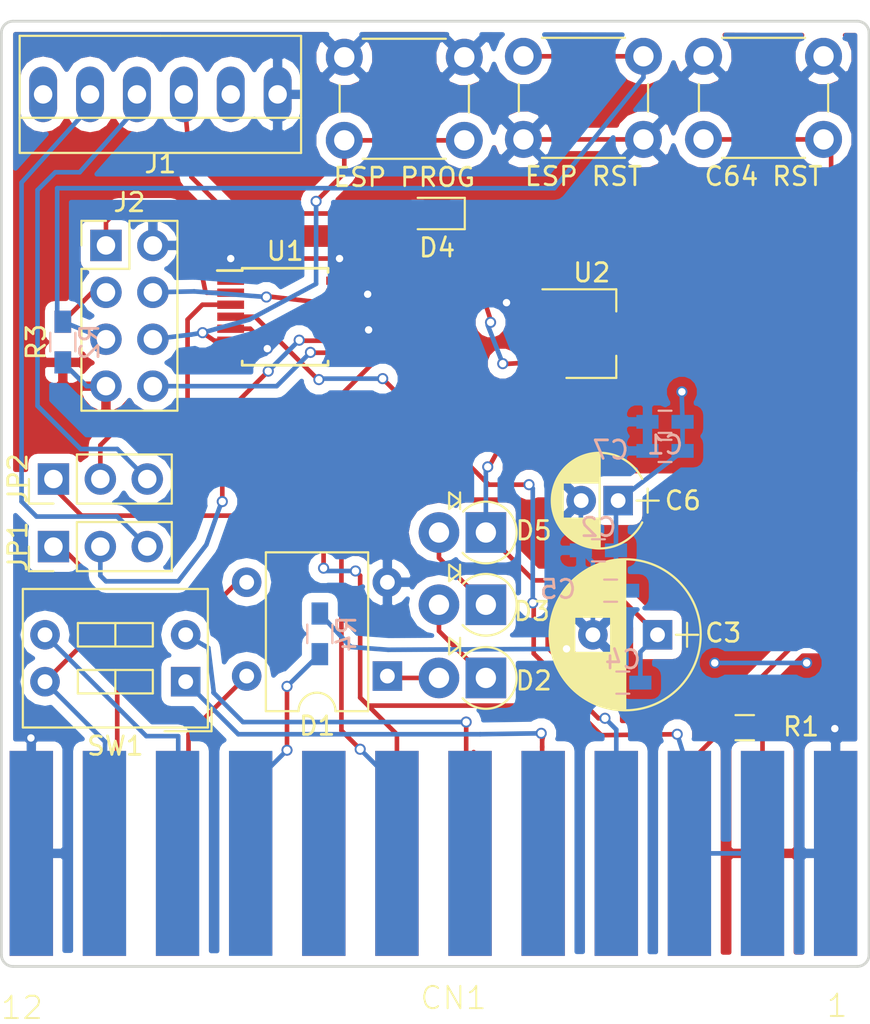
<source format=kicad_pcb>
(kicad_pcb (version 4) (host pcbnew 4.0.7)

  (general
    (links 76)
    (no_connects 0)
    (area 125.009 58.6698 172.160001 114.09995)
    (thickness 1.6)
    (drawings 8)
    (tracks 292)
    (zones 0)
    (modules 27)
    (nets 38)
  )

  (page A4)
  (layers
    (0 F.Cu signal)
    (31 B.Cu signal)
    (32 B.Adhes user)
    (33 F.Adhes user)
    (34 B.Paste user)
    (35 F.Paste user)
    (36 B.SilkS user)
    (37 F.SilkS user hide)
    (38 B.Mask user)
    (39 F.Mask user)
    (40 Dwgs.User user)
    (41 Cmts.User user)
    (42 Eco1.User user)
    (43 Eco2.User user)
    (44 Edge.Cuts user)
    (45 Margin user)
    (46 B.CrtYd user)
    (47 F.CrtYd user)
    (48 B.Fab user)
    (49 F.Fab user)
  )

  (setup
    (last_trace_width 0.25)
    (trace_clearance 0.2)
    (zone_clearance 0.508)
    (zone_45_only no)
    (trace_min 0.2)
    (segment_width 0.2)
    (edge_width 0.15)
    (via_size 0.6)
    (via_drill 0.4)
    (via_min_size 0.4)
    (via_min_drill 0.3)
    (uvia_size 0.3)
    (uvia_drill 0.1)
    (uvias_allowed no)
    (uvia_min_size 0.2)
    (uvia_min_drill 0.1)
    (pcb_text_width 0.3)
    (pcb_text_size 1.5 1.5)
    (mod_edge_width 0.15)
    (mod_text_size 1 1)
    (mod_text_width 0.15)
    (pad_size 1.524 1.524)
    (pad_drill 0.762)
    (pad_to_mask_clearance 0.2)
    (aux_axis_origin 0 0)
    (visible_elements 7FFEFFFF)
    (pcbplotparams
      (layerselection 0x00030_80000001)
      (usegerberextensions false)
      (excludeedgelayer true)
      (linewidth 0.100000)
      (plotframeref false)
      (viasonmask false)
      (mode 1)
      (useauxorigin false)
      (hpglpennumber 1)
      (hpglpenspeed 20)
      (hpglpendiameter 15)
      (hpglpenoverlay 2)
      (psnegative false)
      (psa4output false)
      (plotreference true)
      (plotvalue true)
      (plotinvisibletext false)
      (padsonsilk false)
      (subtractmaskfromsilk false)
      (outputformat 1)
      (mirror false)
      (drillshape 0)
      (scaleselection 1)
      (outputdirectory ""))
  )

  (net 0 "")
  (net 1 "Net-(CN1-Pad9)")
  (net 2 "Net-(CN1-Pad8)")
  (net 3 "Net-(CN1-Pad4)")
  (net 4 "Net-(CN1-PadJ)")
  (net 5 "Net-(CN1-PadF)")
  (net 6 "Net-(CN1-PadE)")
  (net 7 GND)
  (net 8 VCC)
  (net 9 9VAC1)
  (net 10 9VAC2)
  (net 11 /C64_RX)
  (net 12 /SP2)
  (net 13 /SP1)
  (net 14 /RST#)
  (net 15 +5V)
  (net 16 /C64_TX)
  (net 17 /C64_DSR)
  (net 18 /C64_CTS)
  (net 19 /C64_DCD)
  (net 20 /C64_RTS)
  (net 21 "Net-(D1-Pad1)")
  (net 22 "Net-(J1-Pad2)")
  (net 23 FTDI_PWR)
  (net 24 /FTDI_RX)
  (net 25 /FTDI_TX)
  (net 26 "Net-(J1-Pad6)")
  (net 27 /ESP_TX)
  (net 28 "Net-(J2-Pad3)")
  (net 29 /ESP_DCD)
  (net 30 /ESP_RST#)
  (net 31 "Net-(J2-Pad6)")
  (net 32 /ESP_RX)
  (net 33 /TX)
  (net 34 /RX)
  (net 35 "Net-(C3-Pad1)")
  (net 36 "Net-(D2-Pad1)")
  (net 37 "Net-(D3-Pad1)")

  (net_class Default "This is the default net class."
    (clearance 0.2)
    (trace_width 0.25)
    (via_dia 0.6)
    (via_drill 0.4)
    (uvia_dia 0.3)
    (uvia_drill 0.1)
    (add_net +5V)
    (add_net /C64_CTS)
    (add_net /C64_DCD)
    (add_net /C64_DSR)
    (add_net /C64_RTS)
    (add_net /C64_RX)
    (add_net /C64_TX)
    (add_net /ESP_DCD)
    (add_net /ESP_RST#)
    (add_net /ESP_RX)
    (add_net /ESP_TX)
    (add_net /FTDI_RX)
    (add_net /FTDI_TX)
    (add_net /RST#)
    (add_net /RX)
    (add_net /SP1)
    (add_net /SP2)
    (add_net /TX)
    (add_net 9VAC1)
    (add_net 9VAC2)
    (add_net FTDI_PWR)
    (add_net GND)
    (add_net "Net-(C3-Pad1)")
    (add_net "Net-(CN1-Pad4)")
    (add_net "Net-(CN1-Pad8)")
    (add_net "Net-(CN1-Pad9)")
    (add_net "Net-(CN1-PadE)")
    (add_net "Net-(CN1-PadF)")
    (add_net "Net-(CN1-PadJ)")
    (add_net "Net-(D1-Pad1)")
    (add_net "Net-(D2-Pad1)")
    (add_net "Net-(D3-Pad1)")
    (add_net "Net-(J1-Pad2)")
    (add_net "Net-(J1-Pad6)")
    (add_net "Net-(J2-Pad3)")
    (add_net "Net-(J2-Pad6)")
    (add_net VCC)
  )

  (module userport:USERPORT (layer F.Cu) (tedit 5ACA6EE5) (tstamp 5AC913E7)
    (at 148.5011 105.0036)
    (path /5AC91197)
    (fp_text reference CN1 (at -0.8001 8.5344) (layer F.SilkS)
      (effects (font (size 1.2065 1.2065) (thickness 0.1016)) (justify left bottom))
    )
    (fp_text value USERPORT (at 0 0) (layer F.SilkS) hide
      (effects (font (size 1.27 1.27) (thickness 0.15)))
    )
    (fp_text user 1 (at 21.85752 8.24992) (layer F.SilkS)
      (effects (font (size 1.2065 1.2065) (thickness 0.1016)))
    )
    (fp_text user 12 (at -22.28768 8.36168) (layer F.SilkS)
      (effects (font (size 1.2065 1.2065) (thickness 0.1016)))
    )
    (pad 12 connect rect (at -21.785 0) (size 2.35 11.1) (layers F.Cu F.Mask)
      (net 7 GND))
    (pad 11 connect rect (at -17.825 0) (size 2.35 11.1) (layers F.Cu F.Mask)
      (net 9 9VAC1))
    (pad 10 connect rect (at -13.865 0) (size 2.35 11.1) (layers F.Cu F.Mask)
      (net 10 9VAC2))
    (pad 9 connect rect (at -9.905 0) (size 2.35 11) (layers F.Cu F.Mask)
      (net 1 "Net-(CN1-Pad9)"))
    (pad 8 connect rect (at -5.945 0) (size 2.35 11.1) (layers F.Cu F.Mask)
      (net 2 "Net-(CN1-Pad8)"))
    (pad 7 connect rect (at -1.985 0) (size 2.35 11.1) (layers F.Cu F.Mask)
      (net 11 /C64_RX))
    (pad 6 connect rect (at 1.975 0) (size 2.35 11.1) (layers F.Cu F.Mask)
      (net 12 /SP2))
    (pad 5 connect rect (at 5.935 0) (size 2.35 11.1) (layers F.Cu F.Mask)
      (net 13 /SP1))
    (pad 4 connect rect (at 9.895 0) (size 2.35 11.1) (layers F.Cu F.Mask)
      (net 3 "Net-(CN1-Pad4)"))
    (pad 3 connect rect (at 13.855 0) (size 2.35 11.1) (layers F.Cu F.Mask)
      (net 14 /RST#))
    (pad 2 connect rect (at 17.815 0) (size 2.35 11.1) (layers F.Cu F.Mask)
      (net 15 +5V))
    (pad 1 connect rect (at 21.775 0) (size 2.35 11.1) (layers F.Cu F.Mask)
      (net 7 GND))
    (pad N connect rect (at -21.785 0) (size 2.35 11.1) (layers B.Cu B.Mask)
      (net 7 GND))
    (pad M connect rect (at -17.825 0) (size 2.35 11.1) (layers B.Cu B.Mask)
      (net 16 /C64_TX))
    (pad L connect rect (at -13.865 0) (size 2.35 11.1) (layers B.Cu B.Mask)
      (net 17 /C64_DSR))
    (pad K connect rect (at -9.905 0) (size 2.35 11.1) (layers B.Cu B.Mask)
      (net 18 /C64_CTS))
    (pad J connect rect (at -5.945 0) (size 2.35 11.1) (layers B.Cu B.Mask)
      (net 4 "Net-(CN1-PadJ)"))
    (pad H connect rect (at -1.985 0) (size 2.35 11.1) (layers B.Cu B.Mask)
      (net 19 /C64_DCD))
    (pad F connect rect (at 1.975 0) (size 2.35 11.1) (layers B.Cu B.Mask)
      (net 5 "Net-(CN1-PadF)"))
    (pad E connect rect (at 5.935 0) (size 2.35 11.1) (layers B.Cu B.Mask)
      (net 6 "Net-(CN1-PadE)"))
    (pad D connect rect (at 9.895 0) (size 2.35 11.1) (layers B.Cu B.Mask)
      (net 20 /C64_RTS))
    (pad C connect rect (at 13.855 0) (size 2.35 11.1) (layers B.Cu B.Mask)
      (net 11 /C64_RX))
    (pad B connect rect (at 17.815 0) (size 2.35 11.1) (layers B.Cu B.Mask)
      (net 11 /C64_RX))
    (pad A connect rect (at 21.775 0) (size 2.35 11.1) (layers B.Cu B.Mask)
      (net 7 GND))
  )

  (module Capacitors_SMD:C_0603_HandSoldering (layer B.Cu) (tedit 58AA848B) (tstamp 5AC93DC5)
    (at 161.036 81.6356)
    (descr "Capacitor SMD 0603, hand soldering")
    (tags "capacitor 0603")
    (path /5AC95876)
    (attr smd)
    (fp_text reference C1 (at 0 1.25) (layer B.SilkS)
      (effects (font (size 1 1) (thickness 0.15)) (justify mirror))
    )
    (fp_text value 1uF (at 0 -1.5) (layer B.Fab)
      (effects (font (size 1 1) (thickness 0.15)) (justify mirror))
    )
    (fp_text user %R (at 0 1.25) (layer B.Fab)
      (effects (font (size 1 1) (thickness 0.15)) (justify mirror))
    )
    (fp_line (start -0.8 -0.4) (end -0.8 0.4) (layer B.Fab) (width 0.1))
    (fp_line (start 0.8 -0.4) (end -0.8 -0.4) (layer B.Fab) (width 0.1))
    (fp_line (start 0.8 0.4) (end 0.8 -0.4) (layer B.Fab) (width 0.1))
    (fp_line (start -0.8 0.4) (end 0.8 0.4) (layer B.Fab) (width 0.1))
    (fp_line (start -0.35 0.6) (end 0.35 0.6) (layer B.SilkS) (width 0.12))
    (fp_line (start 0.35 -0.6) (end -0.35 -0.6) (layer B.SilkS) (width 0.12))
    (fp_line (start -1.8 0.65) (end 1.8 0.65) (layer B.CrtYd) (width 0.05))
    (fp_line (start -1.8 0.65) (end -1.8 -0.65) (layer B.CrtYd) (width 0.05))
    (fp_line (start 1.8 -0.65) (end 1.8 0.65) (layer B.CrtYd) (width 0.05))
    (fp_line (start 1.8 -0.65) (end -1.8 -0.65) (layer B.CrtYd) (width 0.05))
    (pad 1 smd rect (at -0.95 0) (size 1.2 0.75) (layers B.Cu B.Paste B.Mask)
      (net 7 GND))
    (pad 2 smd rect (at 0.95 0) (size 1.2 0.75) (layers B.Cu B.Paste B.Mask)
      (net 8 VCC))
    (model Capacitors_SMD.3dshapes/C_0603.wrl
      (at (xyz 0 0 0))
      (scale (xyz 1 1 1))
      (rotate (xyz 0 0 0))
    )
  )

  (module Capacitors_SMD:C_0603_HandSoldering (layer B.Cu) (tedit 58AA848B) (tstamp 5AC93DCB)
    (at 157.4292 88.5952 180)
    (descr "Capacitor SMD 0603, hand soldering")
    (tags "capacitor 0603")
    (path /5AC9F51A)
    (attr smd)
    (fp_text reference C2 (at 0 1.25 180) (layer B.SilkS)
      (effects (font (size 1 1) (thickness 0.15)) (justify mirror))
    )
    (fp_text value 1uF (at 0 -1.5 180) (layer B.Fab)
      (effects (font (size 1 1) (thickness 0.15)) (justify mirror))
    )
    (fp_text user %R (at 0 1.25 180) (layer B.Fab)
      (effects (font (size 1 1) (thickness 0.15)) (justify mirror))
    )
    (fp_line (start -0.8 -0.4) (end -0.8 0.4) (layer B.Fab) (width 0.1))
    (fp_line (start 0.8 -0.4) (end -0.8 -0.4) (layer B.Fab) (width 0.1))
    (fp_line (start 0.8 0.4) (end 0.8 -0.4) (layer B.Fab) (width 0.1))
    (fp_line (start -0.8 0.4) (end 0.8 0.4) (layer B.Fab) (width 0.1))
    (fp_line (start -0.35 0.6) (end 0.35 0.6) (layer B.SilkS) (width 0.12))
    (fp_line (start 0.35 -0.6) (end -0.35 -0.6) (layer B.SilkS) (width 0.12))
    (fp_line (start -1.8 0.65) (end 1.8 0.65) (layer B.CrtYd) (width 0.05))
    (fp_line (start -1.8 0.65) (end -1.8 -0.65) (layer B.CrtYd) (width 0.05))
    (fp_line (start 1.8 -0.65) (end 1.8 0.65) (layer B.CrtYd) (width 0.05))
    (fp_line (start 1.8 -0.65) (end -1.8 -0.65) (layer B.CrtYd) (width 0.05))
    (pad 1 smd rect (at -0.95 0 180) (size 1.2 0.75) (layers B.Cu B.Paste B.Mask)
      (net 8 VCC))
    (pad 2 smd rect (at 0.95 0 180) (size 1.2 0.75) (layers B.Cu B.Paste B.Mask)
      (net 7 GND))
    (model Capacitors_SMD.3dshapes/C_0603.wrl
      (at (xyz 0 0 0))
      (scale (xyz 1 1 1))
      (rotate (xyz 0 0 0))
    )
  )

  (module Diodes_THT:Diode_Bridge_DIP-4_W7.62mm_P5.08mm (layer F.Cu) (tedit 5ACA698D) (tstamp 5AC93DD3)
    (at 145.9992 95.4024 180)
    (descr "4-lead dip package for diode bridges, row spacing 7.62 mm (300 mils), see http://cdn-reichelt.de/documents/datenblatt/A400/HDBL101G_20SERIES-TSC.pdf")
    (tags "DIL DIP PDIP 5.08mm 7.62mm 300mil")
    (path /5ACA004D)
    (fp_text reference D1 (at 3.8 -2.7 180) (layer F.SilkS)
      (effects (font (size 1 1) (thickness 0.15)))
    )
    (fp_text value D_Bridge (at 3.8 7.8 180) (layer F.Fab)
      (effects (font (size 1 1) (thickness 0.15)))
    )
    (fp_text user %R (at 3.81 2.54 180) (layer F.Fab)
      (effects (font (size 1 1) (thickness 0.15)))
    )
    (fp_line (start 6.58 -1.9) (end 4.81 -1.9) (layer F.SilkS) (width 0.12))
    (fp_line (start 6.58 6.7) (end 6.58 -1.9) (layer F.SilkS) (width 0.12))
    (fp_line (start 1.04 6.7) (end 6.58 6.7) (layer F.SilkS) (width 0.12))
    (fp_line (start 1.04 -1.9) (end 1.04 6.7) (layer F.SilkS) (width 0.12))
    (fp_line (start 2.81 -1.9) (end 1.04 -1.9) (layer F.SilkS) (width 0.12))
    (fp_line (start 0.635 -0.8) (end 1.635 -1.8) (layer F.Fab) (width 0.1))
    (fp_line (start 0.635 6.6) (end 0.635 -0.8) (layer F.Fab) (width 0.1))
    (fp_line (start 6.985 6.6) (end 0.635 6.6) (layer F.Fab) (width 0.1))
    (fp_line (start 6.985 -1.8) (end 6.985 6.6) (layer F.Fab) (width 0.1))
    (fp_line (start 1.635 -1.8) (end 6.985 -1.8) (layer F.Fab) (width 0.1))
    (fp_line (start -1.05 -2.05) (end 8.67 -2.05) (layer F.CrtYd) (width 0.05))
    (fp_line (start -1.05 -2.05) (end -1.05 6.85) (layer F.CrtYd) (width 0.05))
    (fp_line (start 8.67 6.85) (end 8.67 -2.05) (layer F.CrtYd) (width 0.05))
    (fp_line (start 8.67 6.85) (end -1.05 6.85) (layer F.CrtYd) (width 0.05))
    (fp_arc (start 3.81 -1.9) (end 2.81 -1.9) (angle -180) (layer F.SilkS) (width 0.12))
    (pad 4 thru_hole oval (at 7.62 0 180) (size 1.6 1.6) (drill 0.8) (layers *.Cu *.Mask)
      (net 10 9VAC2))
    (pad 2 thru_hole oval (at 0 5.08 180) (size 1.6 1.6) (drill 0.8) (layers *.Cu *.Mask)
      (net 7 GND))
    (pad 3 thru_hole oval (at 7.62 5.08 180) (size 1.6 1.6) (drill 0.8) (layers *.Cu *.Mask)
      (net 9 9VAC1))
    (pad 1 thru_hole rect (at 0 0 180) (size 1.6 1.6) (drill 0.8) (layers *.Cu *.Mask)
      (net 21 "Net-(D1-Pad1)"))
    (model ${KISYS3DMOD}/Diodes_THT.3dshapes/Diode_Bridge_DIP-4_W7.62mm_P5.08mm.wrl
      (at (xyz 0 0 0))
      (scale (xyz 1 1 1))
      (rotate (xyz 0 0 0))
    )
  )

  (module Connectors:PINHEAD1-6 (layer F.Cu) (tedit 0) (tstamp 5AC93DDD)
    (at 140.0556 63.9064 180)
    (path /5AC92F2B)
    (fp_text reference J1 (at 6.35 -3.75 180) (layer F.SilkS)
      (effects (font (size 1 1) (thickness 0.15)))
    )
    (fp_text value FTDI_PORT (at 6.35 3.81 180) (layer F.Fab)
      (effects (font (size 1 1) (thickness 0.15)))
    )
    (fp_line (start 6.35 3.17) (end 13.97 3.17) (layer F.SilkS) (width 0.12))
    (fp_line (start 6.35 -1.27) (end 13.97 -1.27) (layer F.SilkS) (width 0.12))
    (fp_line (start 6.35 -3.17) (end 13.97 -3.17) (layer F.SilkS) (width 0.12))
    (fp_line (start -1.27 -3.17) (end -1.27 3.17) (layer F.SilkS) (width 0.12))
    (fp_line (start 13.97 -3.17) (end 13.97 3.17) (layer F.SilkS) (width 0.12))
    (fp_line (start 6.35 -1.27) (end -1.27 -1.27) (layer F.SilkS) (width 0.12))
    (fp_line (start -1.27 -3.17) (end 6.35 -3.17) (layer F.SilkS) (width 0.12))
    (fp_line (start 6.35 3.17) (end -1.27 3.17) (layer F.SilkS) (width 0.12))
    (fp_line (start -1.52 -3.42) (end 14.22 -3.42) (layer F.CrtYd) (width 0.05))
    (fp_line (start -1.52 -3.42) (end -1.52 3.42) (layer F.CrtYd) (width 0.05))
    (fp_line (start 14.22 3.42) (end 14.22 -3.42) (layer F.CrtYd) (width 0.05))
    (fp_line (start 14.22 3.42) (end -1.52 3.42) (layer F.CrtYd) (width 0.05))
    (pad 1 thru_hole oval (at 0 0 180) (size 1.51 3.01) (drill 1) (layers *.Cu *.Mask)
      (net 7 GND))
    (pad 2 thru_hole oval (at 2.54 0 180) (size 1.51 3.01) (drill 1) (layers *.Cu *.Mask)
      (net 22 "Net-(J1-Pad2)"))
    (pad 3 thru_hole oval (at 5.08 0 180) (size 1.51 3.01) (drill 1) (layers *.Cu *.Mask)
      (net 23 FTDI_PWR))
    (pad 4 thru_hole oval (at 7.62 0 180) (size 1.51 3.01) (drill 1) (layers *.Cu *.Mask)
      (net 24 /FTDI_RX))
    (pad 5 thru_hole oval (at 10.16 0 180) (size 1.51 3.01) (drill 1) (layers *.Cu *.Mask)
      (net 25 /FTDI_TX))
    (pad 6 thru_hole oval (at 12.7 0 180) (size 1.51 3.01) (drill 1) (layers *.Cu *.Mask)
      (net 26 "Net-(J1-Pad6)"))
  )

  (module Pin_Headers:Pin_Header_Straight_2x04_Pitch2.54mm (layer F.Cu) (tedit 59650532) (tstamp 5AC93DE9)
    (at 130.7592 72.0852)
    (descr "Through hole straight pin header, 2x04, 2.54mm pitch, double rows")
    (tags "Through hole pin header THT 2x04 2.54mm double row")
    (path /5AC94DE3)
    (fp_text reference J2 (at 1.27 -2.33) (layer F.SilkS)
      (effects (font (size 1 1) (thickness 0.15)))
    )
    (fp_text value ESP_01 (at 1.27 9.95) (layer F.Fab)
      (effects (font (size 1 1) (thickness 0.15)))
    )
    (fp_line (start 0 -1.27) (end 3.81 -1.27) (layer F.Fab) (width 0.1))
    (fp_line (start 3.81 -1.27) (end 3.81 8.89) (layer F.Fab) (width 0.1))
    (fp_line (start 3.81 8.89) (end -1.27 8.89) (layer F.Fab) (width 0.1))
    (fp_line (start -1.27 8.89) (end -1.27 0) (layer F.Fab) (width 0.1))
    (fp_line (start -1.27 0) (end 0 -1.27) (layer F.Fab) (width 0.1))
    (fp_line (start -1.33 8.95) (end 3.87 8.95) (layer F.SilkS) (width 0.12))
    (fp_line (start -1.33 1.27) (end -1.33 8.95) (layer F.SilkS) (width 0.12))
    (fp_line (start 3.87 -1.33) (end 3.87 8.95) (layer F.SilkS) (width 0.12))
    (fp_line (start -1.33 1.27) (end 1.27 1.27) (layer F.SilkS) (width 0.12))
    (fp_line (start 1.27 1.27) (end 1.27 -1.33) (layer F.SilkS) (width 0.12))
    (fp_line (start 1.27 -1.33) (end 3.87 -1.33) (layer F.SilkS) (width 0.12))
    (fp_line (start -1.33 0) (end -1.33 -1.33) (layer F.SilkS) (width 0.12))
    (fp_line (start -1.33 -1.33) (end 0 -1.33) (layer F.SilkS) (width 0.12))
    (fp_line (start -1.8 -1.8) (end -1.8 9.4) (layer F.CrtYd) (width 0.05))
    (fp_line (start -1.8 9.4) (end 4.35 9.4) (layer F.CrtYd) (width 0.05))
    (fp_line (start 4.35 9.4) (end 4.35 -1.8) (layer F.CrtYd) (width 0.05))
    (fp_line (start 4.35 -1.8) (end -1.8 -1.8) (layer F.CrtYd) (width 0.05))
    (fp_text user %R (at 1.27 3.81 90) (layer F.Fab)
      (effects (font (size 1 1) (thickness 0.15)))
    )
    (pad 1 thru_hole rect (at 0 0) (size 1.7 1.7) (drill 1) (layers *.Cu *.Mask)
      (net 27 /ESP_TX))
    (pad 2 thru_hole oval (at 2.54 0) (size 1.7 1.7) (drill 1) (layers *.Cu *.Mask)
      (net 7 GND))
    (pad 3 thru_hole oval (at 0 2.54) (size 1.7 1.7) (drill 1) (layers *.Cu *.Mask)
      (net 28 "Net-(J2-Pad3)"))
    (pad 4 thru_hole oval (at 2.54 2.54) (size 1.7 1.7) (drill 1) (layers *.Cu *.Mask)
      (net 29 /ESP_DCD))
    (pad 5 thru_hole oval (at 0 5.08) (size 1.7 1.7) (drill 1) (layers *.Cu *.Mask)
      (net 30 /ESP_RST#))
    (pad 6 thru_hole oval (at 2.54 5.08) (size 1.7 1.7) (drill 1) (layers *.Cu *.Mask)
      (net 31 "Net-(J2-Pad6)"))
    (pad 7 thru_hole oval (at 0 7.62) (size 1.7 1.7) (drill 1) (layers *.Cu *.Mask)
      (net 8 VCC))
    (pad 8 thru_hole oval (at 2.54 7.62) (size 1.7 1.7) (drill 1) (layers *.Cu *.Mask)
      (net 32 /ESP_RX))
    (model ${KISYS3DMOD}/Pin_Headers.3dshapes/Pin_Header_Straight_2x04_Pitch2.54mm.wrl
      (at (xyz 0 0 0))
      (scale (xyz 1 1 1))
      (rotate (xyz 0 0 0))
    )
  )

  (module Pin_Headers:Pin_Header_Straight_1x03_Pitch2.54mm (layer F.Cu) (tedit 5ACA6E3C) (tstamp 5AC93DF0)
    (at 127.9144 88.392 90)
    (descr "Through hole straight pin header, 1x03, 2.54mm pitch, single row")
    (tags "Through hole pin header THT 1x03 2.54mm single row")
    (path /5AC92C14)
    (fp_text reference JP1 (at 0 -1.9304 90) (layer F.SilkS)
      (effects (font (size 1 1) (thickness 0.15)))
    )
    (fp_text value "TX Jumper" (at 0 7.41 90) (layer F.Fab)
      (effects (font (size 1 1) (thickness 0.15)))
    )
    (fp_line (start -0.635 -1.27) (end 1.27 -1.27) (layer F.Fab) (width 0.1))
    (fp_line (start 1.27 -1.27) (end 1.27 6.35) (layer F.Fab) (width 0.1))
    (fp_line (start 1.27 6.35) (end -1.27 6.35) (layer F.Fab) (width 0.1))
    (fp_line (start -1.27 6.35) (end -1.27 -0.635) (layer F.Fab) (width 0.1))
    (fp_line (start -1.27 -0.635) (end -0.635 -1.27) (layer F.Fab) (width 0.1))
    (fp_line (start -1.33 6.41) (end 1.33 6.41) (layer F.SilkS) (width 0.12))
    (fp_line (start -1.33 1.27) (end -1.33 6.41) (layer F.SilkS) (width 0.12))
    (fp_line (start 1.33 1.27) (end 1.33 6.41) (layer F.SilkS) (width 0.12))
    (fp_line (start -1.33 1.27) (end 1.33 1.27) (layer F.SilkS) (width 0.12))
    (fp_line (start -1.33 0) (end -1.33 -1.33) (layer F.SilkS) (width 0.12))
    (fp_line (start -1.33 -1.33) (end 0 -1.33) (layer F.SilkS) (width 0.12))
    (fp_line (start -1.8 -1.8) (end -1.8 6.85) (layer F.CrtYd) (width 0.05))
    (fp_line (start -1.8 6.85) (end 1.8 6.85) (layer F.CrtYd) (width 0.05))
    (fp_line (start 1.8 6.85) (end 1.8 -1.8) (layer F.CrtYd) (width 0.05))
    (fp_line (start 1.8 -1.8) (end -1.8 -1.8) (layer F.CrtYd) (width 0.05))
    (fp_text user %R (at 0 2.54 180) (layer F.Fab)
      (effects (font (size 1 1) (thickness 0.15)))
    )
    (pad 1 thru_hole rect (at 0 0 90) (size 1.7 1.7) (drill 1) (layers *.Cu *.Mask)
      (net 16 /C64_TX))
    (pad 2 thru_hole oval (at 0 2.54 90) (size 1.7 1.7) (drill 1) (layers *.Cu *.Mask)
      (net 33 /TX))
    (pad 3 thru_hole oval (at 0 5.08 90) (size 1.7 1.7) (drill 1) (layers *.Cu *.Mask)
      (net 25 /FTDI_TX))
    (model ${KISYS3DMOD}/Pin_Headers.3dshapes/Pin_Header_Straight_1x03_Pitch2.54mm.wrl
      (at (xyz 0 0 0))
      (scale (xyz 1 1 1))
      (rotate (xyz 0 0 0))
    )
  )

  (module Pin_Headers:Pin_Header_Straight_1x03_Pitch2.54mm (layer F.Cu) (tedit 5ACA6E39) (tstamp 5AC93DF7)
    (at 127.9144 84.7344 90)
    (descr "Through hole straight pin header, 1x03, 2.54mm pitch, single row")
    (tags "Through hole pin header THT 1x03 2.54mm single row")
    (path /5AC92C62)
    (fp_text reference JP2 (at 0.0254 -1.9304 90) (layer F.SilkS)
      (effects (font (size 1 1) (thickness 0.15)))
    )
    (fp_text value "RX Jumper" (at 0 7.41 90) (layer F.Fab)
      (effects (font (size 1 1) (thickness 0.15)))
    )
    (fp_line (start -0.635 -1.27) (end 1.27 -1.27) (layer F.Fab) (width 0.1))
    (fp_line (start 1.27 -1.27) (end 1.27 6.35) (layer F.Fab) (width 0.1))
    (fp_line (start 1.27 6.35) (end -1.27 6.35) (layer F.Fab) (width 0.1))
    (fp_line (start -1.27 6.35) (end -1.27 -0.635) (layer F.Fab) (width 0.1))
    (fp_line (start -1.27 -0.635) (end -0.635 -1.27) (layer F.Fab) (width 0.1))
    (fp_line (start -1.33 6.41) (end 1.33 6.41) (layer F.SilkS) (width 0.12))
    (fp_line (start -1.33 1.27) (end -1.33 6.41) (layer F.SilkS) (width 0.12))
    (fp_line (start 1.33 1.27) (end 1.33 6.41) (layer F.SilkS) (width 0.12))
    (fp_line (start -1.33 1.27) (end 1.33 1.27) (layer F.SilkS) (width 0.12))
    (fp_line (start -1.33 0) (end -1.33 -1.33) (layer F.SilkS) (width 0.12))
    (fp_line (start -1.33 -1.33) (end 0 -1.33) (layer F.SilkS) (width 0.12))
    (fp_line (start -1.8 -1.8) (end -1.8 6.85) (layer F.CrtYd) (width 0.05))
    (fp_line (start -1.8 6.85) (end 1.8 6.85) (layer F.CrtYd) (width 0.05))
    (fp_line (start 1.8 6.85) (end 1.8 -1.8) (layer F.CrtYd) (width 0.05))
    (fp_line (start 1.8 -1.8) (end -1.8 -1.8) (layer F.CrtYd) (width 0.05))
    (fp_text user %R (at 0 2.54 180) (layer F.Fab)
      (effects (font (size 1 1) (thickness 0.15)))
    )
    (pad 1 thru_hole rect (at 0 0 90) (size 1.7 1.7) (drill 1) (layers *.Cu *.Mask)
      (net 11 /C64_RX))
    (pad 2 thru_hole oval (at 0 2.54 90) (size 1.7 1.7) (drill 1) (layers *.Cu *.Mask)
      (net 34 /RX))
    (pad 3 thru_hole oval (at 0 5.08 90) (size 1.7 1.7) (drill 1) (layers *.Cu *.Mask)
      (net 24 /FTDI_RX))
    (model ${KISYS3DMOD}/Pin_Headers.3dshapes/Pin_Header_Straight_1x03_Pitch2.54mm.wrl
      (at (xyz 0 0 0))
      (scale (xyz 1 1 1))
      (rotate (xyz 0 0 0))
    )
  )

  (module Resistors_SMD:R_0603_HandSoldering (layer F.Cu) (tedit 5ACA79FE) (tstamp 5AC93DFD)
    (at 165.354 98.1964)
    (descr "Resistor SMD 0603, hand soldering")
    (tags "resistor 0603")
    (path /5AC9247C)
    (attr smd)
    (fp_text reference R1 (at 3.048 -0.0508) (layer F.SilkS)
      (effects (font (size 1 1) (thickness 0.15)))
    )
    (fp_text value 4.7k (at 0 1.55) (layer F.Fab)
      (effects (font (size 1 1) (thickness 0.15)))
    )
    (fp_text user %R (at 0 0) (layer F.Fab)
      (effects (font (size 0.4 0.4) (thickness 0.075)))
    )
    (fp_line (start -0.8 0.4) (end -0.8 -0.4) (layer F.Fab) (width 0.1))
    (fp_line (start 0.8 0.4) (end -0.8 0.4) (layer F.Fab) (width 0.1))
    (fp_line (start 0.8 -0.4) (end 0.8 0.4) (layer F.Fab) (width 0.1))
    (fp_line (start -0.8 -0.4) (end 0.8 -0.4) (layer F.Fab) (width 0.1))
    (fp_line (start 0.5 0.68) (end -0.5 0.68) (layer F.SilkS) (width 0.12))
    (fp_line (start -0.5 -0.68) (end 0.5 -0.68) (layer F.SilkS) (width 0.12))
    (fp_line (start -1.96 -0.7) (end 1.95 -0.7) (layer F.CrtYd) (width 0.05))
    (fp_line (start -1.96 -0.7) (end -1.96 0.7) (layer F.CrtYd) (width 0.05))
    (fp_line (start 1.95 0.7) (end 1.95 -0.7) (layer F.CrtYd) (width 0.05))
    (fp_line (start 1.95 0.7) (end -1.96 0.7) (layer F.CrtYd) (width 0.05))
    (pad 1 smd rect (at -1.1 0) (size 1.2 0.9) (layers F.Cu F.Paste F.Mask)
      (net 14 /RST#))
    (pad 2 smd rect (at 1.1 0) (size 1.2 0.9) (layers F.Cu F.Paste F.Mask)
      (net 15 +5V))
    (model ${KISYS3DMOD}/Resistors_SMD.3dshapes/R_0603.wrl
      (at (xyz 0 0 0))
      (scale (xyz 1 1 1))
      (rotate (xyz 0 0 0))
    )
  )

  (module Resistors_SMD:R_0603_HandSoldering (layer B.Cu) (tedit 58E0A804) (tstamp 5AC93E03)
    (at 128.4224 77.3176 90)
    (descr "Resistor SMD 0603, hand soldering")
    (tags "resistor 0603")
    (path /5AC96A67)
    (attr smd)
    (fp_text reference R2 (at 0 1.45 90) (layer B.SilkS)
      (effects (font (size 1 1) (thickness 0.15)) (justify mirror))
    )
    (fp_text value 4.7k (at 0 -1.55 90) (layer B.Fab)
      (effects (font (size 1 1) (thickness 0.15)) (justify mirror))
    )
    (fp_text user %R (at 0 0 90) (layer B.Fab)
      (effects (font (size 0.4 0.4) (thickness 0.075)) (justify mirror))
    )
    (fp_line (start -0.8 -0.4) (end -0.8 0.4) (layer B.Fab) (width 0.1))
    (fp_line (start 0.8 -0.4) (end -0.8 -0.4) (layer B.Fab) (width 0.1))
    (fp_line (start 0.8 0.4) (end 0.8 -0.4) (layer B.Fab) (width 0.1))
    (fp_line (start -0.8 0.4) (end 0.8 0.4) (layer B.Fab) (width 0.1))
    (fp_line (start 0.5 -0.68) (end -0.5 -0.68) (layer B.SilkS) (width 0.12))
    (fp_line (start -0.5 0.68) (end 0.5 0.68) (layer B.SilkS) (width 0.12))
    (fp_line (start -1.96 0.7) (end 1.95 0.7) (layer B.CrtYd) (width 0.05))
    (fp_line (start -1.96 0.7) (end -1.96 -0.7) (layer B.CrtYd) (width 0.05))
    (fp_line (start 1.95 -0.7) (end 1.95 0.7) (layer B.CrtYd) (width 0.05))
    (fp_line (start 1.95 -0.7) (end -1.96 -0.7) (layer B.CrtYd) (width 0.05))
    (pad 1 smd rect (at -1.1 0 90) (size 1.2 0.9) (layers B.Cu B.Paste B.Mask)
      (net 8 VCC))
    (pad 2 smd rect (at 1.1 0 90) (size 1.2 0.9) (layers B.Cu B.Paste B.Mask)
      (net 30 /ESP_RST#))
    (model ${KISYS3DMOD}/Resistors_SMD.3dshapes/R_0603.wrl
      (at (xyz 0 0 0))
      (scale (xyz 1 1 1))
      (rotate (xyz 0 0 0))
    )
  )

  (module Resistors_SMD:R_0603_HandSoldering (layer F.Cu) (tedit 58E0A804) (tstamp 5AC93E09)
    (at 128.4224 77.3176 90)
    (descr "Resistor SMD 0603, hand soldering")
    (tags "resistor 0603")
    (path /5AC94FEB)
    (attr smd)
    (fp_text reference R3 (at 0 -1.45 90) (layer F.SilkS)
      (effects (font (size 1 1) (thickness 0.15)))
    )
    (fp_text value 4.7k (at 0 1.55 90) (layer F.Fab)
      (effects (font (size 1 1) (thickness 0.15)))
    )
    (fp_text user %R (at 0 0 90) (layer F.Fab)
      (effects (font (size 0.4 0.4) (thickness 0.075)))
    )
    (fp_line (start -0.8 0.4) (end -0.8 -0.4) (layer F.Fab) (width 0.1))
    (fp_line (start 0.8 0.4) (end -0.8 0.4) (layer F.Fab) (width 0.1))
    (fp_line (start 0.8 -0.4) (end 0.8 0.4) (layer F.Fab) (width 0.1))
    (fp_line (start -0.8 -0.4) (end 0.8 -0.4) (layer F.Fab) (width 0.1))
    (fp_line (start 0.5 0.68) (end -0.5 0.68) (layer F.SilkS) (width 0.12))
    (fp_line (start -0.5 -0.68) (end 0.5 -0.68) (layer F.SilkS) (width 0.12))
    (fp_line (start -1.96 -0.7) (end 1.95 -0.7) (layer F.CrtYd) (width 0.05))
    (fp_line (start -1.96 -0.7) (end -1.96 0.7) (layer F.CrtYd) (width 0.05))
    (fp_line (start 1.95 0.7) (end 1.95 -0.7) (layer F.CrtYd) (width 0.05))
    (fp_line (start 1.95 0.7) (end -1.96 0.7) (layer F.CrtYd) (width 0.05))
    (pad 1 smd rect (at -1.1 0 90) (size 1.2 0.9) (layers F.Cu F.Paste F.Mask)
      (net 8 VCC))
    (pad 2 smd rect (at 1.1 0 90) (size 1.2 0.9) (layers F.Cu F.Paste F.Mask)
      (net 28 "Net-(J2-Pad3)"))
    (model ${KISYS3DMOD}/Resistors_SMD.3dshapes/R_0603.wrl
      (at (xyz 0 0 0))
      (scale (xyz 1 1 1))
      (rotate (xyz 0 0 0))
    )
  )

  (module Resistors_SMD:R_0603_HandSoldering (layer B.Cu) (tedit 58E0A804) (tstamp 5AC93E0F)
    (at 142.3416 93.1164 90)
    (descr "Resistor SMD 0603, hand soldering")
    (tags "resistor 0603")
    (path /5AC9E473)
    (attr smd)
    (fp_text reference R4 (at 0 1.45 90) (layer B.SilkS)
      (effects (font (size 1 1) (thickness 0.15)) (justify mirror))
    )
    (fp_text value 4.7k (at 0 -1.55 90) (layer B.Fab)
      (effects (font (size 1 1) (thickness 0.15)) (justify mirror))
    )
    (fp_text user %R (at 0 0 90) (layer B.Fab)
      (effects (font (size 0.4 0.4) (thickness 0.075)) (justify mirror))
    )
    (fp_line (start -0.8 -0.4) (end -0.8 0.4) (layer B.Fab) (width 0.1))
    (fp_line (start 0.8 -0.4) (end -0.8 -0.4) (layer B.Fab) (width 0.1))
    (fp_line (start 0.8 0.4) (end 0.8 -0.4) (layer B.Fab) (width 0.1))
    (fp_line (start -0.8 0.4) (end 0.8 0.4) (layer B.Fab) (width 0.1))
    (fp_line (start 0.5 -0.68) (end -0.5 -0.68) (layer B.SilkS) (width 0.12))
    (fp_line (start -0.5 0.68) (end 0.5 0.68) (layer B.SilkS) (width 0.12))
    (fp_line (start -1.96 0.7) (end 1.95 0.7) (layer B.CrtYd) (width 0.05))
    (fp_line (start -1.96 0.7) (end -1.96 -0.7) (layer B.CrtYd) (width 0.05))
    (fp_line (start 1.95 -0.7) (end 1.95 0.7) (layer B.CrtYd) (width 0.05))
    (fp_line (start 1.95 -0.7) (end -1.96 -0.7) (layer B.CrtYd) (width 0.05))
    (pad 1 smd rect (at -1.1 0 90) (size 1.2 0.9) (layers B.Cu B.Paste B.Mask)
      (net 18 /C64_CTS))
    (pad 2 smd rect (at 1.1 0 90) (size 1.2 0.9) (layers B.Cu B.Paste B.Mask)
      (net 15 +5V))
    (model ${KISYS3DMOD}/Resistors_SMD.3dshapes/R_0603.wrl
      (at (xyz 0 0 0))
      (scale (xyz 1 1 1))
      (rotate (xyz 0 0 0))
    )
  )

  (module Buttons_Switches_THT:SW_DIP_x2_W7.62mm_Slide (layer F.Cu) (tedit 5923F251) (tstamp 5AC93E17)
    (at 135.0772 95.7072 180)
    (descr "2x-dip-switch, Slide, row spacing 7.62 mm (300 mils)")
    (tags "DIP Switch Slide 7.62mm 300mil")
    (path /5AC92034)
    (fp_text reference SW1 (at 3.81 -3.48 180) (layer F.SilkS)
      (effects (font (size 1 1) (thickness 0.15)))
    )
    (fp_text value UP9600 (at 3.81 6.02 180) (layer F.Fab)
      (effects (font (size 1 1) (thickness 0.15)))
    )
    (fp_text user %R (at 3.81 1.27 180) (layer F.Fab)
      (effects (font (size 1 1) (thickness 0.15)))
    )
    (fp_line (start -1.4 -2.68) (end -1.4 -1.41) (layer F.SilkS) (width 0.12))
    (fp_line (start -1.4 -2.68) (end 1.14 -2.68) (layer F.SilkS) (width 0.12))
    (fp_line (start -0.08 -2.36) (end 8.7 -2.36) (layer F.Fab) (width 0.1))
    (fp_line (start 8.7 -2.36) (end 8.7 4.9) (layer F.Fab) (width 0.1))
    (fp_line (start 8.7 4.9) (end -1.08 4.9) (layer F.Fab) (width 0.1))
    (fp_line (start -1.08 4.9) (end -1.08 -1.36) (layer F.Fab) (width 0.1))
    (fp_line (start -1.08 -1.36) (end -0.08 -2.36) (layer F.Fab) (width 0.1))
    (fp_line (start 1.78 -0.635) (end 1.78 0.635) (layer F.Fab) (width 0.1))
    (fp_line (start 1.78 0.635) (end 5.84 0.635) (layer F.Fab) (width 0.1))
    (fp_line (start 5.84 0.635) (end 5.84 -0.635) (layer F.Fab) (width 0.1))
    (fp_line (start 5.84 -0.635) (end 1.78 -0.635) (layer F.Fab) (width 0.1))
    (fp_line (start 3.81 -0.635) (end 3.81 0.635) (layer F.Fab) (width 0.1))
    (fp_line (start 1.78 1.905) (end 1.78 3.175) (layer F.Fab) (width 0.1))
    (fp_line (start 1.78 3.175) (end 5.84 3.175) (layer F.Fab) (width 0.1))
    (fp_line (start 5.84 3.175) (end 5.84 1.905) (layer F.Fab) (width 0.1))
    (fp_line (start 5.84 1.905) (end 1.78 1.905) (layer F.Fab) (width 0.1))
    (fp_line (start 3.81 1.905) (end 3.81 3.175) (layer F.Fab) (width 0.1))
    (fp_line (start -1.2 -2.48) (end 8.82 -2.48) (layer F.SilkS) (width 0.12))
    (fp_line (start 8.82 -2.48) (end 8.82 5.02) (layer F.SilkS) (width 0.12))
    (fp_line (start 8.82 5.02) (end -1.2 5.02) (layer F.SilkS) (width 0.12))
    (fp_line (start -1.2 5.02) (end -1.2 -2.48) (layer F.SilkS) (width 0.12))
    (fp_line (start 1.78 -0.635) (end 1.78 0.635) (layer F.SilkS) (width 0.12))
    (fp_line (start 1.78 0.635) (end 5.84 0.635) (layer F.SilkS) (width 0.12))
    (fp_line (start 5.84 0.635) (end 5.84 -0.635) (layer F.SilkS) (width 0.12))
    (fp_line (start 5.84 -0.635) (end 1.78 -0.635) (layer F.SilkS) (width 0.12))
    (fp_line (start 3.81 -0.635) (end 3.81 0.635) (layer F.SilkS) (width 0.12))
    (fp_line (start 1.78 1.905) (end 1.78 3.175) (layer F.SilkS) (width 0.12))
    (fp_line (start 1.78 3.175) (end 5.84 3.175) (layer F.SilkS) (width 0.12))
    (fp_line (start 5.84 3.175) (end 5.84 1.905) (layer F.SilkS) (width 0.12))
    (fp_line (start 5.84 1.905) (end 1.78 1.905) (layer F.SilkS) (width 0.12))
    (fp_line (start 3.81 1.905) (end 3.81 3.175) (layer F.SilkS) (width 0.12))
    (fp_line (start -1.4 -2.7) (end -1.4 5.2) (layer F.CrtYd) (width 0.05))
    (fp_line (start -1.4 5.2) (end 9 5.2) (layer F.CrtYd) (width 0.05))
    (fp_line (start 9 5.2) (end 9 -2.7) (layer F.CrtYd) (width 0.05))
    (fp_line (start 9 -2.7) (end -1.4 -2.7) (layer F.CrtYd) (width 0.05))
    (pad 1 thru_hole rect (at 0 0 180) (size 1.6 1.6) (drill 0.8) (layers *.Cu *.Mask)
      (net 13 /SP1))
    (pad 3 thru_hole oval (at 7.62 2.54 180) (size 1.6 1.6) (drill 0.8) (layers *.Cu *.Mask)
      (net 17 /C64_DSR))
    (pad 2 thru_hole oval (at 0 2.54 180) (size 1.6 1.6) (drill 0.8) (layers *.Cu *.Mask)
      (net 12 /SP2))
    (pad 4 thru_hole oval (at 7.62 0 180) (size 1.6 1.6) (drill 0.8) (layers *.Cu *.Mask)
      (net 16 /C64_TX))
    (model ${KISYS3DMOD}/Buttons_Switches_THT.3dshapes/SW_DIP_x2_W7.62mm_Slide.wrl
      (at (xyz 0 0 0))
      (scale (xyz 1 1 1))
      (rotate (xyz 0 0 90))
    )
  )

  (module Buttons_Switches_THT:SW_PUSH_6mm (layer F.Cu) (tedit 5ACA6E79) (tstamp 5AC93E1F)
    (at 159.8676 66.3448 180)
    (descr https://www.omron.com/ecb/products/pdf/en-b3f.pdf)
    (tags "tact sw push 6mm")
    (path /5AC922D0)
    (fp_text reference "ESP RST" (at 3.25 -2 180) (layer F.SilkS)
      (effects (font (size 1 1) (thickness 0.15)))
    )
    (fp_text value ESP_RST (at 3.75 6.7 180) (layer F.Fab)
      (effects (font (size 1 1) (thickness 0.15)))
    )
    (fp_text user %R (at 3.25 2.25 180) (layer F.Fab)
      (effects (font (size 1 1) (thickness 0.15)))
    )
    (fp_line (start 3.25 -0.75) (end 6.25 -0.75) (layer F.Fab) (width 0.1))
    (fp_line (start 6.25 -0.75) (end 6.25 5.25) (layer F.Fab) (width 0.1))
    (fp_line (start 6.25 5.25) (end 0.25 5.25) (layer F.Fab) (width 0.1))
    (fp_line (start 0.25 5.25) (end 0.25 -0.75) (layer F.Fab) (width 0.1))
    (fp_line (start 0.25 -0.75) (end 3.25 -0.75) (layer F.Fab) (width 0.1))
    (fp_line (start 7.75 6) (end 8 6) (layer F.CrtYd) (width 0.05))
    (fp_line (start 8 6) (end 8 5.75) (layer F.CrtYd) (width 0.05))
    (fp_line (start 7.75 -1.5) (end 8 -1.5) (layer F.CrtYd) (width 0.05))
    (fp_line (start 8 -1.5) (end 8 -1.25) (layer F.CrtYd) (width 0.05))
    (fp_line (start -1.5 -1.25) (end -1.5 -1.5) (layer F.CrtYd) (width 0.05))
    (fp_line (start -1.5 -1.5) (end -1.25 -1.5) (layer F.CrtYd) (width 0.05))
    (fp_line (start -1.5 5.75) (end -1.5 6) (layer F.CrtYd) (width 0.05))
    (fp_line (start -1.5 6) (end -1.25 6) (layer F.CrtYd) (width 0.05))
    (fp_line (start -1.25 -1.5) (end 7.75 -1.5) (layer F.CrtYd) (width 0.05))
    (fp_line (start -1.5 5.75) (end -1.5 -1.25) (layer F.CrtYd) (width 0.05))
    (fp_line (start 7.75 6) (end -1.25 6) (layer F.CrtYd) (width 0.05))
    (fp_line (start 8 -1.25) (end 8 5.75) (layer F.CrtYd) (width 0.05))
    (fp_line (start 1 5.5) (end 5.5 5.5) (layer F.SilkS) (width 0.12))
    (fp_line (start -0.25 1.5) (end -0.25 3) (layer F.SilkS) (width 0.12))
    (fp_line (start 5.5 -1) (end 1 -1) (layer F.SilkS) (width 0.12))
    (fp_line (start 6.75 3) (end 6.75 1.5) (layer F.SilkS) (width 0.12))
    (fp_circle (center 3.25 2.25) (end 1.25 2.5) (layer F.Fab) (width 0.1))
    (pad 2 thru_hole circle (at 0 4.5 270) (size 2 2) (drill 1.1) (layers *.Cu *.Mask)
      (net 30 /ESP_RST#))
    (pad 1 thru_hole circle (at 0 0 270) (size 2 2) (drill 1.1) (layers *.Cu *.Mask)
      (net 7 GND))
    (pad 2 thru_hole circle (at 6.5 4.5 270) (size 2 2) (drill 1.1) (layers *.Cu *.Mask)
      (net 30 /ESP_RST#))
    (pad 1 thru_hole circle (at 6.5 0 270) (size 2 2) (drill 1.1) (layers *.Cu *.Mask)
      (net 7 GND))
    (model ${KISYS3DMOD}/Buttons_Switches_THT.3dshapes/SW_PUSH_6mm.wrl
      (at (xyz 0.005 0 0))
      (scale (xyz 0.3937 0.3937 0.3937))
      (rotate (xyz 0 0 0))
    )
  )

  (module Buttons_Switches_THT:SW_PUSH_6mm (layer F.Cu) (tedit 5ACA6E6B) (tstamp 5AC93E27)
    (at 169.6212 66.3448 180)
    (descr https://www.omron.com/ecb/products/pdf/en-b3f.pdf)
    (tags "tact sw push 6mm")
    (path /5AC97811)
    (fp_text reference "C64 RST" (at 3.25 -2 180) (layer F.SilkS)
      (effects (font (size 1 1) (thickness 0.15)))
    )
    (fp_text value C64_RST (at 3.75 6.7 180) (layer F.Fab)
      (effects (font (size 1 1) (thickness 0.15)))
    )
    (fp_text user %R (at 3.25 2.25 180) (layer F.Fab)
      (effects (font (size 1 1) (thickness 0.15)))
    )
    (fp_line (start 3.25 -0.75) (end 6.25 -0.75) (layer F.Fab) (width 0.1))
    (fp_line (start 6.25 -0.75) (end 6.25 5.25) (layer F.Fab) (width 0.1))
    (fp_line (start 6.25 5.25) (end 0.25 5.25) (layer F.Fab) (width 0.1))
    (fp_line (start 0.25 5.25) (end 0.25 -0.75) (layer F.Fab) (width 0.1))
    (fp_line (start 0.25 -0.75) (end 3.25 -0.75) (layer F.Fab) (width 0.1))
    (fp_line (start 7.75 6) (end 8 6) (layer F.CrtYd) (width 0.05))
    (fp_line (start 8 6) (end 8 5.75) (layer F.CrtYd) (width 0.05))
    (fp_line (start 7.75 -1.5) (end 8 -1.5) (layer F.CrtYd) (width 0.05))
    (fp_line (start 8 -1.5) (end 8 -1.25) (layer F.CrtYd) (width 0.05))
    (fp_line (start -1.5 -1.25) (end -1.5 -1.5) (layer F.CrtYd) (width 0.05))
    (fp_line (start -1.5 -1.5) (end -1.25 -1.5) (layer F.CrtYd) (width 0.05))
    (fp_line (start -1.5 5.75) (end -1.5 6) (layer F.CrtYd) (width 0.05))
    (fp_line (start -1.5 6) (end -1.25 6) (layer F.CrtYd) (width 0.05))
    (fp_line (start -1.25 -1.5) (end 7.75 -1.5) (layer F.CrtYd) (width 0.05))
    (fp_line (start -1.5 5.75) (end -1.5 -1.25) (layer F.CrtYd) (width 0.05))
    (fp_line (start 7.75 6) (end -1.25 6) (layer F.CrtYd) (width 0.05))
    (fp_line (start 8 -1.25) (end 8 5.75) (layer F.CrtYd) (width 0.05))
    (fp_line (start 1 5.5) (end 5.5 5.5) (layer F.SilkS) (width 0.12))
    (fp_line (start -0.25 1.5) (end -0.25 3) (layer F.SilkS) (width 0.12))
    (fp_line (start 5.5 -1) (end 1 -1) (layer F.SilkS) (width 0.12))
    (fp_line (start 6.75 3) (end 6.75 1.5) (layer F.SilkS) (width 0.12))
    (fp_circle (center 3.25 2.25) (end 1.25 2.5) (layer F.Fab) (width 0.1))
    (pad 2 thru_hole circle (at 0 4.5 270) (size 2 2) (drill 1.1) (layers *.Cu *.Mask)
      (net 7 GND))
    (pad 1 thru_hole circle (at 0 0 270) (size 2 2) (drill 1.1) (layers *.Cu *.Mask)
      (net 14 /RST#))
    (pad 2 thru_hole circle (at 6.5 4.5 270) (size 2 2) (drill 1.1) (layers *.Cu *.Mask)
      (net 7 GND))
    (pad 1 thru_hole circle (at 6.5 0 270) (size 2 2) (drill 1.1) (layers *.Cu *.Mask)
      (net 14 /RST#))
    (model ${KISYS3DMOD}/Buttons_Switches_THT.3dshapes/SW_PUSH_6mm.wrl
      (at (xyz 0.005 0 0))
      (scale (xyz 0.3937 0.3937 0.3937))
      (rotate (xyz 0 0 0))
    )
  )

  (module Buttons_Switches_THT:SW_PUSH_6mm (layer F.Cu) (tedit 5ACA6E86) (tstamp 5AC93E2F)
    (at 150.1648 66.3956 180)
    (descr https://www.omron.com/ecb/products/pdf/en-b3f.pdf)
    (tags "tact sw push 6mm")
    (path /5AC98667)
    (fp_text reference "ESP PROG" (at 3.25 -2 180) (layer F.SilkS)
      (effects (font (size 1 1) (thickness 0.15)))
    )
    (fp_text value ESP_PROG (at 3.75 6.7 180) (layer F.Fab)
      (effects (font (size 1 1) (thickness 0.15)))
    )
    (fp_text user %R (at 3.25 2.25 180) (layer F.Fab)
      (effects (font (size 1 1) (thickness 0.15)))
    )
    (fp_line (start 3.25 -0.75) (end 6.25 -0.75) (layer F.Fab) (width 0.1))
    (fp_line (start 6.25 -0.75) (end 6.25 5.25) (layer F.Fab) (width 0.1))
    (fp_line (start 6.25 5.25) (end 0.25 5.25) (layer F.Fab) (width 0.1))
    (fp_line (start 0.25 5.25) (end 0.25 -0.75) (layer F.Fab) (width 0.1))
    (fp_line (start 0.25 -0.75) (end 3.25 -0.75) (layer F.Fab) (width 0.1))
    (fp_line (start 7.75 6) (end 8 6) (layer F.CrtYd) (width 0.05))
    (fp_line (start 8 6) (end 8 5.75) (layer F.CrtYd) (width 0.05))
    (fp_line (start 7.75 -1.5) (end 8 -1.5) (layer F.CrtYd) (width 0.05))
    (fp_line (start 8 -1.5) (end 8 -1.25) (layer F.CrtYd) (width 0.05))
    (fp_line (start -1.5 -1.25) (end -1.5 -1.5) (layer F.CrtYd) (width 0.05))
    (fp_line (start -1.5 -1.5) (end -1.25 -1.5) (layer F.CrtYd) (width 0.05))
    (fp_line (start -1.5 5.75) (end -1.5 6) (layer F.CrtYd) (width 0.05))
    (fp_line (start -1.5 6) (end -1.25 6) (layer F.CrtYd) (width 0.05))
    (fp_line (start -1.25 -1.5) (end 7.75 -1.5) (layer F.CrtYd) (width 0.05))
    (fp_line (start -1.5 5.75) (end -1.5 -1.25) (layer F.CrtYd) (width 0.05))
    (fp_line (start 7.75 6) (end -1.25 6) (layer F.CrtYd) (width 0.05))
    (fp_line (start 8 -1.25) (end 8 5.75) (layer F.CrtYd) (width 0.05))
    (fp_line (start 1 5.5) (end 5.5 5.5) (layer F.SilkS) (width 0.12))
    (fp_line (start -0.25 1.5) (end -0.25 3) (layer F.SilkS) (width 0.12))
    (fp_line (start 5.5 -1) (end 1 -1) (layer F.SilkS) (width 0.12))
    (fp_line (start 6.75 3) (end 6.75 1.5) (layer F.SilkS) (width 0.12))
    (fp_circle (center 3.25 2.25) (end 1.25 2.5) (layer F.Fab) (width 0.1))
    (pad 2 thru_hole circle (at 0 4.5 270) (size 2 2) (drill 1.1) (layers *.Cu *.Mask)
      (net 7 GND))
    (pad 1 thru_hole circle (at 0 0 270) (size 2 2) (drill 1.1) (layers *.Cu *.Mask)
      (net 31 "Net-(J2-Pad6)"))
    (pad 2 thru_hole circle (at 6.5 4.5 270) (size 2 2) (drill 1.1) (layers *.Cu *.Mask)
      (net 7 GND))
    (pad 1 thru_hole circle (at 6.5 0 270) (size 2 2) (drill 1.1) (layers *.Cu *.Mask)
      (net 31 "Net-(J2-Pad6)"))
    (model ${KISYS3DMOD}/Buttons_Switches_THT.3dshapes/SW_PUSH_6mm.wrl
      (at (xyz 0.005 0 0))
      (scale (xyz 0.3937 0.3937 0.3937))
      (rotate (xyz 0 0 0))
    )
  )

  (module Housings_SSOP:TSSOP-14_4.4x5mm_Pitch0.65mm (layer F.Cu) (tedit 5ACA6B9A) (tstamp 5AC93E41)
    (at 140.462 75.946)
    (descr "14-Lead Plastic Thin Shrink Small Outline (ST)-4.4 mm Body [TSSOP] (see Microchip Packaging Specification 00000049BS.pdf)")
    (tags "SSOP 0.65")
    (path /5ACA1CDB)
    (attr smd)
    (fp_text reference U1 (at 0 -3.55) (layer F.SilkS)
      (effects (font (size 1 1) (thickness 0.15)))
    )
    (fp_text value 74LVC125 (at 0 3.55) (layer F.Fab)
      (effects (font (size 1 1) (thickness 0.15)))
    )
    (fp_line (start -1.2 -2.5) (end 2.2 -2.5) (layer F.Fab) (width 0.15))
    (fp_line (start 2.2 -2.5) (end 2.2 2.5) (layer F.Fab) (width 0.15))
    (fp_line (start 2.2 2.5) (end -2.2 2.5) (layer F.Fab) (width 0.15))
    (fp_line (start -2.2 2.5) (end -2.2 -1.5) (layer F.Fab) (width 0.15))
    (fp_line (start -2.2 -1.5) (end -1.2 -2.5) (layer F.Fab) (width 0.15))
    (fp_line (start -3.95 -2.8) (end -3.95 2.8) (layer F.CrtYd) (width 0.05))
    (fp_line (start 3.95 -2.8) (end 3.95 2.8) (layer F.CrtYd) (width 0.05))
    (fp_line (start -3.95 -2.8) (end 3.95 -2.8) (layer F.CrtYd) (width 0.05))
    (fp_line (start -3.95 2.8) (end 3.95 2.8) (layer F.CrtYd) (width 0.05))
    (fp_line (start -2.325 -2.625) (end -2.325 -2.5) (layer F.SilkS) (width 0.15))
    (fp_line (start 2.325 -2.625) (end 2.325 -2.4) (layer F.SilkS) (width 0.15))
    (fp_line (start 2.325 2.625) (end 2.325 2.4) (layer F.SilkS) (width 0.15))
    (fp_line (start -2.325 2.625) (end -2.325 2.4) (layer F.SilkS) (width 0.15))
    (fp_line (start -2.325 -2.625) (end 2.325 -2.625) (layer F.SilkS) (width 0.15))
    (fp_line (start -2.325 2.625) (end 2.325 2.625) (layer F.SilkS) (width 0.15))
    (fp_line (start -2.325 -2.5) (end -3.675 -2.5) (layer F.SilkS) (width 0.15))
    (fp_text user %R (at -1.524 -3.4544) (layer F.Fab)
      (effects (font (size 0.8 0.8) (thickness 0.15)))
    )
    (pad 1 smd rect (at -2.95 -1.95) (size 1.45 0.45) (layers F.Cu F.Paste F.Mask)
      (net 7 GND))
    (pad 2 smd rect (at -2.95 -1.3) (size 1.45 0.45) (layers F.Cu F.Paste F.Mask)
      (net 27 /ESP_TX))
    (pad 3 smd rect (at -2.95 -0.65) (size 1.45 0.45) (layers F.Cu F.Paste F.Mask)
      (net 34 /RX))
    (pad 4 smd rect (at -2.95 0) (size 1.45 0.45) (layers F.Cu F.Paste F.Mask)
      (net 20 /C64_RTS))
    (pad 5 smd rect (at -2.95 0.65) (size 1.45 0.45) (layers F.Cu F.Paste F.Mask)
      (net 7 GND))
    (pad 6 smd rect (at -2.95 1.3) (size 1.45 0.45) (layers F.Cu F.Paste F.Mask)
      (net 31 "Net-(J2-Pad6)"))
    (pad 7 smd rect (at -2.95 1.95) (size 1.45 0.45) (layers F.Cu F.Paste F.Mask)
      (net 7 GND))
    (pad 8 smd rect (at 2.95 1.95) (size 1.45 0.45) (layers F.Cu F.Paste F.Mask)
      (net 32 /ESP_RX))
    (pad 9 smd rect (at 2.95 1.3) (size 1.45 0.45) (layers F.Cu F.Paste F.Mask)
      (net 33 /TX))
    (pad 10 smd rect (at 2.95 0.65) (size 1.45 0.45) (layers F.Cu F.Paste F.Mask)
      (net 7 GND))
    (pad 11 smd rect (at 2.95 0) (size 1.45 0.45) (layers F.Cu F.Paste F.Mask)
      (net 19 /C64_DCD))
    (pad 12 smd rect (at 2.95 -0.65) (size 1.45 0.45) (layers F.Cu F.Paste F.Mask)
      (net 29 /ESP_DCD))
    (pad 13 smd rect (at 2.95 -1.3) (size 1.45 0.45) (layers F.Cu F.Paste F.Mask)
      (net 7 GND))
    (pad 14 smd rect (at 2.95 -1.95) (size 1.45 0.45) (layers F.Cu F.Paste F.Mask)
      (net 8 VCC))
    (model ${KISYS3DMOD}/Housings_SSOP.3dshapes/TSSOP-14_4.4x5mm_Pitch0.65mm.wrl
      (at (xyz 0 0 0))
      (scale (xyz 1 1 1))
      (rotate (xyz 0 0 0))
    )
  )

  (module Capacitors_THT:CP_Radial_D8.0mm_P3.50mm (layer F.Cu) (tedit 5ACA7610) (tstamp 5AC94E7F)
    (at 160.6296 93.1672 180)
    (descr "CP, Radial series, Radial, pin pitch=3.50mm, , diameter=8mm, Electrolytic Capacitor")
    (tags "CP Radial series Radial pin pitch 3.50mm  diameter 8mm Electrolytic Capacitor")
    (path /5ACA3CEA)
    (fp_text reference C3 (at -3.556 0.1016 180) (layer F.SilkS)
      (effects (font (size 1 1) (thickness 0.15)))
    )
    (fp_text value 470uF/16V (at 1.75 5.31 180) (layer F.Fab)
      (effects (font (size 1 1) (thickness 0.15)))
    )
    (fp_circle (center 1.75 0) (end 5.75 0) (layer F.Fab) (width 0.1))
    (fp_circle (center 1.75 0) (end 5.84 0) (layer F.SilkS) (width 0.12))
    (fp_line (start -2.2 0) (end -1 0) (layer F.Fab) (width 0.1))
    (fp_line (start -1.6 -0.65) (end -1.6 0.65) (layer F.Fab) (width 0.1))
    (fp_line (start 1.75 -4.05) (end 1.75 4.05) (layer F.SilkS) (width 0.12))
    (fp_line (start 1.79 -4.05) (end 1.79 4.05) (layer F.SilkS) (width 0.12))
    (fp_line (start 1.83 -4.05) (end 1.83 4.05) (layer F.SilkS) (width 0.12))
    (fp_line (start 1.87 -4.049) (end 1.87 4.049) (layer F.SilkS) (width 0.12))
    (fp_line (start 1.91 -4.047) (end 1.91 4.047) (layer F.SilkS) (width 0.12))
    (fp_line (start 1.95 -4.046) (end 1.95 4.046) (layer F.SilkS) (width 0.12))
    (fp_line (start 1.99 -4.043) (end 1.99 4.043) (layer F.SilkS) (width 0.12))
    (fp_line (start 2.03 -4.041) (end 2.03 4.041) (layer F.SilkS) (width 0.12))
    (fp_line (start 2.07 -4.038) (end 2.07 4.038) (layer F.SilkS) (width 0.12))
    (fp_line (start 2.11 -4.035) (end 2.11 4.035) (layer F.SilkS) (width 0.12))
    (fp_line (start 2.15 -4.031) (end 2.15 4.031) (layer F.SilkS) (width 0.12))
    (fp_line (start 2.19 -4.027) (end 2.19 4.027) (layer F.SilkS) (width 0.12))
    (fp_line (start 2.23 -4.022) (end 2.23 4.022) (layer F.SilkS) (width 0.12))
    (fp_line (start 2.27 -4.017) (end 2.27 4.017) (layer F.SilkS) (width 0.12))
    (fp_line (start 2.31 -4.012) (end 2.31 4.012) (layer F.SilkS) (width 0.12))
    (fp_line (start 2.35 -4.006) (end 2.35 4.006) (layer F.SilkS) (width 0.12))
    (fp_line (start 2.39 -4) (end 2.39 4) (layer F.SilkS) (width 0.12))
    (fp_line (start 2.43 -3.994) (end 2.43 3.994) (layer F.SilkS) (width 0.12))
    (fp_line (start 2.471 -3.987) (end 2.471 3.987) (layer F.SilkS) (width 0.12))
    (fp_line (start 2.511 -3.979) (end 2.511 3.979) (layer F.SilkS) (width 0.12))
    (fp_line (start 2.551 -3.971) (end 2.551 -0.98) (layer F.SilkS) (width 0.12))
    (fp_line (start 2.551 0.98) (end 2.551 3.971) (layer F.SilkS) (width 0.12))
    (fp_line (start 2.591 -3.963) (end 2.591 -0.98) (layer F.SilkS) (width 0.12))
    (fp_line (start 2.591 0.98) (end 2.591 3.963) (layer F.SilkS) (width 0.12))
    (fp_line (start 2.631 -3.955) (end 2.631 -0.98) (layer F.SilkS) (width 0.12))
    (fp_line (start 2.631 0.98) (end 2.631 3.955) (layer F.SilkS) (width 0.12))
    (fp_line (start 2.671 -3.946) (end 2.671 -0.98) (layer F.SilkS) (width 0.12))
    (fp_line (start 2.671 0.98) (end 2.671 3.946) (layer F.SilkS) (width 0.12))
    (fp_line (start 2.711 -3.936) (end 2.711 -0.98) (layer F.SilkS) (width 0.12))
    (fp_line (start 2.711 0.98) (end 2.711 3.936) (layer F.SilkS) (width 0.12))
    (fp_line (start 2.751 -3.926) (end 2.751 -0.98) (layer F.SilkS) (width 0.12))
    (fp_line (start 2.751 0.98) (end 2.751 3.926) (layer F.SilkS) (width 0.12))
    (fp_line (start 2.791 -3.916) (end 2.791 -0.98) (layer F.SilkS) (width 0.12))
    (fp_line (start 2.791 0.98) (end 2.791 3.916) (layer F.SilkS) (width 0.12))
    (fp_line (start 2.831 -3.905) (end 2.831 -0.98) (layer F.SilkS) (width 0.12))
    (fp_line (start 2.831 0.98) (end 2.831 3.905) (layer F.SilkS) (width 0.12))
    (fp_line (start 2.871 -3.894) (end 2.871 -0.98) (layer F.SilkS) (width 0.12))
    (fp_line (start 2.871 0.98) (end 2.871 3.894) (layer F.SilkS) (width 0.12))
    (fp_line (start 2.911 -3.883) (end 2.911 -0.98) (layer F.SilkS) (width 0.12))
    (fp_line (start 2.911 0.98) (end 2.911 3.883) (layer F.SilkS) (width 0.12))
    (fp_line (start 2.951 -3.87) (end 2.951 -0.98) (layer F.SilkS) (width 0.12))
    (fp_line (start 2.951 0.98) (end 2.951 3.87) (layer F.SilkS) (width 0.12))
    (fp_line (start 2.991 -3.858) (end 2.991 -0.98) (layer F.SilkS) (width 0.12))
    (fp_line (start 2.991 0.98) (end 2.991 3.858) (layer F.SilkS) (width 0.12))
    (fp_line (start 3.031 -3.845) (end 3.031 -0.98) (layer F.SilkS) (width 0.12))
    (fp_line (start 3.031 0.98) (end 3.031 3.845) (layer F.SilkS) (width 0.12))
    (fp_line (start 3.071 -3.832) (end 3.071 -0.98) (layer F.SilkS) (width 0.12))
    (fp_line (start 3.071 0.98) (end 3.071 3.832) (layer F.SilkS) (width 0.12))
    (fp_line (start 3.111 -3.818) (end 3.111 -0.98) (layer F.SilkS) (width 0.12))
    (fp_line (start 3.111 0.98) (end 3.111 3.818) (layer F.SilkS) (width 0.12))
    (fp_line (start 3.151 -3.803) (end 3.151 -0.98) (layer F.SilkS) (width 0.12))
    (fp_line (start 3.151 0.98) (end 3.151 3.803) (layer F.SilkS) (width 0.12))
    (fp_line (start 3.191 -3.789) (end 3.191 -0.98) (layer F.SilkS) (width 0.12))
    (fp_line (start 3.191 0.98) (end 3.191 3.789) (layer F.SilkS) (width 0.12))
    (fp_line (start 3.231 -3.773) (end 3.231 -0.98) (layer F.SilkS) (width 0.12))
    (fp_line (start 3.231 0.98) (end 3.231 3.773) (layer F.SilkS) (width 0.12))
    (fp_line (start 3.271 -3.758) (end 3.271 -0.98) (layer F.SilkS) (width 0.12))
    (fp_line (start 3.271 0.98) (end 3.271 3.758) (layer F.SilkS) (width 0.12))
    (fp_line (start 3.311 -3.741) (end 3.311 -0.98) (layer F.SilkS) (width 0.12))
    (fp_line (start 3.311 0.98) (end 3.311 3.741) (layer F.SilkS) (width 0.12))
    (fp_line (start 3.351 -3.725) (end 3.351 -0.98) (layer F.SilkS) (width 0.12))
    (fp_line (start 3.351 0.98) (end 3.351 3.725) (layer F.SilkS) (width 0.12))
    (fp_line (start 3.391 -3.707) (end 3.391 -0.98) (layer F.SilkS) (width 0.12))
    (fp_line (start 3.391 0.98) (end 3.391 3.707) (layer F.SilkS) (width 0.12))
    (fp_line (start 3.431 -3.69) (end 3.431 -0.98) (layer F.SilkS) (width 0.12))
    (fp_line (start 3.431 0.98) (end 3.431 3.69) (layer F.SilkS) (width 0.12))
    (fp_line (start 3.471 -3.671) (end 3.471 -0.98) (layer F.SilkS) (width 0.12))
    (fp_line (start 3.471 0.98) (end 3.471 3.671) (layer F.SilkS) (width 0.12))
    (fp_line (start 3.511 -3.652) (end 3.511 -0.98) (layer F.SilkS) (width 0.12))
    (fp_line (start 3.511 0.98) (end 3.511 3.652) (layer F.SilkS) (width 0.12))
    (fp_line (start 3.551 -3.633) (end 3.551 -0.98) (layer F.SilkS) (width 0.12))
    (fp_line (start 3.551 0.98) (end 3.551 3.633) (layer F.SilkS) (width 0.12))
    (fp_line (start 3.591 -3.613) (end 3.591 -0.98) (layer F.SilkS) (width 0.12))
    (fp_line (start 3.591 0.98) (end 3.591 3.613) (layer F.SilkS) (width 0.12))
    (fp_line (start 3.631 -3.593) (end 3.631 -0.98) (layer F.SilkS) (width 0.12))
    (fp_line (start 3.631 0.98) (end 3.631 3.593) (layer F.SilkS) (width 0.12))
    (fp_line (start 3.671 -3.572) (end 3.671 -0.98) (layer F.SilkS) (width 0.12))
    (fp_line (start 3.671 0.98) (end 3.671 3.572) (layer F.SilkS) (width 0.12))
    (fp_line (start 3.711 -3.55) (end 3.711 -0.98) (layer F.SilkS) (width 0.12))
    (fp_line (start 3.711 0.98) (end 3.711 3.55) (layer F.SilkS) (width 0.12))
    (fp_line (start 3.751 -3.528) (end 3.751 -0.98) (layer F.SilkS) (width 0.12))
    (fp_line (start 3.751 0.98) (end 3.751 3.528) (layer F.SilkS) (width 0.12))
    (fp_line (start 3.791 -3.505) (end 3.791 -0.98) (layer F.SilkS) (width 0.12))
    (fp_line (start 3.791 0.98) (end 3.791 3.505) (layer F.SilkS) (width 0.12))
    (fp_line (start 3.831 -3.482) (end 3.831 -0.98) (layer F.SilkS) (width 0.12))
    (fp_line (start 3.831 0.98) (end 3.831 3.482) (layer F.SilkS) (width 0.12))
    (fp_line (start 3.871 -3.458) (end 3.871 -0.98) (layer F.SilkS) (width 0.12))
    (fp_line (start 3.871 0.98) (end 3.871 3.458) (layer F.SilkS) (width 0.12))
    (fp_line (start 3.911 -3.434) (end 3.911 -0.98) (layer F.SilkS) (width 0.12))
    (fp_line (start 3.911 0.98) (end 3.911 3.434) (layer F.SilkS) (width 0.12))
    (fp_line (start 3.951 -3.408) (end 3.951 -0.98) (layer F.SilkS) (width 0.12))
    (fp_line (start 3.951 0.98) (end 3.951 3.408) (layer F.SilkS) (width 0.12))
    (fp_line (start 3.991 -3.383) (end 3.991 -0.98) (layer F.SilkS) (width 0.12))
    (fp_line (start 3.991 0.98) (end 3.991 3.383) (layer F.SilkS) (width 0.12))
    (fp_line (start 4.031 -3.356) (end 4.031 -0.98) (layer F.SilkS) (width 0.12))
    (fp_line (start 4.031 0.98) (end 4.031 3.356) (layer F.SilkS) (width 0.12))
    (fp_line (start 4.071 -3.329) (end 4.071 -0.98) (layer F.SilkS) (width 0.12))
    (fp_line (start 4.071 0.98) (end 4.071 3.329) (layer F.SilkS) (width 0.12))
    (fp_line (start 4.111 -3.301) (end 4.111 -0.98) (layer F.SilkS) (width 0.12))
    (fp_line (start 4.111 0.98) (end 4.111 3.301) (layer F.SilkS) (width 0.12))
    (fp_line (start 4.151 -3.272) (end 4.151 -0.98) (layer F.SilkS) (width 0.12))
    (fp_line (start 4.151 0.98) (end 4.151 3.272) (layer F.SilkS) (width 0.12))
    (fp_line (start 4.191 -3.243) (end 4.191 -0.98) (layer F.SilkS) (width 0.12))
    (fp_line (start 4.191 0.98) (end 4.191 3.243) (layer F.SilkS) (width 0.12))
    (fp_line (start 4.231 -3.213) (end 4.231 -0.98) (layer F.SilkS) (width 0.12))
    (fp_line (start 4.231 0.98) (end 4.231 3.213) (layer F.SilkS) (width 0.12))
    (fp_line (start 4.271 -3.182) (end 4.271 -0.98) (layer F.SilkS) (width 0.12))
    (fp_line (start 4.271 0.98) (end 4.271 3.182) (layer F.SilkS) (width 0.12))
    (fp_line (start 4.311 -3.15) (end 4.311 -0.98) (layer F.SilkS) (width 0.12))
    (fp_line (start 4.311 0.98) (end 4.311 3.15) (layer F.SilkS) (width 0.12))
    (fp_line (start 4.351 -3.118) (end 4.351 -0.98) (layer F.SilkS) (width 0.12))
    (fp_line (start 4.351 0.98) (end 4.351 3.118) (layer F.SilkS) (width 0.12))
    (fp_line (start 4.391 -3.084) (end 4.391 -0.98) (layer F.SilkS) (width 0.12))
    (fp_line (start 4.391 0.98) (end 4.391 3.084) (layer F.SilkS) (width 0.12))
    (fp_line (start 4.431 -3.05) (end 4.431 -0.98) (layer F.SilkS) (width 0.12))
    (fp_line (start 4.431 0.98) (end 4.431 3.05) (layer F.SilkS) (width 0.12))
    (fp_line (start 4.471 -3.015) (end 4.471 -0.98) (layer F.SilkS) (width 0.12))
    (fp_line (start 4.471 0.98) (end 4.471 3.015) (layer F.SilkS) (width 0.12))
    (fp_line (start 4.511 -2.979) (end 4.511 2.979) (layer F.SilkS) (width 0.12))
    (fp_line (start 4.551 -2.942) (end 4.551 2.942) (layer F.SilkS) (width 0.12))
    (fp_line (start 4.591 -2.904) (end 4.591 2.904) (layer F.SilkS) (width 0.12))
    (fp_line (start 4.631 -2.865) (end 4.631 2.865) (layer F.SilkS) (width 0.12))
    (fp_line (start 4.671 -2.824) (end 4.671 2.824) (layer F.SilkS) (width 0.12))
    (fp_line (start 4.711 -2.783) (end 4.711 2.783) (layer F.SilkS) (width 0.12))
    (fp_line (start 4.751 -2.74) (end 4.751 2.74) (layer F.SilkS) (width 0.12))
    (fp_line (start 4.791 -2.697) (end 4.791 2.697) (layer F.SilkS) (width 0.12))
    (fp_line (start 4.831 -2.652) (end 4.831 2.652) (layer F.SilkS) (width 0.12))
    (fp_line (start 4.871 -2.605) (end 4.871 2.605) (layer F.SilkS) (width 0.12))
    (fp_line (start 4.911 -2.557) (end 4.911 2.557) (layer F.SilkS) (width 0.12))
    (fp_line (start 4.951 -2.508) (end 4.951 2.508) (layer F.SilkS) (width 0.12))
    (fp_line (start 4.991 -2.457) (end 4.991 2.457) (layer F.SilkS) (width 0.12))
    (fp_line (start 5.031 -2.404) (end 5.031 2.404) (layer F.SilkS) (width 0.12))
    (fp_line (start 5.071 -2.349) (end 5.071 2.349) (layer F.SilkS) (width 0.12))
    (fp_line (start 5.111 -2.293) (end 5.111 2.293) (layer F.SilkS) (width 0.12))
    (fp_line (start 5.151 -2.234) (end 5.151 2.234) (layer F.SilkS) (width 0.12))
    (fp_line (start 5.191 -2.173) (end 5.191 2.173) (layer F.SilkS) (width 0.12))
    (fp_line (start 5.231 -2.109) (end 5.231 2.109) (layer F.SilkS) (width 0.12))
    (fp_line (start 5.271 -2.043) (end 5.271 2.043) (layer F.SilkS) (width 0.12))
    (fp_line (start 5.311 -1.974) (end 5.311 1.974) (layer F.SilkS) (width 0.12))
    (fp_line (start 5.351 -1.902) (end 5.351 1.902) (layer F.SilkS) (width 0.12))
    (fp_line (start 5.391 -1.826) (end 5.391 1.826) (layer F.SilkS) (width 0.12))
    (fp_line (start 5.431 -1.745) (end 5.431 1.745) (layer F.SilkS) (width 0.12))
    (fp_line (start 5.471 -1.66) (end 5.471 1.66) (layer F.SilkS) (width 0.12))
    (fp_line (start 5.511 -1.57) (end 5.511 1.57) (layer F.SilkS) (width 0.12))
    (fp_line (start 5.551 -1.473) (end 5.551 1.473) (layer F.SilkS) (width 0.12))
    (fp_line (start 5.591 -1.369) (end 5.591 1.369) (layer F.SilkS) (width 0.12))
    (fp_line (start 5.631 -1.254) (end 5.631 1.254) (layer F.SilkS) (width 0.12))
    (fp_line (start 5.671 -1.127) (end 5.671 1.127) (layer F.SilkS) (width 0.12))
    (fp_line (start 5.711 -0.983) (end 5.711 0.983) (layer F.SilkS) (width 0.12))
    (fp_line (start 5.751 -0.814) (end 5.751 0.814) (layer F.SilkS) (width 0.12))
    (fp_line (start 5.791 -0.598) (end 5.791 0.598) (layer F.SilkS) (width 0.12))
    (fp_line (start 5.831 -0.246) (end 5.831 0.246) (layer F.SilkS) (width 0.12))
    (fp_line (start -2.2 0) (end -1 0) (layer F.SilkS) (width 0.12))
    (fp_line (start -1.6 -0.65) (end -1.6 0.65) (layer F.SilkS) (width 0.12))
    (fp_line (start -2.6 -4.35) (end -2.6 4.35) (layer F.CrtYd) (width 0.05))
    (fp_line (start -2.6 4.35) (end 6.1 4.35) (layer F.CrtYd) (width 0.05))
    (fp_line (start 6.1 4.35) (end 6.1 -4.35) (layer F.CrtYd) (width 0.05))
    (fp_line (start 6.1 -4.35) (end -2.6 -4.35) (layer F.CrtYd) (width 0.05))
    (fp_text user %R (at 1.75 0 180) (layer F.Fab)
      (effects (font (size 1 1) (thickness 0.15)))
    )
    (pad 1 thru_hole rect (at 0 0 180) (size 1.6 1.6) (drill 0.8) (layers *.Cu *.Mask)
      (net 35 "Net-(C3-Pad1)"))
    (pad 2 thru_hole circle (at 3.5 0 180) (size 1.6 1.6) (drill 0.8) (layers *.Cu *.Mask)
      (net 7 GND))
    (model ${KISYS3DMOD}/Capacitors_THT.3dshapes/CP_Radial_D8.0mm_P3.50mm.wrl
      (at (xyz 0 0 0))
      (scale (xyz 1 1 1))
      (rotate (xyz 0 0 0))
    )
  )

  (module Capacitors_SMD:C_0603_HandSoldering (layer B.Cu) (tedit 58AA848B) (tstamp 5AC94E85)
    (at 158.75 95.758 180)
    (descr "Capacitor SMD 0603, hand soldering")
    (tags "capacitor 0603")
    (path /5ACA3F43)
    (attr smd)
    (fp_text reference C4 (at 0 1.25 180) (layer B.SilkS)
      (effects (font (size 1 1) (thickness 0.15)) (justify mirror))
    )
    (fp_text value 0.1uF (at 0 -1.5 180) (layer B.Fab)
      (effects (font (size 1 1) (thickness 0.15)) (justify mirror))
    )
    (fp_text user %R (at 0 1.25 180) (layer B.Fab)
      (effects (font (size 1 1) (thickness 0.15)) (justify mirror))
    )
    (fp_line (start -0.8 -0.4) (end -0.8 0.4) (layer B.Fab) (width 0.1))
    (fp_line (start 0.8 -0.4) (end -0.8 -0.4) (layer B.Fab) (width 0.1))
    (fp_line (start 0.8 0.4) (end 0.8 -0.4) (layer B.Fab) (width 0.1))
    (fp_line (start -0.8 0.4) (end 0.8 0.4) (layer B.Fab) (width 0.1))
    (fp_line (start -0.35 0.6) (end 0.35 0.6) (layer B.SilkS) (width 0.12))
    (fp_line (start 0.35 -0.6) (end -0.35 -0.6) (layer B.SilkS) (width 0.12))
    (fp_line (start -1.8 0.65) (end 1.8 0.65) (layer B.CrtYd) (width 0.05))
    (fp_line (start -1.8 0.65) (end -1.8 -0.65) (layer B.CrtYd) (width 0.05))
    (fp_line (start 1.8 -0.65) (end 1.8 0.65) (layer B.CrtYd) (width 0.05))
    (fp_line (start 1.8 -0.65) (end -1.8 -0.65) (layer B.CrtYd) (width 0.05))
    (pad 1 smd rect (at -0.95 0 180) (size 1.2 0.75) (layers B.Cu B.Paste B.Mask)
      (net 35 "Net-(C3-Pad1)"))
    (pad 2 smd rect (at 0.95 0 180) (size 1.2 0.75) (layers B.Cu B.Paste B.Mask)
      (net 7 GND))
    (model Capacitors_SMD.3dshapes/C_0603.wrl
      (at (xyz 0 0 0))
      (scale (xyz 1 1 1))
      (rotate (xyz 0 0 0))
    )
  )

  (module Capacitors_SMD:C_0603_HandSoldering (layer B.Cu) (tedit 5AC94F9C) (tstamp 5AC94E8B)
    (at 158.0896 90.7796 180)
    (descr "Capacitor SMD 0603, hand soldering")
    (tags "capacitor 0603")
    (path /5ACA5B3C)
    (attr smd)
    (fp_text reference C5 (at 2.8448 0.0762 180) (layer B.SilkS)
      (effects (font (size 1 1) (thickness 0.15)) (justify mirror))
    )
    (fp_text value 0.1uF (at 0 -1.5 180) (layer B.Fab)
      (effects (font (size 1 1) (thickness 0.15)) (justify mirror))
    )
    (fp_text user %R (at 0 1.25 180) (layer B.Fab)
      (effects (font (size 1 1) (thickness 0.15)) (justify mirror))
    )
    (fp_line (start -0.8 -0.4) (end -0.8 0.4) (layer B.Fab) (width 0.1))
    (fp_line (start 0.8 -0.4) (end -0.8 -0.4) (layer B.Fab) (width 0.1))
    (fp_line (start 0.8 0.4) (end 0.8 -0.4) (layer B.Fab) (width 0.1))
    (fp_line (start -0.8 0.4) (end 0.8 0.4) (layer B.Fab) (width 0.1))
    (fp_line (start -0.35 0.6) (end 0.35 0.6) (layer B.SilkS) (width 0.12))
    (fp_line (start 0.35 -0.6) (end -0.35 -0.6) (layer B.SilkS) (width 0.12))
    (fp_line (start -1.8 0.65) (end 1.8 0.65) (layer B.CrtYd) (width 0.05))
    (fp_line (start -1.8 0.65) (end -1.8 -0.65) (layer B.CrtYd) (width 0.05))
    (fp_line (start 1.8 -0.65) (end 1.8 0.65) (layer B.CrtYd) (width 0.05))
    (fp_line (start 1.8 -0.65) (end -1.8 -0.65) (layer B.CrtYd) (width 0.05))
    (pad 1 smd rect (at -0.95 0 180) (size 1.2 0.75) (layers B.Cu B.Paste B.Mask)
      (net 8 VCC))
    (pad 2 smd rect (at 0.95 0 180) (size 1.2 0.75) (layers B.Cu B.Paste B.Mask)
      (net 7 GND))
    (model Capacitors_SMD.3dshapes/C_0603.wrl
      (at (xyz 0 0 0))
      (scale (xyz 1 1 1))
      (rotate (xyz 0 0 0))
    )
  )

  (module Capacitors_THT:CP_Radial_D5.0mm_P2.00mm (layer F.Cu) (tedit 5ACA760C) (tstamp 5AC94E91)
    (at 158.496 85.9028 180)
    (descr "CP, Radial series, Radial, pin pitch=2.00mm, , diameter=5mm, Electrolytic Capacitor")
    (tags "CP Radial series Radial pin pitch 2.00mm  diameter 5mm Electrolytic Capacitor")
    (path /5ACA5D07)
    (fp_text reference C6 (at -3.5052 0 180) (layer F.SilkS)
      (effects (font (size 1 1) (thickness 0.15)))
    )
    (fp_text value 22uF/10V (at 1 3.81 180) (layer F.Fab)
      (effects (font (size 1 1) (thickness 0.15)))
    )
    (fp_arc (start 1 0) (end -1.30558 -1.18) (angle 125.8) (layer F.SilkS) (width 0.12))
    (fp_arc (start 1 0) (end -1.30558 1.18) (angle -125.8) (layer F.SilkS) (width 0.12))
    (fp_arc (start 1 0) (end 3.30558 -1.18) (angle 54.2) (layer F.SilkS) (width 0.12))
    (fp_circle (center 1 0) (end 3.5 0) (layer F.Fab) (width 0.1))
    (fp_line (start -2.2 0) (end -1 0) (layer F.Fab) (width 0.1))
    (fp_line (start -1.6 -0.65) (end -1.6 0.65) (layer F.Fab) (width 0.1))
    (fp_line (start 1 -2.55) (end 1 2.55) (layer F.SilkS) (width 0.12))
    (fp_line (start 1.04 -2.55) (end 1.04 -0.98) (layer F.SilkS) (width 0.12))
    (fp_line (start 1.04 0.98) (end 1.04 2.55) (layer F.SilkS) (width 0.12))
    (fp_line (start 1.08 -2.549) (end 1.08 -0.98) (layer F.SilkS) (width 0.12))
    (fp_line (start 1.08 0.98) (end 1.08 2.549) (layer F.SilkS) (width 0.12))
    (fp_line (start 1.12 -2.548) (end 1.12 -0.98) (layer F.SilkS) (width 0.12))
    (fp_line (start 1.12 0.98) (end 1.12 2.548) (layer F.SilkS) (width 0.12))
    (fp_line (start 1.16 -2.546) (end 1.16 -0.98) (layer F.SilkS) (width 0.12))
    (fp_line (start 1.16 0.98) (end 1.16 2.546) (layer F.SilkS) (width 0.12))
    (fp_line (start 1.2 -2.543) (end 1.2 -0.98) (layer F.SilkS) (width 0.12))
    (fp_line (start 1.2 0.98) (end 1.2 2.543) (layer F.SilkS) (width 0.12))
    (fp_line (start 1.24 -2.539) (end 1.24 -0.98) (layer F.SilkS) (width 0.12))
    (fp_line (start 1.24 0.98) (end 1.24 2.539) (layer F.SilkS) (width 0.12))
    (fp_line (start 1.28 -2.535) (end 1.28 -0.98) (layer F.SilkS) (width 0.12))
    (fp_line (start 1.28 0.98) (end 1.28 2.535) (layer F.SilkS) (width 0.12))
    (fp_line (start 1.32 -2.531) (end 1.32 -0.98) (layer F.SilkS) (width 0.12))
    (fp_line (start 1.32 0.98) (end 1.32 2.531) (layer F.SilkS) (width 0.12))
    (fp_line (start 1.36 -2.525) (end 1.36 -0.98) (layer F.SilkS) (width 0.12))
    (fp_line (start 1.36 0.98) (end 1.36 2.525) (layer F.SilkS) (width 0.12))
    (fp_line (start 1.4 -2.519) (end 1.4 -0.98) (layer F.SilkS) (width 0.12))
    (fp_line (start 1.4 0.98) (end 1.4 2.519) (layer F.SilkS) (width 0.12))
    (fp_line (start 1.44 -2.513) (end 1.44 -0.98) (layer F.SilkS) (width 0.12))
    (fp_line (start 1.44 0.98) (end 1.44 2.513) (layer F.SilkS) (width 0.12))
    (fp_line (start 1.48 -2.506) (end 1.48 -0.98) (layer F.SilkS) (width 0.12))
    (fp_line (start 1.48 0.98) (end 1.48 2.506) (layer F.SilkS) (width 0.12))
    (fp_line (start 1.52 -2.498) (end 1.52 -0.98) (layer F.SilkS) (width 0.12))
    (fp_line (start 1.52 0.98) (end 1.52 2.498) (layer F.SilkS) (width 0.12))
    (fp_line (start 1.56 -2.489) (end 1.56 -0.98) (layer F.SilkS) (width 0.12))
    (fp_line (start 1.56 0.98) (end 1.56 2.489) (layer F.SilkS) (width 0.12))
    (fp_line (start 1.6 -2.48) (end 1.6 -0.98) (layer F.SilkS) (width 0.12))
    (fp_line (start 1.6 0.98) (end 1.6 2.48) (layer F.SilkS) (width 0.12))
    (fp_line (start 1.64 -2.47) (end 1.64 -0.98) (layer F.SilkS) (width 0.12))
    (fp_line (start 1.64 0.98) (end 1.64 2.47) (layer F.SilkS) (width 0.12))
    (fp_line (start 1.68 -2.46) (end 1.68 -0.98) (layer F.SilkS) (width 0.12))
    (fp_line (start 1.68 0.98) (end 1.68 2.46) (layer F.SilkS) (width 0.12))
    (fp_line (start 1.721 -2.448) (end 1.721 -0.98) (layer F.SilkS) (width 0.12))
    (fp_line (start 1.721 0.98) (end 1.721 2.448) (layer F.SilkS) (width 0.12))
    (fp_line (start 1.761 -2.436) (end 1.761 -0.98) (layer F.SilkS) (width 0.12))
    (fp_line (start 1.761 0.98) (end 1.761 2.436) (layer F.SilkS) (width 0.12))
    (fp_line (start 1.801 -2.424) (end 1.801 -0.98) (layer F.SilkS) (width 0.12))
    (fp_line (start 1.801 0.98) (end 1.801 2.424) (layer F.SilkS) (width 0.12))
    (fp_line (start 1.841 -2.41) (end 1.841 -0.98) (layer F.SilkS) (width 0.12))
    (fp_line (start 1.841 0.98) (end 1.841 2.41) (layer F.SilkS) (width 0.12))
    (fp_line (start 1.881 -2.396) (end 1.881 -0.98) (layer F.SilkS) (width 0.12))
    (fp_line (start 1.881 0.98) (end 1.881 2.396) (layer F.SilkS) (width 0.12))
    (fp_line (start 1.921 -2.382) (end 1.921 -0.98) (layer F.SilkS) (width 0.12))
    (fp_line (start 1.921 0.98) (end 1.921 2.382) (layer F.SilkS) (width 0.12))
    (fp_line (start 1.961 -2.366) (end 1.961 -0.98) (layer F.SilkS) (width 0.12))
    (fp_line (start 1.961 0.98) (end 1.961 2.366) (layer F.SilkS) (width 0.12))
    (fp_line (start 2.001 -2.35) (end 2.001 -0.98) (layer F.SilkS) (width 0.12))
    (fp_line (start 2.001 0.98) (end 2.001 2.35) (layer F.SilkS) (width 0.12))
    (fp_line (start 2.041 -2.333) (end 2.041 -0.98) (layer F.SilkS) (width 0.12))
    (fp_line (start 2.041 0.98) (end 2.041 2.333) (layer F.SilkS) (width 0.12))
    (fp_line (start 2.081 -2.315) (end 2.081 -0.98) (layer F.SilkS) (width 0.12))
    (fp_line (start 2.081 0.98) (end 2.081 2.315) (layer F.SilkS) (width 0.12))
    (fp_line (start 2.121 -2.296) (end 2.121 -0.98) (layer F.SilkS) (width 0.12))
    (fp_line (start 2.121 0.98) (end 2.121 2.296) (layer F.SilkS) (width 0.12))
    (fp_line (start 2.161 -2.276) (end 2.161 -0.98) (layer F.SilkS) (width 0.12))
    (fp_line (start 2.161 0.98) (end 2.161 2.276) (layer F.SilkS) (width 0.12))
    (fp_line (start 2.201 -2.256) (end 2.201 -0.98) (layer F.SilkS) (width 0.12))
    (fp_line (start 2.201 0.98) (end 2.201 2.256) (layer F.SilkS) (width 0.12))
    (fp_line (start 2.241 -2.234) (end 2.241 -0.98) (layer F.SilkS) (width 0.12))
    (fp_line (start 2.241 0.98) (end 2.241 2.234) (layer F.SilkS) (width 0.12))
    (fp_line (start 2.281 -2.212) (end 2.281 -0.98) (layer F.SilkS) (width 0.12))
    (fp_line (start 2.281 0.98) (end 2.281 2.212) (layer F.SilkS) (width 0.12))
    (fp_line (start 2.321 -2.189) (end 2.321 -0.98) (layer F.SilkS) (width 0.12))
    (fp_line (start 2.321 0.98) (end 2.321 2.189) (layer F.SilkS) (width 0.12))
    (fp_line (start 2.361 -2.165) (end 2.361 -0.98) (layer F.SilkS) (width 0.12))
    (fp_line (start 2.361 0.98) (end 2.361 2.165) (layer F.SilkS) (width 0.12))
    (fp_line (start 2.401 -2.14) (end 2.401 -0.98) (layer F.SilkS) (width 0.12))
    (fp_line (start 2.401 0.98) (end 2.401 2.14) (layer F.SilkS) (width 0.12))
    (fp_line (start 2.441 -2.113) (end 2.441 -0.98) (layer F.SilkS) (width 0.12))
    (fp_line (start 2.441 0.98) (end 2.441 2.113) (layer F.SilkS) (width 0.12))
    (fp_line (start 2.481 -2.086) (end 2.481 -0.98) (layer F.SilkS) (width 0.12))
    (fp_line (start 2.481 0.98) (end 2.481 2.086) (layer F.SilkS) (width 0.12))
    (fp_line (start 2.521 -2.058) (end 2.521 -0.98) (layer F.SilkS) (width 0.12))
    (fp_line (start 2.521 0.98) (end 2.521 2.058) (layer F.SilkS) (width 0.12))
    (fp_line (start 2.561 -2.028) (end 2.561 -0.98) (layer F.SilkS) (width 0.12))
    (fp_line (start 2.561 0.98) (end 2.561 2.028) (layer F.SilkS) (width 0.12))
    (fp_line (start 2.601 -1.997) (end 2.601 -0.98) (layer F.SilkS) (width 0.12))
    (fp_line (start 2.601 0.98) (end 2.601 1.997) (layer F.SilkS) (width 0.12))
    (fp_line (start 2.641 -1.965) (end 2.641 -0.98) (layer F.SilkS) (width 0.12))
    (fp_line (start 2.641 0.98) (end 2.641 1.965) (layer F.SilkS) (width 0.12))
    (fp_line (start 2.681 -1.932) (end 2.681 -0.98) (layer F.SilkS) (width 0.12))
    (fp_line (start 2.681 0.98) (end 2.681 1.932) (layer F.SilkS) (width 0.12))
    (fp_line (start 2.721 -1.897) (end 2.721 -0.98) (layer F.SilkS) (width 0.12))
    (fp_line (start 2.721 0.98) (end 2.721 1.897) (layer F.SilkS) (width 0.12))
    (fp_line (start 2.761 -1.861) (end 2.761 -0.98) (layer F.SilkS) (width 0.12))
    (fp_line (start 2.761 0.98) (end 2.761 1.861) (layer F.SilkS) (width 0.12))
    (fp_line (start 2.801 -1.823) (end 2.801 -0.98) (layer F.SilkS) (width 0.12))
    (fp_line (start 2.801 0.98) (end 2.801 1.823) (layer F.SilkS) (width 0.12))
    (fp_line (start 2.841 -1.783) (end 2.841 -0.98) (layer F.SilkS) (width 0.12))
    (fp_line (start 2.841 0.98) (end 2.841 1.783) (layer F.SilkS) (width 0.12))
    (fp_line (start 2.881 -1.742) (end 2.881 -0.98) (layer F.SilkS) (width 0.12))
    (fp_line (start 2.881 0.98) (end 2.881 1.742) (layer F.SilkS) (width 0.12))
    (fp_line (start 2.921 -1.699) (end 2.921 -0.98) (layer F.SilkS) (width 0.12))
    (fp_line (start 2.921 0.98) (end 2.921 1.699) (layer F.SilkS) (width 0.12))
    (fp_line (start 2.961 -1.654) (end 2.961 -0.98) (layer F.SilkS) (width 0.12))
    (fp_line (start 2.961 0.98) (end 2.961 1.654) (layer F.SilkS) (width 0.12))
    (fp_line (start 3.001 -1.606) (end 3.001 1.606) (layer F.SilkS) (width 0.12))
    (fp_line (start 3.041 -1.556) (end 3.041 1.556) (layer F.SilkS) (width 0.12))
    (fp_line (start 3.081 -1.504) (end 3.081 1.504) (layer F.SilkS) (width 0.12))
    (fp_line (start 3.121 -1.448) (end 3.121 1.448) (layer F.SilkS) (width 0.12))
    (fp_line (start 3.161 -1.39) (end 3.161 1.39) (layer F.SilkS) (width 0.12))
    (fp_line (start 3.201 -1.327) (end 3.201 1.327) (layer F.SilkS) (width 0.12))
    (fp_line (start 3.241 -1.261) (end 3.241 1.261) (layer F.SilkS) (width 0.12))
    (fp_line (start 3.281 -1.189) (end 3.281 1.189) (layer F.SilkS) (width 0.12))
    (fp_line (start 3.321 -1.112) (end 3.321 1.112) (layer F.SilkS) (width 0.12))
    (fp_line (start 3.361 -1.028) (end 3.361 1.028) (layer F.SilkS) (width 0.12))
    (fp_line (start 3.401 -0.934) (end 3.401 0.934) (layer F.SilkS) (width 0.12))
    (fp_line (start 3.441 -0.829) (end 3.441 0.829) (layer F.SilkS) (width 0.12))
    (fp_line (start 3.481 -0.707) (end 3.481 0.707) (layer F.SilkS) (width 0.12))
    (fp_line (start 3.521 -0.559) (end 3.521 0.559) (layer F.SilkS) (width 0.12))
    (fp_line (start 3.561 -0.354) (end 3.561 0.354) (layer F.SilkS) (width 0.12))
    (fp_line (start -2.2 0) (end -1 0) (layer F.SilkS) (width 0.12))
    (fp_line (start -1.6 -0.65) (end -1.6 0.65) (layer F.SilkS) (width 0.12))
    (fp_line (start -1.85 -2.85) (end -1.85 2.85) (layer F.CrtYd) (width 0.05))
    (fp_line (start -1.85 2.85) (end 3.85 2.85) (layer F.CrtYd) (width 0.05))
    (fp_line (start 3.85 2.85) (end 3.85 -2.85) (layer F.CrtYd) (width 0.05))
    (fp_line (start 3.85 -2.85) (end -1.85 -2.85) (layer F.CrtYd) (width 0.05))
    (fp_text user %R (at 1 0 180) (layer F.Fab)
      (effects (font (size 1 1) (thickness 0.15)))
    )
    (pad 1 thru_hole rect (at 0 0 180) (size 1.6 1.6) (drill 0.8) (layers *.Cu *.Mask)
      (net 8 VCC))
    (pad 2 thru_hole circle (at 2 0 180) (size 1.6 1.6) (drill 0.8) (layers *.Cu *.Mask)
      (net 7 GND))
    (model ${KISYS3DMOD}/Capacitors_THT.3dshapes/CP_Radial_D5.0mm_P2.00mm.wrl
      (at (xyz 0 0 0))
      (scale (xyz 1 1 1))
      (rotate (xyz 0 0 0))
    )
  )

  (module Capacitors_SMD:C_0603_HandSoldering (layer B.Cu) (tedit 5AC94FA1) (tstamp 5AC94E97)
    (at 161.036 83.2104 180)
    (descr "Capacitor SMD 0603, hand soldering")
    (tags "capacitor 0603")
    (path /5ACA69BB)
    (attr smd)
    (fp_text reference C7 (at 2.9464 0.0508 180) (layer B.SilkS)
      (effects (font (size 1 1) (thickness 0.15)) (justify mirror))
    )
    (fp_text value 0.1uF (at 0 -1.5 180) (layer B.Fab)
      (effects (font (size 1 1) (thickness 0.15)) (justify mirror))
    )
    (fp_text user %R (at 0 1.25 180) (layer B.Fab)
      (effects (font (size 1 1) (thickness 0.15)) (justify mirror))
    )
    (fp_line (start -0.8 -0.4) (end -0.8 0.4) (layer B.Fab) (width 0.1))
    (fp_line (start 0.8 -0.4) (end -0.8 -0.4) (layer B.Fab) (width 0.1))
    (fp_line (start 0.8 0.4) (end 0.8 -0.4) (layer B.Fab) (width 0.1))
    (fp_line (start -0.8 0.4) (end 0.8 0.4) (layer B.Fab) (width 0.1))
    (fp_line (start -0.35 0.6) (end 0.35 0.6) (layer B.SilkS) (width 0.12))
    (fp_line (start 0.35 -0.6) (end -0.35 -0.6) (layer B.SilkS) (width 0.12))
    (fp_line (start -1.8 0.65) (end 1.8 0.65) (layer B.CrtYd) (width 0.05))
    (fp_line (start -1.8 0.65) (end -1.8 -0.65) (layer B.CrtYd) (width 0.05))
    (fp_line (start 1.8 -0.65) (end 1.8 0.65) (layer B.CrtYd) (width 0.05))
    (fp_line (start 1.8 -0.65) (end -1.8 -0.65) (layer B.CrtYd) (width 0.05))
    (pad 1 smd rect (at -0.95 0 180) (size 1.2 0.75) (layers B.Cu B.Paste B.Mask)
      (net 8 VCC))
    (pad 2 smd rect (at 0.95 0 180) (size 1.2 0.75) (layers B.Cu B.Paste B.Mask)
      (net 7 GND))
    (model Capacitors_SMD.3dshapes/C_0603.wrl
      (at (xyz 0 0 0))
      (scale (xyz 1 1 1))
      (rotate (xyz 0 0 0))
    )
  )

  (module Diodes_THT:D_DO-41_SOD81_P2.54mm_Vertical_AnodeUp (layer F.Cu) (tedit 5ACA6CE4) (tstamp 5AC94E9D)
    (at 151.3332 95.504 180)
    (descr "D, DO-41_SOD81 series, Axial, Vertical, pin pitch=2.54mm, , length*diameter=5.2*2.7mm^2, , http://www.diodes.com/_files/packages/DO-41%20(Plastic).pdf")
    (tags "D DO-41_SOD81 series Axial Vertical pin pitch 2.54mm  length 5.2mm diameter 2.7mm")
    (path /5ACA38C0)
    (fp_text reference D2 (at -2.5908 -0.1524 180) (layer F.SilkS)
      (effects (font (size 1 1) (thickness 0.15)))
    )
    (fp_text value D (at 1.27 3.579635 180) (layer F.Fab)
      (effects (font (size 1 1) (thickness 0.15)))
    )
    (fp_text user K (at -2.390635 0 180) (layer F.Fab)
      (effects (font (size 1 1) (thickness 0.15)))
    )
    (fp_text user %R (at 1.27 0 180) (layer F.Fab)
      (effects (font (size 1 1) (thickness 0.15)))
    )
    (fp_line (start 0 0) (end 2.54 0) (layer F.Fab) (width 0.1))
    (fp_line (start 1.397 1.28) (end 1.397 2.169) (layer F.SilkS) (width 0.12))
    (fp_line (start 1.397 1.7245) (end 1.989667 1.28) (layer F.SilkS) (width 0.12))
    (fp_line (start 1.989667 1.28) (end 1.989667 2.169) (layer F.SilkS) (width 0.12))
    (fp_line (start 1.989667 2.169) (end 1.397 1.7245) (layer F.SilkS) (width 0.12))
    (fp_line (start -1.7 -1.95) (end -1.7 1.95) (layer F.CrtYd) (width 0.05))
    (fp_line (start -1.7 1.95) (end 3.95 1.95) (layer F.CrtYd) (width 0.05))
    (fp_line (start 3.95 1.95) (end 3.95 -1.95) (layer F.CrtYd) (width 0.05))
    (fp_line (start 3.95 -1.95) (end -1.7 -1.95) (layer F.CrtYd) (width 0.05))
    (fp_circle (center 0 0) (end 1.35 0) (layer F.Fab) (width 0.1))
    (fp_arc (start 0 0) (end 1.257516 -1.1) (angle -276.1) (layer F.SilkS) (width 0.12))
    (pad 1 thru_hole rect (at 0 0 180) (size 2.2 2.2) (drill 1.1) (layers *.Cu *.Mask)
      (net 36 "Net-(D2-Pad1)"))
    (pad 2 thru_hole oval (at 2.54 0 180) (size 2.2 2.2) (drill 1.1) (layers *.Cu *.Mask)
      (net 21 "Net-(D1-Pad1)"))
    (model ${KISYS3DMOD}/Diodes_THT.3dshapes/D_DO-41_SOD81_P2.54mm_Vertical_AnodeUp.wrl
      (at (xyz 0 0 0))
      (scale (xyz 0.393701 0.393701 0.393701))
      (rotate (xyz 0 0 0))
    )
  )

  (module Diodes_THT:D_DO-41_SOD81_P2.54mm_Vertical_AnodeUp (layer F.Cu) (tedit 5ACA6CEF) (tstamp 5AC94EA3)
    (at 151.3332 91.5416 180)
    (descr "D, DO-41_SOD81 series, Axial, Vertical, pin pitch=2.54mm, , length*diameter=5.2*2.7mm^2, , http://www.diodes.com/_files/packages/DO-41%20(Plastic).pdf")
    (tags "D DO-41_SOD81 series Axial Vertical pin pitch 2.54mm  length 5.2mm diameter 2.7mm")
    (path /5ACA39B4)
    (fp_text reference D3 (at -2.4892 -0.3556 180) (layer F.SilkS)
      (effects (font (size 1 1) (thickness 0.15)))
    )
    (fp_text value D (at 1.27 3.579635 180) (layer F.Fab)
      (effects (font (size 1 1) (thickness 0.15)))
    )
    (fp_text user K (at -2.390635 0 180) (layer F.Fab)
      (effects (font (size 1 1) (thickness 0.15)))
    )
    (fp_text user %R (at 1.27 0 180) (layer F.Fab)
      (effects (font (size 1 1) (thickness 0.15)))
    )
    (fp_line (start 0 0) (end 2.54 0) (layer F.Fab) (width 0.1))
    (fp_line (start 1.397 1.28) (end 1.397 2.169) (layer F.SilkS) (width 0.12))
    (fp_line (start 1.397 1.7245) (end 1.989667 1.28) (layer F.SilkS) (width 0.12))
    (fp_line (start 1.989667 1.28) (end 1.989667 2.169) (layer F.SilkS) (width 0.12))
    (fp_line (start 1.989667 2.169) (end 1.397 1.7245) (layer F.SilkS) (width 0.12))
    (fp_line (start -1.7 -1.95) (end -1.7 1.95) (layer F.CrtYd) (width 0.05))
    (fp_line (start -1.7 1.95) (end 3.95 1.95) (layer F.CrtYd) (width 0.05))
    (fp_line (start 3.95 1.95) (end 3.95 -1.95) (layer F.CrtYd) (width 0.05))
    (fp_line (start 3.95 -1.95) (end -1.7 -1.95) (layer F.CrtYd) (width 0.05))
    (fp_circle (center 0 0) (end 1.35 0) (layer F.Fab) (width 0.1))
    (fp_arc (start 0 0) (end 1.257516 -1.1) (angle -276.1) (layer F.SilkS) (width 0.12))
    (pad 1 thru_hole rect (at 0 0 180) (size 2.2 2.2) (drill 1.1) (layers *.Cu *.Mask)
      (net 37 "Net-(D3-Pad1)"))
    (pad 2 thru_hole oval (at 2.54 0 180) (size 2.2 2.2) (drill 1.1) (layers *.Cu *.Mask)
      (net 36 "Net-(D2-Pad1)"))
    (model ${KISYS3DMOD}/Diodes_THT.3dshapes/D_DO-41_SOD81_P2.54mm_Vertical_AnodeUp.wrl
      (at (xyz 0 0 0))
      (scale (xyz 0.393701 0.393701 0.393701))
      (rotate (xyz 0 0 0))
    )
  )

  (module Diodes_SMD:D_SOD-323 (layer F.Cu) (tedit 58641739) (tstamp 5AC94EA9)
    (at 148.6916 70.358 180)
    (descr SOD-323)
    (tags SOD-323)
    (path /5ACA45EE)
    (attr smd)
    (fp_text reference D4 (at 0 -1.85 180) (layer F.SilkS)
      (effects (font (size 1 1) (thickness 0.15)))
    )
    (fp_text value D_Schottky (at 0.1 1.9 180) (layer F.Fab)
      (effects (font (size 1 1) (thickness 0.15)))
    )
    (fp_text user %R (at 0 -1.85 180) (layer F.Fab)
      (effects (font (size 1 1) (thickness 0.15)))
    )
    (fp_line (start -1.5 -0.85) (end -1.5 0.85) (layer F.SilkS) (width 0.12))
    (fp_line (start 0.2 0) (end 0.45 0) (layer F.Fab) (width 0.1))
    (fp_line (start 0.2 0.35) (end -0.3 0) (layer F.Fab) (width 0.1))
    (fp_line (start 0.2 -0.35) (end 0.2 0.35) (layer F.Fab) (width 0.1))
    (fp_line (start -0.3 0) (end 0.2 -0.35) (layer F.Fab) (width 0.1))
    (fp_line (start -0.3 0) (end -0.5 0) (layer F.Fab) (width 0.1))
    (fp_line (start -0.3 -0.35) (end -0.3 0.35) (layer F.Fab) (width 0.1))
    (fp_line (start -0.9 0.7) (end -0.9 -0.7) (layer F.Fab) (width 0.1))
    (fp_line (start 0.9 0.7) (end -0.9 0.7) (layer F.Fab) (width 0.1))
    (fp_line (start 0.9 -0.7) (end 0.9 0.7) (layer F.Fab) (width 0.1))
    (fp_line (start -0.9 -0.7) (end 0.9 -0.7) (layer F.Fab) (width 0.1))
    (fp_line (start -1.6 -0.95) (end 1.6 -0.95) (layer F.CrtYd) (width 0.05))
    (fp_line (start 1.6 -0.95) (end 1.6 0.95) (layer F.CrtYd) (width 0.05))
    (fp_line (start -1.6 0.95) (end 1.6 0.95) (layer F.CrtYd) (width 0.05))
    (fp_line (start -1.6 -0.95) (end -1.6 0.95) (layer F.CrtYd) (width 0.05))
    (fp_line (start -1.5 0.85) (end 1.05 0.85) (layer F.SilkS) (width 0.12))
    (fp_line (start -1.5 -0.85) (end 1.05 -0.85) (layer F.SilkS) (width 0.12))
    (pad 1 smd rect (at -1.05 0 180) (size 0.6 0.45) (layers F.Cu F.Paste F.Mask)
      (net 35 "Net-(C3-Pad1)"))
    (pad 2 smd rect (at 1.05 0 180) (size 0.6 0.45) (layers F.Cu F.Paste F.Mask)
      (net 23 FTDI_PWR))
    (model ${KISYS3DMOD}/Diodes_SMD.3dshapes/D_SOD-323.wrl
      (at (xyz 0 0 0))
      (scale (xyz 1 1 1))
      (rotate (xyz 0 0 0))
    )
  )

  (module Diodes_THT:D_DO-41_SOD81_P2.54mm_Vertical_AnodeUp (layer F.Cu) (tedit 5ACA6CF4) (tstamp 5AC94EAF)
    (at 151.3332 87.63 180)
    (descr "D, DO-41_SOD81 series, Axial, Vertical, pin pitch=2.54mm, , length*diameter=5.2*2.7mm^2, , http://www.diodes.com/_files/packages/DO-41%20(Plastic).pdf")
    (tags "D DO-41_SOD81 series Axial Vertical pin pitch 2.54mm  length 5.2mm diameter 2.7mm")
    (path /5ACA3A0A)
    (fp_text reference D5 (at -2.5908 0.1016 180) (layer F.SilkS)
      (effects (font (size 1 1) (thickness 0.15)))
    )
    (fp_text value D (at 1.27 3.579635 180) (layer F.Fab)
      (effects (font (size 1 1) (thickness 0.15)))
    )
    (fp_text user K (at -2.390635 0 180) (layer F.Fab)
      (effects (font (size 1 1) (thickness 0.15)))
    )
    (fp_text user %R (at 1.27 0 180) (layer F.Fab)
      (effects (font (size 1 1) (thickness 0.15)))
    )
    (fp_line (start 0 0) (end 2.54 0) (layer F.Fab) (width 0.1))
    (fp_line (start 1.397 1.28) (end 1.397 2.169) (layer F.SilkS) (width 0.12))
    (fp_line (start 1.397 1.7245) (end 1.989667 1.28) (layer F.SilkS) (width 0.12))
    (fp_line (start 1.989667 1.28) (end 1.989667 2.169) (layer F.SilkS) (width 0.12))
    (fp_line (start 1.989667 2.169) (end 1.397 1.7245) (layer F.SilkS) (width 0.12))
    (fp_line (start -1.7 -1.95) (end -1.7 1.95) (layer F.CrtYd) (width 0.05))
    (fp_line (start -1.7 1.95) (end 3.95 1.95) (layer F.CrtYd) (width 0.05))
    (fp_line (start 3.95 1.95) (end 3.95 -1.95) (layer F.CrtYd) (width 0.05))
    (fp_line (start 3.95 -1.95) (end -1.7 -1.95) (layer F.CrtYd) (width 0.05))
    (fp_circle (center 0 0) (end 1.35 0) (layer F.Fab) (width 0.1))
    (fp_arc (start 0 0) (end 1.257516 -1.1) (angle -276.1) (layer F.SilkS) (width 0.12))
    (pad 1 thru_hole rect (at 0 0 180) (size 2.2 2.2) (drill 1.1) (layers *.Cu *.Mask)
      (net 35 "Net-(C3-Pad1)"))
    (pad 2 thru_hole oval (at 2.54 0 180) (size 2.2 2.2) (drill 1.1) (layers *.Cu *.Mask)
      (net 37 "Net-(D3-Pad1)"))
    (model ${KISYS3DMOD}/Diodes_THT.3dshapes/D_DO-41_SOD81_P2.54mm_Vertical_AnodeUp.wrl
      (at (xyz 0 0 0))
      (scale (xyz 0.393701 0.393701 0.393701))
      (rotate (xyz 0 0 0))
    )
  )

  (module TO_SOT_Packages_SMD:SOT-89-3_Handsoldering (layer F.Cu) (tedit 58CE4E7F) (tstamp 5AC94EB8)
    (at 156.6164 76.8604)
    (descr "SOT-89-3 Handsoldering")
    (tags "SOT-89-3 Handsoldering")
    (path /5ACA5149)
    (attr smd)
    (fp_text reference U2 (at 0.45 -3.3) (layer F.SilkS)
      (effects (font (size 1 1) (thickness 0.15)))
    )
    (fp_text value AZ1117-3.3 (at 0.5 3.15) (layer F.Fab)
      (effects (font (size 1 1) (thickness 0.15)))
    )
    (fp_text user %R (at 0.38 0 90) (layer F.Fab)
      (effects (font (size 0.6 0.6) (thickness 0.09)))
    )
    (fp_line (start -3.5 2.55) (end 4.25 2.55) (layer F.CrtYd) (width 0.05))
    (fp_line (start 4.25 2.55) (end 4.25 -2.55) (layer F.CrtYd) (width 0.05))
    (fp_line (start 4.25 -2.55) (end -3.5 -2.55) (layer F.CrtYd) (width 0.05))
    (fp_line (start -3.5 -2.55) (end -3.5 2.55) (layer F.CrtYd) (width 0.05))
    (fp_line (start 1.78 1.2) (end 1.78 2.4) (layer F.SilkS) (width 0.12))
    (fp_line (start 1.78 2.4) (end -0.92 2.4) (layer F.SilkS) (width 0.12))
    (fp_line (start -2.22 -2.4) (end 1.78 -2.4) (layer F.SilkS) (width 0.12))
    (fp_line (start 1.78 -2.4) (end 1.78 -1.2) (layer F.SilkS) (width 0.12))
    (fp_line (start -0.92 -1.51) (end -0.13 -2.3) (layer F.Fab) (width 0.1))
    (fp_line (start 1.68 -2.3) (end 1.68 2.3) (layer F.Fab) (width 0.1))
    (fp_line (start 1.68 2.3) (end -0.92 2.3) (layer F.Fab) (width 0.1))
    (fp_line (start -0.92 2.3) (end -0.92 -1.51) (layer F.Fab) (width 0.1))
    (fp_line (start -0.13 -2.3) (end 1.68 -2.3) (layer F.Fab) (width 0.1))
    (pad 1 smd rect (at -1.98 -1.5 270) (size 1 2.5) (layers F.Cu F.Paste F.Mask)
      (net 7 GND))
    (pad 2 smd rect (at -1.98 0 270) (size 1 2.5) (layers F.Cu F.Paste F.Mask)
      (net 8 VCC))
    (pad 3 smd rect (at -1.98 1.5 270) (size 1 2.5) (layers F.Cu F.Paste F.Mask)
      (net 35 "Net-(C3-Pad1)"))
    (pad 2 smd rect (at 1.98 0 270) (size 2 4) (layers F.Cu F.Paste F.Mask)
      (net 8 VCC))
    (pad 2 smd trapezoid (at -0.37 0 90) (size 1.5 0.75) (rect_delta 0 0.5 ) (layers F.Cu F.Paste F.Mask)
      (net 8 VCC))
    (model ${KISYS3DMOD}/TO_SOT_Packages_SMD.3dshapes/SOT-89-3.wrl
      (at (xyz 0 0 0))
      (scale (xyz 1 1 1))
      (rotate (xyz 0 0 0))
    )
  )

  (gr_line (start 172.085 60.579) (end 172.085 110.49) (angle 90) (layer Edge.Cuts) (width 0.15))
  (gr_line (start 125.095 60.579) (end 125.095 110.49) (angle 90) (layer Edge.Cuts) (width 0.15))
  (gr_arc (start 125.73 110.49) (end 125.73 111.125) (angle 90) (layer Edge.Cuts) (width 0.15))
  (gr_arc (start 171.45 110.49) (end 172.085 110.49) (angle 90) (layer Edge.Cuts) (width 0.15))
  (gr_arc (start 171.45 60.579) (end 171.45 59.944) (angle 90) (layer Edge.Cuts) (width 0.15))
  (gr_arc (start 125.73 60.579) (end 125.095 60.579) (angle 90) (layer Edge.Cuts) (width 0.15))
  (gr_line (start 171.45 59.944) (end 125.73 59.944) (angle 90) (layer Edge.Cuts) (width 0.15))
  (gr_line (start 125.73 111.125) (end 171.45 111.125) (angle 90) (layer Edge.Cuts) (width 0.15))

  (segment (start 137.5156 72.7964) (end 143.4084 72.7964) (width 0.25) (layer F.Cu) (net 7))
  (via (at 143.4084 72.7964) (size 0.6) (drill 0.4) (layers F.Cu B.Cu) (net 7))
  (segment (start 153.3676 66.3448) (end 159.8676 66.3448) (width 0.25) (layer F.Cu) (net 7))
  (segment (start 137.512 73.996) (end 137.512 72.8) (width 0.25) (layer F.Cu) (net 7))
  (segment (start 137.5156 72.7964) (end 137.4648 72.7456) (width 0.25) (layer B.Cu) (net 7) (tstamp 5ACA68E2))
  (via (at 137.5156 72.7964) (size 0.6) (drill 0.4) (layers F.Cu B.Cu) (net 7))
  (segment (start 137.512 72.8) (end 137.5156 72.7964) (width 0.25) (layer F.Cu) (net 7) (tstamp 5ACA68DC))
  (segment (start 170.2761 105.0036) (end 170.2761 98.2925) (width 0.25) (layer F.Cu) (net 7))
  (segment (start 170.2761 98.2925) (end 170.2308 98.2472) (width 0.25) (layer F.Cu) (net 7) (tstamp 5ACA6694))
  (via (at 170.2308 98.2472) (size 0.6) (drill 0.4) (layers F.Cu B.Cu) (net 7))
  (segment (start 170.2308 98.2472) (end 170.2761 98.2925) (width 0.25) (layer B.Cu) (net 7) (tstamp 5ACA6698))
  (segment (start 170.2761 98.2925) (end 170.2761 105.0036) (width 0.25) (layer B.Cu) (net 7) (tstamp 5ACA6699))
  (segment (start 126.7161 105.0036) (end 126.7161 98.7761) (width 0.25) (layer B.Cu) (net 7))
  (segment (start 126.7161 98.7761) (end 126.6952 98.7552) (width 0.25) (layer B.Cu) (net 7) (tstamp 5ACA65EB))
  (via (at 126.6952 98.7552) (size 0.6) (drill 0.4) (layers F.Cu B.Cu) (net 7))
  (segment (start 126.6952 98.7552) (end 126.7161 98.7761) (width 0.25) (layer F.Cu) (net 7) (tstamp 5ACA65F3))
  (segment (start 126.7161 98.7761) (end 126.7161 105.0036) (width 0.25) (layer F.Cu) (net 7) (tstamp 5ACA65F4))
  (segment (start 158.816 96.774) (end 157.8 95.758) (width 0.25) (layer B.Cu) (net 7) (tstamp 5ACA6575))
  (segment (start 165.2016 96.8248) (end 158.816 96.774) (width 0.25) (layer B.Cu) (net 7) (tstamp 5ACA656A))
  (segment (start 169.1132 96.9264) (end 165.2016 96.8248) (width 0.25) (layer B.Cu) (net 7) (tstamp 5ACA6569))
  (segment (start 170.2761 98.2417) (end 169.164 96.9772) (width 0.25) (layer B.Cu) (net 7) (tstamp 5ACA6556))
  (segment (start 139.192 77.3684) (end 138.7856 77.3684) (width 0.25) (layer F.Cu) (net 7) (tstamp 5ACA6404))
  (segment (start 139.4968 77.6732) (end 139.192 77.3684) (width 0.25) (layer F.Cu) (net 7) (tstamp 5ACA6403))
  (via (at 139.4968 77.6732) (size 0.6) (drill 0.4) (layers F.Cu B.Cu) (net 7))
  (segment (start 144.9324 74.7268) (end 144.9324 76.6064) (width 0.25) (layer B.Cu) (net 7))
  (segment (start 144.922 76.596) (end 143.412 76.596) (width 0.25) (layer F.Cu) (net 7) (tstamp 5ACA63D4))
  (segment (start 144.9832 76.6572) (end 144.922 76.596) (width 0.25) (layer F.Cu) (net 7) (tstamp 5ACA63D3))
  (via (at 144.9832 76.6572) (size 0.6) (drill 0.4) (layers F.Cu B.Cu) (net 7))
  (segment (start 144.9324 76.6064) (end 144.9832 76.6572) (width 0.25) (layer B.Cu) (net 7) (tstamp 5ACA63CE))
  (segment (start 137.512 77.896) (end 138.684 77.896) (width 0.25) (layer F.Cu) (net 7))
  (segment (start 138.684 77.896) (end 138.7856 77.724) (width 0.25) (layer F.Cu) (net 7) (tstamp 5ACA6211))
  (segment (start 138.7856 77.724) (end 138.7856 77.3684) (width 0.25) (layer F.Cu) (net 7) (tstamp 5ACA6213))
  (segment (start 138.572 76.596) (end 137.512 76.596) (width 0.25) (layer F.Cu) (net 7) (tstamp 5ACA6217))
  (segment (start 138.7856 77.3684) (end 138.7856 76.8096) (width 0.25) (layer F.Cu) (net 7) (tstamp 5ACA6407))
  (segment (start 138.7856 76.8096) (end 138.572 76.596) (width 0.25) (layer F.Cu) (net 7) (tstamp 5ACA6215))
  (segment (start 144.8516 74.646) (end 143.412 74.646) (width 0.25) (layer F.Cu) (net 7) (tstamp 5ACA61F9))
  (segment (start 144.9324 74.7268) (end 144.8516 74.646) (width 0.25) (layer F.Cu) (net 7) (tstamp 5ACA61F8))
  (via (at 144.9324 74.7268) (size 0.6) (drill 0.4) (layers F.Cu B.Cu) (net 7))
  (segment (start 152.6552 75.3884) (end 154.6364 75.3604) (width 0.25) (layer F.Cu) (net 7) (tstamp 5ACA58EE) (status 20))
  (segment (start 152.4508 75.184) (end 152.6552 75.3884) (width 0.25) (layer F.Cu) (net 7) (tstamp 5ACA58ED))
  (via (at 152.4508 75.184) (size 0.6) (drill 0.4) (layers F.Cu B.Cu) (net 7))
  (segment (start 157.1296 93.1672) (end 157.8 93.8376) (width 0.25) (layer B.Cu) (net 7))
  (segment (start 157.8 93.8376) (end 157.8 95.758) (width 0.25) (layer B.Cu) (net 7) (tstamp 5ACA53D3))
  (segment (start 156.4792 88.5952) (end 157.1296 89.2456) (width 0.25) (layer B.Cu) (net 7))
  (segment (start 157.1296 89.2456) (end 157.1296 90.7796) (width 0.25) (layer B.Cu) (net 7) (tstamp 5ACA53D0))
  (segment (start 157.1296 90.7796) (end 157.1296 93.1672) (width 0.25) (layer B.Cu) (net 7) (tstamp 5ACA574F))
  (segment (start 156.496 85.9028) (end 156.4792 85.9196) (width 0.25) (layer B.Cu) (net 7) (status 30))
  (segment (start 156.4792 85.9196) (end 156.4792 88.5952) (width 0.25) (layer B.Cu) (net 7) (tstamp 5ACA53C5) (status 10))
  (segment (start 160.086 83.2104) (end 160.0012 83.2952) (width 0.25) (layer B.Cu) (net 7) (status 30))
  (segment (start 160.086 81.6356) (end 160.086 83.2104) (width 0.25) (layer B.Cu) (net 7) (status 20))
  (segment (start 143.412 73.996) (end 144.2916 73.996) (width 0.25) (layer F.Cu) (net 8))
  (segment (start 144.2916 73.996) (end 144.9324 73.3552) (width 0.25) (layer F.Cu) (net 8) (tstamp 5ACA776F))
  (segment (start 161.986 81.6356) (end 161.9352 80.0252) (width 0.25) (layer B.Cu) (net 8) (status 10))
  (via (at 161.9504 80.01) (size 0.6) (drill 0.4) (layers F.Cu B.Cu) (net 8))
  (segment (start 161.9352 80.0252) (end 161.9504 80.01) (width 0.25) (layer B.Cu) (net 8) (tstamp 5ACA6946))
  (segment (start 158.3792 88.5952) (end 158.3792 90.1192) (width 0.25) (layer B.Cu) (net 8))
  (segment (start 158.3792 90.1192) (end 159.0396 90.7796) (width 0.25) (layer B.Cu) (net 8) (tstamp 5ACA575F))
  (segment (start 130.7592 79.7052) (end 129.71 79.7052) (width 0.25) (layer B.Cu) (net 8))
  (segment (start 129.71 79.7052) (end 128.4224 78.4176) (width 0.25) (layer B.Cu) (net 8) (tstamp 5ACA56A5))
  (segment (start 130.7592 79.7052) (end 129.71 79.7052) (width 0.25) (layer F.Cu) (net 8))
  (segment (start 129.71 79.7052) (end 128.4224 78.4176) (width 0.25) (layer F.Cu) (net 8) (tstamp 5ACA56A1))
  (segment (start 158.496 85.9028) (end 158.3792 86.0196) (width 0.25) (layer B.Cu) (net 8) (status 30))
  (segment (start 158.3792 86.0196) (end 158.3792 88.5952) (width 0.25) (layer B.Cu) (net 8) (tstamp 5ACA53BD) (status 10))
  (segment (start 161.986 83.2104) (end 162.0012 83.2256) (width 0.25) (layer B.Cu) (net 8) (status 30))
  (segment (start 162.0012 83.2256) (end 158.496 85.9028) (width 0.25) (layer B.Cu) (net 8) (tstamp 5ACA53BA) (status 10))
  (segment (start 161.986 81.6356) (end 161.986 83.2104) (width 0.25) (layer B.Cu) (net 8) (status 20))
  (segment (start 130.6761 105.0036) (end 131.3688 104.3109) (width 0.25) (layer F.Cu) (net 9))
  (segment (start 131.3688 104.3109) (end 131.3688 93.4212) (width 0.25) (layer F.Cu) (net 9) (tstamp 5ACA4E1C))
  (segment (start 131.3688 93.4212) (end 134.4168 91.44) (width 0.25) (layer F.Cu) (net 9) (tstamp 5ACA4E1D))
  (segment (start 134.4168 91.44) (end 136.8552 91.3384) (width 0.25) (layer F.Cu) (net 9) (tstamp 5ACA4E1F))
  (segment (start 136.8552 91.3384) (end 138.1252 90.0684) (width 0.25) (layer F.Cu) (net 9) (tstamp 5ACA7808))
  (segment (start 138.1252 90.0684) (end 138.3792 90.3224) (width 0.25) (layer F.Cu) (net 9) (tstamp 5ACA4E20))
  (segment (start 134.6361 105.0036) (end 135.2296 104.4101) (width 0.25) (layer F.Cu) (net 10))
  (segment (start 135.2296 104.4101) (end 135.2296 98.552) (width 0.25) (layer F.Cu) (net 10) (tstamp 5ACA4E23))
  (segment (start 135.2296 98.552) (end 138.3792 95.4024) (width 0.25) (layer F.Cu) (net 10) (tstamp 5ACA4E24))
  (segment (start 144.9578 97.0026) (end 153.1874 97.0026) (width 0.25) (layer F.Cu) (net 11))
  (segment (start 161.6964 98.552) (end 162.3561 100.6341) (width 0.25) (layer B.Cu) (net 11) (tstamp 5ACA57B2))
  (via (at 161.6964 98.552) (size 0.6) (drill 0.4) (layers F.Cu B.Cu) (net 11))
  (segment (start 157.5816 98.6028) (end 161.6964 98.552) (width 0.25) (layer F.Cu) (net 11) (tstamp 5ACA57A8))
  (segment (start 155.7528 96.774) (end 157.5816 98.6028) (width 0.25) (layer F.Cu) (net 11) (tstamp 5ACA57A0))
  (segment (start 153.416 96.774) (end 155.7528 96.774) (width 0.25) (layer F.Cu) (net 11) (tstamp 5ACA579F))
  (segment (start 153.1874 97.0026) (end 153.416 96.774) (width 0.25) (layer F.Cu) (net 11) (tstamp 5ACA579A))
  (segment (start 162.3561 100.6341) (end 162.3561 105.0036) (width 0.25) (layer B.Cu) (net 11) (tstamp 5ACA57B3))
  (segment (start 162.3561 105.0036) (end 166.3161 105.0036) (width 0.25) (layer B.Cu) (net 11))
  (segment (start 127.9144 84.7344) (end 127.9144 85.1916) (width 0.25) (layer F.Cu) (net 11))
  (segment (start 127.9144 85.1916) (end 129.4384 86.7156) (width 0.25) (layer F.Cu) (net 11) (tstamp 5ACA56DD))
  (segment (start 129.4384 86.7156) (end 140.6652 86.7156) (width 0.25) (layer F.Cu) (net 11) (tstamp 5ACA56DE))
  (segment (start 140.6652 86.7156) (end 142.5448 88.5952) (width 0.25) (layer F.Cu) (net 11) (tstamp 5ACA56E0))
  (segment (start 142.5448 88.5952) (end 142.5448 89.5604) (width 0.25) (layer F.Cu) (net 11) (tstamp 5ACA56E2))
  (via (at 142.5448 89.5604) (size 0.6) (drill 0.4) (layers F.Cu B.Cu) (net 11))
  (segment (start 142.5448 89.5604) (end 142.6972 89.7128) (width 0.25) (layer B.Cu) (net 11) (tstamp 5ACA56E5))
  (segment (start 142.6972 89.7128) (end 144.272 89.7128) (width 0.25) (layer B.Cu) (net 11) (tstamp 5ACA56E6))
  (via (at 144.272 89.7128) (size 0.6) (drill 0.4) (layers F.Cu B.Cu) (net 11))
  (segment (start 144.272 89.7128) (end 144.526 89.9668) (width 0.25) (layer F.Cu) (net 11) (tstamp 5ACA56E8))
  (segment (start 144.526 89.9668) (end 144.526 96.5708) (width 0.25) (layer F.Cu) (net 11) (tstamp 5ACA56E9))
  (segment (start 144.526 96.5708) (end 144.9578 97.0026) (width 0.25) (layer F.Cu) (net 11) (tstamp 5ACA56EA))
  (segment (start 144.9578 97.0026) (end 146.5161 98.5609) (width 0.25) (layer F.Cu) (net 11) (tstamp 5ACA5798))
  (segment (start 146.5161 98.5609) (end 146.5161 105.0036) (width 0.25) (layer F.Cu) (net 11) (tstamp 5ACA56EC))
  (segment (start 166.3161 105.0036) (end 166.2684 104.9559) (width 0.25) (layer B.Cu) (net 11))
  (segment (start 136.601993 96.317619) (end 136.302542 93.877646) (width 0.25) (layer B.Cu) (net 12))
  (segment (start 136.302542 93.877646) (end 135.0772 93.1672) (width 0.25) (layer B.Cu) (net 12) (tstamp 5ACA4D6F))
  (segment (start 150.4761 105.0036) (end 150.2664 104.7939) (width 0.25) (layer F.Cu) (net 12))
  (segment (start 150.2664 104.7939) (end 150.2664 97.8916) (width 0.25) (layer F.Cu) (net 12) (tstamp 5ACA4D64))
  (segment (start 138.176 97.8916) (end 136.601993 96.317619) (width 0.25) (layer B.Cu) (net 12) (tstamp 5ACA4D6A))
  (segment (start 136.601993 96.317619) (end 136.576593 96.292219) (width 0.25) (layer B.Cu) (net 12) (tstamp 5ACA4D6D))
  (segment (start 138.2776 97.8916) (end 138.176 97.8916) (width 0.25) (layer B.Cu) (net 12) (tstamp 5ACA4D68))
  (segment (start 150.2664 97.8916) (end 138.2776 97.8916) (width 0.25) (layer B.Cu) (net 12) (tstamp 5ACA4D67))
  (via (at 150.2664 97.8916) (size 0.6) (drill 0.4) (layers F.Cu B.Cu) (net 12))
  (segment (start 150.4761 105.0036) (end 150.6728 104.8069) (width 0.25) (layer F.Cu) (net 12))
  (segment (start 150.6728 104.8069) (end 150.6728 99.5172) (width 0.25) (layer F.Cu) (net 12) (tstamp 5ACA4D4C))
  (segment (start 154.3812 98.8568) (end 154.4828 98.5012) (width 0.25) (layer F.Cu) (net 13))
  (segment (start 137.922 98.552) (end 135.0772 95.7072) (width 0.25) (layer B.Cu) (net 13) (tstamp 5ACA4D83))
  (segment (start 154.3304 98.5012) (end 151.0284 98.552) (width 0.25) (layer B.Cu) (net 13) (tstamp 5ACA4D82))
  (segment (start 151.0284 98.552) (end 137.922 98.552) (width 0.25) (layer B.Cu) (net 13) (tstamp 5ACA5508))
  (via (at 154.3304 98.5012) (size 0.6) (drill 0.4) (layers F.Cu B.Cu) (net 13))
  (segment (start 154.4828 98.5012) (end 154.3304 98.5012) (width 0.25) (layer F.Cu) (net 13) (tstamp 5ACA4D7F))
  (segment (start 154.4361 105.0036) (end 154.3812 104.9487) (width 0.25) (layer F.Cu) (net 13))
  (segment (start 154.3812 104.9487) (end 154.3812 99.2632) (width 0.25) (layer F.Cu) (net 13) (tstamp 5ACA4D52))
  (segment (start 154.3812 99.2632) (end 154.3812 99.2124) (width 0.25) (layer F.Cu) (net 13) (tstamp 5ACA4D53))
  (segment (start 154.3812 99.2124) (end 154.3812 98.8568) (width 0.25) (layer F.Cu) (net 13) (tstamp 5ACA4D55))
  (segment (start 154.3812 98.8568) (end 154.3812 98.806) (width 0.25) (layer F.Cu) (net 13) (tstamp 5ACA4D7D))
  (segment (start 164.254 98.1964) (end 164.254 97.4676) (width 0.25) (layer F.Cu) (net 14))
  (segment (start 170.1292 93.5404) (end 170.0276 66.7512) (width 0.25) (layer F.Cu) (net 14) (status 10))
  (segment (start 168.1812 93.5404) (end 170.1292 93.5404) (width 0.25) (layer F.Cu) (net 14) (tstamp 5ACA7997))
  (segment (start 164.254 97.4676) (end 168.1812 93.5404) (width 0.25) (layer F.Cu) (net 14) (tstamp 5ACA7992))
  (segment (start 162.3561 105.0036) (end 162.3561 100.0943) (width 0.25) (layer F.Cu) (net 14))
  (segment (start 162.3561 100.0943) (end 164.254 98.1964) (width 0.25) (layer F.Cu) (net 14) (tstamp 5ACA798A))
  (segment (start 170.0276 66.7512) (end 169.6212 66.3448) (width 0.25) (layer F.Cu) (net 14) (tstamp 5ACA6A49))
  (segment (start 169.6212 66.3448) (end 163.1212 66.3448) (width 0.25) (layer F.Cu) (net 14))
  (via (at 163.7284 94.6912) (size 0.6) (drill 0.4) (layers F.Cu B.Cu) (net 15))
  (segment (start 142.3416 92.0164) (end 144.018 93.8276) (width 0.25) (layer B.Cu) (net 15) (status 10))
  (segment (start 156.464 94.6912) (end 163.7284 94.6912) (width 0.25) (layer F.Cu) (net 15) (tstamp 5ACA57E6))
  (segment (start 155.702 93.9292) (end 156.464 94.6912) (width 0.25) (layer F.Cu) (net 15) (tstamp 5ACA57E5))
  (via (at 155.702 93.9292) (size 0.6) (drill 0.4) (layers F.Cu B.Cu) (net 15))
  (segment (start 146.05 93.98) (end 155.702 93.9292) (width 0.25) (layer B.Cu) (net 15) (tstamp 5ACA57DE))
  (segment (start 144.018 93.8276) (end 146.05 93.98) (width 0.25) (layer B.Cu) (net 15) (tstamp 5ACA57DA))
  (via (at 168.7068 94.6912) (size 0.6) (drill 0.4) (layers F.Cu B.Cu) (net 15))
  (segment (start 163.7284 94.6912) (end 168.7068 94.6912) (width 0.25) (layer B.Cu) (net 15) (tstamp 5ACA79DE))
  (segment (start 166.3161 105.0036) (end 166.3161 98.3343) (width 0.25) (layer F.Cu) (net 15))
  (segment (start 166.3161 98.3343) (end 166.454 98.1964) (width 0.25) (layer F.Cu) (net 15) (tstamp 5ACA7984))
  (segment (start 166.3161 105.0036) (end 166.3161 100.6317) (width 0.25) (layer F.Cu) (net 15))
  (segment (start 127.4572 95.7072) (end 129.4384 93.726) (width 0.25) (layer F.Cu) (net 16))
  (segment (start 129.4384 89.5096) (end 127.6604 87.7316) (width 0.25) (layer F.Cu) (net 16) (tstamp 5ACA4E63))
  (segment (start 129.4384 90.3224) (end 129.4384 89.5096) (width 0.25) (layer F.Cu) (net 16) (tstamp 5ACA4E62))
  (segment (start 129.4384 93.726) (end 129.4384 90.3224) (width 0.25) (layer F.Cu) (net 16) (tstamp 5ACA4E60))
  (segment (start 130.6761 105.0036) (end 130.7084 104.9713) (width 0.25) (layer B.Cu) (net 16))
  (segment (start 130.7084 104.9713) (end 130.7084 98.9584) (width 0.25) (layer B.Cu) (net 16) (tstamp 5ACA4D36))
  (segment (start 130.7084 98.9584) (end 127.4572 95.7072) (width 0.25) (layer B.Cu) (net 16) (tstamp 5ACA4D37))
  (segment (start 130.6761 105.0036) (end 131.318 104.3617) (width 0.25) (layer B.Cu) (net 16))
  (segment (start 131.318 104.3617) (end 131.318 99.568) (width 0.25) (layer B.Cu) (net 16) (tstamp 5ACA1910))
  (segment (start 134.6361 105.0036) (end 134.6708 104.9689) (width 0.25) (layer B.Cu) (net 17))
  (segment (start 134.6708 104.9689) (end 134.6708 98.6536) (width 0.25) (layer B.Cu) (net 17) (tstamp 5ACA4D3B))
  (segment (start 134.6708 98.6536) (end 132.9436 98.6536) (width 0.25) (layer B.Cu) (net 17) (tstamp 5ACA4D3C))
  (segment (start 132.9436 98.6536) (end 127.4572 93.1672) (width 0.25) (layer B.Cu) (net 17) (tstamp 5ACA4D3D))
  (segment (start 138.5961 101.3831) (end 140.5636 99.4156) (width 0.25) (layer B.Cu) (net 18))
  (via (at 140.5636 95.9612) (size 0.6) (drill 0.4) (layers F.Cu B.Cu) (net 18))
  (segment (start 140.5636 95.9612) (end 140.5636 99.4156) (width 0.25) (layer F.Cu) (net 18) (tstamp 5ACA558F))
  (via (at 140.5636 99.4156) (size 0.6) (drill 0.4) (layers F.Cu B.Cu) (net 18))
  (segment (start 140.5636 95.9612) (end 142.3416 94.2164) (width 0.25) (layer B.Cu) (net 18) (status 20))
  (segment (start 138.5961 101.3831) (end 138.5961 105.0036) (width 0.25) (layer B.Cu) (net 18) (tstamp 5ACA5597))
  (segment (start 138.5961 105.0036) (end 138.5961 105.0036) (width 0.25) (layer B.Cu) (net 18))
  (segment (start 146.5161 105.0036) (end 146.5161 101.3549) (width 0.25) (layer B.Cu) (net 19))
  (segment (start 146.5161 101.3549) (end 144.526 99.3648) (width 0.25) (layer B.Cu) (net 19) (tstamp 5ACA55A1))
  (segment (start 145.4404 75.946) (end 143.412 75.946) (width 0.25) (layer F.Cu) (net 19) (tstamp 5ACA55AC))
  (segment (start 145.8976 76.4032) (end 145.4404 75.946) (width 0.25) (layer F.Cu) (net 19) (tstamp 5ACA55AB))
  (segment (start 145.8976 77.7748) (end 145.8976 76.4032) (width 0.25) (layer F.Cu) (net 19) (tstamp 5ACA55A9))
  (segment (start 143.51 80.1624) (end 145.8976 77.7748) (width 0.25) (layer F.Cu) (net 19) (tstamp 5ACA55A7))
  (segment (start 143.51 98.3488) (end 143.51 80.1624) (width 0.25) (layer F.Cu) (net 19) (tstamp 5ACA55A5))
  (segment (start 144.526 99.3648) (end 143.51 98.3488) (width 0.25) (layer F.Cu) (net 19) (tstamp 5ACA55A4))
  (via (at 144.526 99.3648) (size 0.6) (drill 0.4) (layers F.Cu B.Cu) (net 19))
  (segment (start 137.512 75.946) (end 138.8364 75.946) (width 0.25) (layer F.Cu) (net 20))
  (segment (start 158.3961 98.2997) (end 158.3961 105.0036) (width 0.25) (layer B.Cu) (net 20) (tstamp 5ACA55DA))
  (segment (start 157.7848 97.6884) (end 158.3961 98.2997) (width 0.25) (layer B.Cu) (net 20) (tstamp 5ACA55D9))
  (via (at 157.7848 97.6884) (size 0.6) (drill 0.4) (layers F.Cu B.Cu) (net 20))
  (segment (start 157.4292 97.6884) (end 157.7848 97.6884) (width 0.25) (layer F.Cu) (net 20) (tstamp 5ACA55D7))
  (segment (start 153.924 94.1832) (end 157.4292 97.6884) (width 0.25) (layer F.Cu) (net 20) (tstamp 5ACA55D5))
  (segment (start 153.924 91.4908) (end 153.924 94.1832) (width 0.25) (layer F.Cu) (net 20) (tstamp 5ACA55D4))
  (segment (start 153.8732 91.44) (end 153.924 91.4908) (width 0.25) (layer F.Cu) (net 20) (tstamp 5ACA55D3))
  (via (at 153.8732 91.44) (size 0.6) (drill 0.4) (layers F.Cu B.Cu) (net 20))
  (segment (start 153.8732 85.2424) (end 153.8732 91.44) (width 0.25) (layer B.Cu) (net 20) (tstamp 5ACA55D1))
  (segment (start 153.67 85.0392) (end 153.8732 85.2424) (width 0.25) (layer B.Cu) (net 20) (tstamp 5ACA55D0))
  (via (at 153.67 85.0392) (size 0.6) (drill 0.4) (layers F.Cu B.Cu) (net 20))
  (segment (start 151.4856 85.0392) (end 153.67 85.0392) (width 0.25) (layer F.Cu) (net 20) (tstamp 5ACA55CC))
  (segment (start 145.7452 79.2988) (end 151.4856 85.0392) (width 0.25) (layer F.Cu) (net 20) (tstamp 5ACA55CB))
  (via (at 145.7452 79.2988) (size 0.6) (drill 0.4) (layers F.Cu B.Cu) (net 20))
  (segment (start 142.3416 79.2988) (end 145.7452 79.2988) (width 0.25) (layer B.Cu) (net 20) (tstamp 5ACA55C8))
  (segment (start 142.2908 79.3496) (end 142.3416 79.2988) (width 0.25) (layer B.Cu) (net 20) (tstamp 5ACA55C7))
  (via (at 142.2908 79.3496) (size 0.6) (drill 0.4) (layers F.Cu B.Cu) (net 20))
  (segment (start 142.24 79.3496) (end 142.2908 79.3496) (width 0.25) (layer F.Cu) (net 20) (tstamp 5ACA55C5))
  (segment (start 138.8364 75.946) (end 142.24 79.3496) (width 0.25) (layer F.Cu) (net 20) (tstamp 5ACA55C4))
  (segment (start 158.3961 105.0036) (end 158.3453 104.9528) (width 0.25) (layer B.Cu) (net 20) (tstamp 5ACA469C))
  (segment (start 145.9992 95.4024) (end 146.1008 95.504) (width 0.25) (layer F.Cu) (net 21))
  (segment (start 146.1008 95.504) (end 148.7932 95.504) (width 0.25) (layer F.Cu) (net 21) (tstamp 5ACA4EB4))
  (segment (start 134.9756 63.9064) (end 135.382 68.3768) (width 0.25) (layer F.Cu) (net 23) (status 10))
  (segment (start 137.3632 70.358) (end 147.6416 70.358) (width 0.25) (layer F.Cu) (net 23) (tstamp 5ACA5894))
  (segment (start 135.382 68.3768) (end 137.3632 70.358) (width 0.25) (layer F.Cu) (net 23) (tstamp 5ACA5892))
  (segment (start 132.4356 63.9064) (end 132.4356 64.6176) (width 0.25) (layer B.Cu) (net 24) (status 30))
  (segment (start 132.4356 64.6176) (end 129.3368 68.1228) (width 0.25) (layer B.Cu) (net 24) (tstamp 5ACA56C8) (status 10))
  (segment (start 129.3368 68.1228) (end 128.016 68.1228) (width 0.25) (layer B.Cu) (net 24) (tstamp 5ACA56C9))
  (segment (start 128.016 68.1228) (end 127.0508 69.088) (width 0.25) (layer B.Cu) (net 24) (tstamp 5ACA56CB))
  (segment (start 127.0508 69.088) (end 127.0508 80.772) (width 0.25) (layer B.Cu) (net 24) (tstamp 5ACA56CC))
  (segment (start 127.0508 80.772) (end 129.3876 83.1088) (width 0.25) (layer B.Cu) (net 24) (tstamp 5ACA56CD))
  (segment (start 129.3876 83.1088) (end 131.3688 83.1088) (width 0.25) (layer B.Cu) (net 24) (tstamp 5ACA56CF))
  (segment (start 131.3688 83.1088) (end 132.9944 84.7344) (width 0.25) (layer B.Cu) (net 24) (tstamp 5ACA56D1))
  (segment (start 129.8956 63.9064) (end 129.8956 64.5668) (width 0.25) (layer B.Cu) (net 25) (status 30))
  (segment (start 129.8956 64.5668) (end 126.1872 68.6816) (width 0.25) (layer B.Cu) (net 25) (tstamp 5ACA56BF) (status 10))
  (segment (start 126.1872 68.6816) (end 126.1872 85.9536) (width 0.25) (layer B.Cu) (net 25) (tstamp 5ACA56C0))
  (segment (start 126.1872 85.9536) (end 127 86.7664) (width 0.25) (layer B.Cu) (net 25) (tstamp 5ACA56C2))
  (segment (start 127 86.7664) (end 131.3688 86.7664) (width 0.25) (layer B.Cu) (net 25) (tstamp 5ACA56C3))
  (segment (start 131.3688 86.7664) (end 132.9944 88.392) (width 0.25) (layer B.Cu) (net 25) (tstamp 5ACA56C4))
  (segment (start 137.512 74.646) (end 136.2156 74.646) (width 0.25) (layer F.Cu) (net 27))
  (segment (start 130.7592 70.8152) (end 130.7592 72.0852) (width 0.25) (layer F.Cu) (net 27) (tstamp 5ACA6258))
  (segment (start 131.4196 70.1548) (end 130.7592 70.8152) (width 0.25) (layer F.Cu) (net 27) (tstamp 5ACA6254))
  (segment (start 134.2644 70.1548) (end 131.4196 70.1548) (width 0.25) (layer F.Cu) (net 27) (tstamp 5ACA6251))
  (segment (start 135.509 71.501) (end 134.2644 70.1548) (width 0.25) (layer F.Cu) (net 27) (tstamp 5ACA624F))
  (segment (start 136.144 74.5744) (end 135.509 71.501) (width 0.25) (layer F.Cu) (net 27) (tstamp 5ACA6249))
  (segment (start 136.2156 74.646) (end 136.144 74.5744) (width 0.25) (layer F.Cu) (net 27) (tstamp 5ACA6241))
  (segment (start 130.7592 74.6252) (end 130.0148 74.6252) (width 0.25) (layer F.Cu) (net 28))
  (segment (start 130.0148 74.6252) (end 128.4224 76.2176) (width 0.25) (layer F.Cu) (net 28) (tstamp 5ACA5697))
  (segment (start 143.412 75.296) (end 139.4864 74.8388) (width 0.25) (layer F.Cu) (net 29))
  (segment (start 135.5344 74.5744) (end 133.2992 74.6252) (width 0.25) (layer B.Cu) (net 29) (tstamp 5ACA623B))
  (segment (start 139.446 74.8792) (end 135.5344 74.5744) (width 0.25) (layer B.Cu) (net 29) (tstamp 5ACA623A))
  (via (at 139.446 74.8792) (size 0.6) (drill 0.4) (layers F.Cu B.Cu) (net 29))
  (segment (start 139.4864 74.8388) (end 139.446 74.8792) (width 0.25) (layer F.Cu) (net 29) (tstamp 5ACA6235))
  (segment (start 159.8676 61.8448) (end 153.3676 61.8448) (width 0.25) (layer F.Cu) (net 30))
  (segment (start 128.1176 68.9864) (end 128.1176 75.9128) (width 0.25) (layer B.Cu) (net 30))
  (segment (start 128.1176 75.9128) (end 128.4224 76.2176) (width 0.25) (layer B.Cu) (net 30) (tstamp 5ACA5685))
  (segment (start 130.7592 77.1652) (end 130.7592 77.1652) (width 0.25) (layer B.Cu) (net 30) (status 10))
  (segment (start 130.7592 77.1652) (end 128.4224 76.2176) (width 0.25) (layer B.Cu) (net 30) (tstamp 5ACA5623) (status 20))
  (segment (start 128.1176 68.9864) (end 155.0416 68.9864) (width 0.25) (layer B.Cu) (net 30) (tstamp 5ACA5683))
  (segment (start 155.0416 68.9864) (end 159.8676 62.992) (width 0.25) (layer B.Cu) (net 30) (tstamp 5ACA5605))
  (segment (start 159.8676 62.992) (end 159.8676 61.8448) (width 0.25) (layer B.Cu) (net 30) (tstamp 5ACA5607))
  (segment (start 143.6648 66.3956) (end 150.1648 66.3956) (width 0.25) (layer F.Cu) (net 31))
  (segment (start 135.9916 76.8096) (end 138.5316 76.0984) (width 0.25) (layer B.Cu) (net 31))
  (segment (start 143.6648 68.1712) (end 143.6648 66.3956) (width 0.25) (layer F.Cu) (net 31) (tstamp 5ACA62B3))
  (segment (start 142.1384 69.6976) (end 143.6648 68.1712) (width 0.25) (layer F.Cu) (net 31) (tstamp 5ACA62B2))
  (via (at 142.1384 69.6976) (size 0.6) (drill 0.4) (layers F.Cu B.Cu) (net 31))
  (segment (start 142.1384 74.168) (end 142.1384 69.6976) (width 0.25) (layer B.Cu) (net 31) (tstamp 5ACA62A8))
  (segment (start 138.5316 76.0984) (end 142.1384 74.168) (width 0.25) (layer B.Cu) (net 31) (tstamp 5ACA62A4))
  (segment (start 133.2992 77.1652) (end 135.382 76.9112) (width 0.25) (layer B.Cu) (net 31) (status 10))
  (segment (start 136.6312 77.246) (end 137.512 77.246) (width 0.25) (layer F.Cu) (net 31) (tstamp 5ACA55BC))
  (segment (start 135.9916 76.8096) (end 136.6312 77.246) (width 0.25) (layer F.Cu) (net 31) (tstamp 5ACA55BB))
  (via (at 135.9916 76.8096) (size 0.6) (drill 0.4) (layers F.Cu B.Cu) (net 31))
  (segment (start 135.382 76.9112) (end 135.9916 76.8096) (width 0.25) (layer B.Cu) (net 31) (tstamp 5ACA55B9))
  (segment (start 143.412 77.896) (end 141.8532 77.896) (width 0.25) (layer F.Cu) (net 32))
  (segment (start 140.0048 79.7052) (end 133.2992 79.7052) (width 0.25) (layer B.Cu) (net 32) (tstamp 5ACA622D))
  (segment (start 141.8336 77.8764) (end 140.0048 79.7052) (width 0.25) (layer B.Cu) (net 32) (tstamp 5ACA622C))
  (via (at 141.8336 77.8764) (size 0.6) (drill 0.4) (layers F.Cu B.Cu) (net 32))
  (segment (start 141.8532 77.896) (end 141.8336 77.8764) (width 0.25) (layer F.Cu) (net 32) (tstamp 5ACA6226))
  (segment (start 143.412 77.246) (end 141.254 77.246) (width 0.25) (layer F.Cu) (net 33))
  (segment (start 130.4544 89.9668) (end 130.4544 88.392) (width 0.25) (layer B.Cu) (net 33) (tstamp 5ACA630C))
  (segment (start 130.7592 90.2716) (end 130.4544 89.9668) (width 0.25) (layer B.Cu) (net 33) (tstamp 5ACA6308))
  (segment (start 134.6708 90.2716) (end 130.7592 90.2716) (width 0.25) (layer B.Cu) (net 33) (tstamp 5ACA6306))
  (segment (start 136.1948 88.2904) (end 134.6708 90.2716) (width 0.25) (layer B.Cu) (net 33) (tstamp 5ACA6303))
  (segment (start 137.0076 86.0044) (end 136.1948 88.2904) (width 0.25) (layer B.Cu) (net 33) (tstamp 5ACA62FF))
  (segment (start 137.0584 85.9536) (end 137.0076 86.0044) (width 0.25) (layer B.Cu) (net 33) (tstamp 5ACA62FE))
  (via (at 137.0584 85.9536) (size 0.6) (drill 0.4) (layers F.Cu B.Cu) (net 33))
  (segment (start 137.0584 81.3816) (end 137.0584 85.9536) (width 0.25) (layer F.Cu) (net 33) (tstamp 5ACA62F5))
  (segment (start 139.5476 78.8924) (end 137.0584 81.3816) (width 0.25) (layer F.Cu) (net 33) (tstamp 5ACA62F4))
  (via (at 139.5476 78.8924) (size 0.6) (drill 0.4) (layers F.Cu B.Cu) (net 33))
  (segment (start 141.224 77.216) (end 139.5476 78.8924) (width 0.25) (layer B.Cu) (net 33) (tstamp 5ACA62EC))
  (via (at 141.224 77.216) (size 0.6) (drill 0.4) (layers F.Cu B.Cu) (net 33))
  (segment (start 141.254 77.246) (end 141.224 77.216) (width 0.25) (layer F.Cu) (net 33) (tstamp 5ACA62E8))
  (segment (start 130.4544 84.7344) (end 130.4544 82.9056) (width 0.25) (layer F.Cu) (net 34))
  (segment (start 135.9812 75.296) (end 137.512 75.296) (width 0.25) (layer F.Cu) (net 34) (tstamp 5ACA55B6))
  (segment (start 135.1788 76.0984) (end 135.9812 75.296) (width 0.25) (layer F.Cu) (net 34) (tstamp 5ACA55B5))
  (segment (start 135.1788 80.5688) (end 135.1788 76.0984) (width 0.25) (layer F.Cu) (net 34) (tstamp 5ACA55B3))
  (segment (start 133.604 82.1436) (end 135.1788 80.5688) (width 0.25) (layer F.Cu) (net 34) (tstamp 5ACA55B1))
  (segment (start 131.2164 82.1436) (end 133.604 82.1436) (width 0.25) (layer F.Cu) (net 34) (tstamp 5ACA55B0))
  (segment (start 130.4544 82.9056) (end 131.2164 82.1436) (width 0.25) (layer F.Cu) (net 34) (tstamp 5ACA55AF))
  (segment (start 149.7416 70.358) (end 151.6212 76.2168) (width 0.25) (layer F.Cu) (net 35))
  (segment (start 152.2744 78.5128) (end 154.6364 78.3604) (width 0.25) (layer F.Cu) (net 35) (tstamp 5ACA61B0) (status 20))
  (segment (start 152.2476 78.486) (end 152.2744 78.5128) (width 0.25) (layer F.Cu) (net 35) (tstamp 5ACA61AF))
  (via (at 152.2476 78.486) (size 0.6) (drill 0.4) (layers F.Cu B.Cu) (net 35))
  (segment (start 151.4348 76.4032) (end 152.2476 78.486) (width 0.25) (layer B.Cu) (net 35) (tstamp 5ACA61AB))
  (segment (start 151.5872 76.2508) (end 151.4348 76.4032) (width 0.25) (layer B.Cu) (net 35) (tstamp 5ACA61AA))
  (via (at 151.5872 76.2508) (size 0.6) (drill 0.4) (layers F.Cu B.Cu) (net 35))
  (segment (start 151.6212 76.2168) (end 151.5872 76.2508) (width 0.25) (layer F.Cu) (net 35) (tstamp 5ACA61A1))
  (segment (start 151.3332 87.63) (end 151.3332 84.1756) (width 0.25) (layer B.Cu) (net 35))
  (segment (start 151.5884 83.9204) (end 154.6364 78.3604) (width 0.25) (layer F.Cu) (net 35) (tstamp 5ACA617A) (status 20))
  (segment (start 151.4348 84.074) (end 151.5884 83.9204) (width 0.25) (layer F.Cu) (net 35) (tstamp 5ACA6179))
  (via (at 151.4348 84.074) (size 0.6) (drill 0.4) (layers F.Cu B.Cu) (net 35))
  (segment (start 151.3332 84.1756) (end 151.4348 84.074) (width 0.25) (layer B.Cu) (net 35) (tstamp 5ACA616D))
  (segment (start 160.6296 93.1672) (end 159.7 94.0968) (width 0.25) (layer B.Cu) (net 35))
  (segment (start 159.7 94.0968) (end 159.7 95.758) (width 0.25) (layer B.Cu) (net 35) (tstamp 5ACA53DC))
  (segment (start 160.6296 93.1672) (end 157.6832 90.2208) (width 0.25) (layer F.Cu) (net 35))
  (segment (start 153.924 90.2208) (end 151.3332 87.63) (width 0.25) (layer F.Cu) (net 35) (tstamp 5ACA53D8))
  (segment (start 157.6832 90.2208) (end 153.924 90.2208) (width 0.25) (layer F.Cu) (net 35) (tstamp 5ACA53D6))
  (segment (start 151.3332 95.504) (end 148.7932 92.964) (width 0.25) (layer F.Cu) (net 36))
  (segment (start 148.7932 92.964) (end 148.7932 91.5416) (width 0.25) (layer F.Cu) (net 36) (tstamp 5ACA4EB7))
  (segment (start 151.3332 91.5416) (end 148.7932 89.0016) (width 0.25) (layer F.Cu) (net 37))
  (segment (start 148.7932 89.0016) (end 148.7932 87.63) (width 0.25) (layer F.Cu) (net 37) (tstamp 5ACA4EBC))

  (zone (net 7) (net_name GND) (layer B.Cu) (tstamp 5AC950A6) (hatch edge 0.508)
    (connect_pads (clearance 0.508))
    (min_thickness 0.254)
    (fill yes (arc_segments 16) (thermal_gap 0.508) (thermal_bridge_width 0.508))
    (polygon
      (pts
        (xy 171.45 110.49) (xy 171.45 60.579) (xy 125.73 60.4774) (xy 125.73 110.3884)
      )
    )
    (filled_polygon
      (pts
        (xy 168.412729 60.699251) (xy 168.354386 60.757594) (xy 168.468666 60.871874) (xy 168.201813 60.970536) (xy 167.975292 61.580261)
        (xy 167.999344 62.23026) (xy 168.201813 62.719064) (xy 168.468668 62.817727) (xy 169.441595 61.8448) (xy 169.427453 61.830658)
        (xy 169.607058 61.651053) (xy 169.6212 61.665195) (xy 169.635343 61.651053) (xy 169.814948 61.830658) (xy 169.800805 61.8448)
        (xy 170.773732 62.817727) (xy 171.040587 62.719064) (xy 171.267108 62.109339) (xy 171.243056 61.45934) (xy 171.040587 60.970536)
        (xy 170.773734 60.871874) (xy 170.888014 60.757594) (xy 170.835054 60.704634) (xy 171.323 60.705718) (xy 171.323 98.8186)
        (xy 170.56185 98.8186) (xy 170.4031 98.97735) (xy 170.4031 104.8766) (xy 170.4231 104.8766) (xy 170.4231 105.1306)
        (xy 170.4031 105.1306) (xy 170.4031 105.1506) (xy 170.1491 105.1506) (xy 170.1491 105.1306) (xy 168.62485 105.1306)
        (xy 168.4661 105.28935) (xy 168.4661 110.356368) (xy 168.13854 110.35564) (xy 168.13854 99.4536) (xy 168.114774 99.32729)
        (xy 168.4661 99.32729) (xy 168.4661 104.71785) (xy 168.62485 104.8766) (xy 170.1491 104.8766) (xy 170.1491 98.97735)
        (xy 169.99035 98.8186) (xy 168.974791 98.8186) (xy 168.741402 98.915273) (xy 168.562773 99.093901) (xy 168.4661 99.32729)
        (xy 168.114774 99.32729) (xy 168.094262 99.218283) (xy 167.95519 99.002159) (xy 167.74299 98.857169) (xy 167.4911 98.80616)
        (xy 165.1411 98.80616) (xy 164.905783 98.850438) (xy 164.689659 98.98951) (xy 164.544669 99.20171) (xy 164.49366 99.4536)
        (xy 164.49366 104.2436) (xy 164.17854 104.2436) (xy 164.17854 99.4536) (xy 164.134262 99.218283) (xy 163.99519 99.002159)
        (xy 163.78299 98.857169) (xy 163.5311 98.80616) (xy 162.603267 98.80616) (xy 162.631238 98.738799) (xy 162.631562 98.366833)
        (xy 162.489517 98.023057) (xy 162.226727 97.759808) (xy 161.883199 97.617162) (xy 161.511233 97.616838) (xy 161.167457 97.758883)
        (xy 160.904208 98.021673) (xy 160.761562 98.365201) (xy 160.761238 98.737167) (xy 160.836971 98.920456) (xy 160.729659 98.98951)
        (xy 160.584669 99.20171) (xy 160.53366 99.4536) (xy 160.53366 110.338741) (xy 160.21854 110.338041) (xy 160.21854 99.4536)
        (xy 160.174262 99.218283) (xy 160.03519 99.002159) (xy 159.82299 98.857169) (xy 159.5711 98.80616) (xy 159.1561 98.80616)
        (xy 159.1561 98.2997) (xy 159.098248 98.008861) (xy 158.933501 97.762299) (xy 158.719922 97.54872) (xy 158.719962 97.503233)
        (xy 158.577917 97.159457) (xy 158.315127 96.896208) (xy 157.971599 96.753562) (xy 157.927002 96.753523) (xy 157.927002 96.609252)
        (xy 158.08575 96.768) (xy 158.526309 96.768) (xy 158.759698 96.671327) (xy 158.761068 96.669957) (xy 158.84811 96.729431)
        (xy 159.1 96.78044) (xy 160.3 96.78044) (xy 160.535317 96.736162) (xy 160.751441 96.59709) (xy 160.896431 96.38489)
        (xy 160.94744 96.133) (xy 160.94744 95.383) (xy 160.903162 95.147683) (xy 160.76409 94.931559) (xy 160.683314 94.876367)
        (xy 162.793238 94.876367) (xy 162.935283 95.220143) (xy 163.198073 95.483392) (xy 163.541601 95.626038) (xy 163.913567 95.626362)
        (xy 164.257343 95.484317) (xy 164.290518 95.4512) (xy 168.144337 95.4512) (xy 168.176473 95.483392) (xy 168.520001 95.626038)
        (xy 168.891967 95.626362) (xy 169.235743 95.484317) (xy 169.498992 95.221527) (xy 169.641638 94.877999) (xy 169.641962 94.506033)
        (xy 169.499917 94.162257) (xy 169.237127 93.899008) (xy 168.893599 93.756362) (xy 168.521633 93.756038) (xy 168.177857 93.898083)
        (xy 168.144682 93.9312) (xy 164.290863 93.9312) (xy 164.258727 93.899008) (xy 163.915199 93.756362) (xy 163.543233 93.756038)
        (xy 163.199457 93.898083) (xy 162.936208 94.160873) (xy 162.793562 94.504401) (xy 162.793238 94.876367) (xy 160.683314 94.876367)
        (xy 160.55189 94.786569) (xy 160.46 94.767961) (xy 160.46 94.61464) (xy 161.4296 94.61464) (xy 161.664917 94.570362)
        (xy 161.881041 94.43129) (xy 162.026031 94.21909) (xy 162.07704 93.9672) (xy 162.07704 92.3672) (xy 162.032762 92.131883)
        (xy 161.89369 91.915759) (xy 161.68149 91.770769) (xy 161.4296 91.71976) (xy 159.933974 91.71976) (xy 160.091041 91.61869)
        (xy 160.236031 91.40649) (xy 160.28704 91.1546) (xy 160.28704 90.4046) (xy 160.242762 90.169283) (xy 160.10369 89.953159)
        (xy 159.89149 89.808169) (xy 159.6396 89.75716) (xy 159.1392 89.75716) (xy 159.1392 89.587534) (xy 159.214517 89.573362)
        (xy 159.430641 89.43429) (xy 159.575631 89.22209) (xy 159.62664 88.9702) (xy 159.62664 88.2202) (xy 159.582362 87.984883)
        (xy 159.44329 87.768759) (xy 159.23109 87.623769) (xy 159.1392 87.605161) (xy 159.1392 87.35024) (xy 159.296 87.35024)
        (xy 159.531317 87.305962) (xy 159.747441 87.16689) (xy 159.892431 86.95469) (xy 159.94344 86.7028) (xy 159.94344 85.753595)
        (xy 161.934532 84.23284) (xy 162.586 84.23284) (xy 162.821317 84.188562) (xy 163.037441 84.04949) (xy 163.182431 83.83729)
        (xy 163.23344 83.5854) (xy 163.23344 82.8354) (xy 163.189162 82.600083) (xy 163.074023 82.421151) (xy 163.182431 82.26249)
        (xy 163.23344 82.0106) (xy 163.23344 81.2606) (xy 163.189162 81.025283) (xy 163.05009 80.809159) (xy 162.83789 80.664169)
        (xy 162.714949 80.639273) (xy 162.712767 80.5701) (xy 162.742592 80.540327) (xy 162.885238 80.196799) (xy 162.885562 79.824833)
        (xy 162.743517 79.481057) (xy 162.480727 79.217808) (xy 162.137199 79.075162) (xy 161.765233 79.074838) (xy 161.421457 79.216883)
        (xy 161.158208 79.479673) (xy 161.015562 79.823201) (xy 161.015238 80.195167) (xy 161.157283 80.538943) (xy 161.192129 80.57385)
        (xy 161.194506 80.649192) (xy 161.150683 80.657438) (xy 161.047354 80.723929) (xy 161.045698 80.722273) (xy 160.812309 80.6256)
        (xy 160.37175 80.6256) (xy 160.213 80.78435) (xy 160.213 81.5086) (xy 160.233 81.5086) (xy 160.233 81.7626)
        (xy 160.213 81.7626) (xy 160.213 83.0834) (xy 160.233 83.0834) (xy 160.233 83.3374) (xy 160.213 83.3374)
        (xy 160.213 83.3574) (xy 159.959 83.3574) (xy 159.959 83.3374) (xy 159.00975 83.3374) (xy 158.851 83.49615)
        (xy 158.851 83.71171) (xy 158.947673 83.945099) (xy 159.126302 84.123727) (xy 159.359691 84.2204) (xy 159.44664 84.2204)
        (xy 159.139012 84.45536) (xy 157.696 84.45536) (xy 157.460683 84.499638) (xy 157.244559 84.63871) (xy 157.240023 84.645348)
        (xy 156.712777 84.455835) (xy 156.142546 84.483022) (xy 155.741995 84.648936) (xy 155.667861 84.895055) (xy 156.496 85.723195)
        (xy 156.510142 85.709052) (xy 156.689748 85.888658) (xy 156.675605 85.9028) (xy 156.689748 85.916943) (xy 156.510142 86.096548)
        (xy 156.496 86.082405) (xy 155.667861 86.910545) (xy 155.741995 87.156664) (xy 156.279223 87.349765) (xy 156.849454 87.322578)
        (xy 157.240947 87.160416) (xy 157.44411 87.299231) (xy 157.6192 87.334688) (xy 157.6192 87.602866) (xy 157.543883 87.617038)
        (xy 157.440554 87.683529) (xy 157.438898 87.681873) (xy 157.205509 87.5852) (xy 156.76495 87.5852) (xy 156.6062 87.74395)
        (xy 156.6062 88.4682) (xy 156.6262 88.4682) (xy 156.6262 88.7222) (xy 156.6062 88.7222) (xy 156.6062 89.44645)
        (xy 156.76495 89.6052) (xy 157.205509 89.6052) (xy 157.438898 89.508527) (xy 157.440268 89.507157) (xy 157.52731 89.566631)
        (xy 157.6192 89.585239) (xy 157.6192 89.7696) (xy 157.42535 89.7696) (xy 157.2666 89.92835) (xy 157.2666 90.6526)
        (xy 157.2866 90.6526) (xy 157.2866 90.9066) (xy 157.2666 90.9066) (xy 157.2666 90.9266) (xy 157.0126 90.9266)
        (xy 157.0126 90.9066) (xy 156.06335 90.9066) (xy 155.9046 91.06535) (xy 155.9046 91.28091) (xy 156.001273 91.514299)
        (xy 156.179902 91.692927) (xy 156.413291 91.7896) (xy 156.67432 91.7896) (xy 156.375595 91.913336) (xy 156.301461 92.159455)
        (xy 157.1296 92.987595) (xy 157.957739 92.159455) (xy 157.883605 91.913336) (xy 157.539358 91.7896) (xy 157.865909 91.7896)
        (xy 158.099298 91.692927) (xy 158.100668 91.691557) (xy 158.18771 91.751031) (xy 158.4396 91.80204) (xy 159.535226 91.80204)
        (xy 159.378159 91.90311) (xy 159.233169 92.11531) (xy 159.18216 92.3672) (xy 159.18216 93.539838) (xy 159.162599 93.559399)
        (xy 158.997852 93.805961) (xy 158.94 94.0968) (xy 158.94 94.765666) (xy 158.864683 94.779838) (xy 158.761354 94.846329)
        (xy 158.759698 94.844673) (xy 158.526309 94.748) (xy 158.08575 94.748) (xy 157.927 94.90675) (xy 157.927 95.631)
        (xy 157.947 95.631) (xy 157.947 95.885) (xy 157.927 95.885) (xy 157.927 95.905) (xy 157.673 95.905)
        (xy 157.673 95.885) (xy 156.72375 95.885) (xy 156.565 96.04375) (xy 156.565 96.25931) (xy 156.661673 96.492699)
        (xy 156.840302 96.671327) (xy 157.073691 96.768) (xy 157.51425 96.768) (xy 157.672998 96.609252) (xy 157.672998 96.753302)
        (xy 157.599633 96.753238) (xy 157.255857 96.895283) (xy 156.992608 97.158073) (xy 156.849962 97.501601) (xy 156.849638 97.873567)
        (xy 156.991683 98.217343) (xy 157.254473 98.480592) (xy 157.598001 98.623238) (xy 157.6361 98.623271) (xy 157.6361 98.80616)
        (xy 157.2211 98.80616) (xy 156.985783 98.850438) (xy 156.769659 98.98951) (xy 156.624669 99.20171) (xy 156.57366 99.4536)
        (xy 156.57366 110.329941) (xy 156.25854 110.329241) (xy 156.25854 99.4536) (xy 156.214262 99.218283) (xy 156.07519 99.002159)
        (xy 155.86299 98.857169) (xy 155.6111 98.80616) (xy 155.216173 98.80616) (xy 155.265238 98.687999) (xy 155.265562 98.316033)
        (xy 155.123517 97.972257) (xy 154.860727 97.709008) (xy 154.517199 97.566362) (xy 154.145233 97.566038) (xy 153.801457 97.708083)
        (xy 153.759575 97.749892) (xy 151.20149 97.789247) (xy 151.201562 97.706433) (xy 151.059517 97.362657) (xy 150.948494 97.25144)
        (xy 152.4332 97.25144) (xy 152.668517 97.207162) (xy 152.884641 97.06809) (xy 153.029631 96.85589) (xy 153.08064 96.604)
        (xy 153.08064 95.25669) (xy 156.565 95.25669) (xy 156.565 95.47225) (xy 156.72375 95.631) (xy 157.673 95.631)
        (xy 157.673 94.90675) (xy 157.51425 94.748) (xy 157.073691 94.748) (xy 156.840302 94.844673) (xy 156.661673 95.023301)
        (xy 156.565 95.25669) (xy 153.08064 95.25669) (xy 153.08064 94.703007) (xy 155.142487 94.692155) (xy 155.171673 94.721392)
        (xy 155.515201 94.864038) (xy 155.887167 94.864362) (xy 156.230943 94.722317) (xy 156.491124 94.46259) (xy 156.912823 94.614165)
        (xy 157.483054 94.586978) (xy 157.883605 94.421064) (xy 157.957739 94.174945) (xy 157.1296 93.346805) (xy 157.115458 93.360948)
        (xy 156.935852 93.181342) (xy 156.949995 93.1672) (xy 157.309205 93.1672) (xy 158.137345 93.995339) (xy 158.383464 93.921205)
        (xy 158.576565 93.383977) (xy 158.549378 92.813746) (xy 158.383464 92.413195) (xy 158.137345 92.339061) (xy 157.309205 93.1672)
        (xy 156.949995 93.1672) (xy 156.121855 92.339061) (xy 155.875736 92.413195) (xy 155.682635 92.950423) (xy 155.684721 92.994184)
        (xy 155.516833 92.994038) (xy 155.173057 93.136083) (xy 155.136913 93.172164) (xy 152.761912 93.184664) (xy 152.884641 93.10569)
        (xy 153.029631 92.89349) (xy 153.08064 92.6416) (xy 153.08064 91.969501) (xy 153.342873 92.232192) (xy 153.686401 92.374838)
        (xy 154.058367 92.375162) (xy 154.402143 92.233117) (xy 154.665392 91.970327) (xy 154.808038 91.626799) (xy 154.808362 91.254833)
        (xy 154.666317 90.911057) (xy 154.6332 90.877882) (xy 154.6332 90.27829) (xy 155.9046 90.27829) (xy 155.9046 90.49385)
        (xy 156.06335 90.6526) (xy 157.0126 90.6526) (xy 157.0126 89.92835) (xy 156.85385 89.7696) (xy 156.413291 89.7696)
        (xy 156.179902 89.866273) (xy 156.001273 90.044901) (xy 155.9046 90.27829) (xy 154.6332 90.27829) (xy 154.6332 88.88095)
        (xy 155.2442 88.88095) (xy 155.2442 89.09651) (xy 155.340873 89.329899) (xy 155.519502 89.508527) (xy 155.752891 89.6052)
        (xy 156.19345 89.6052) (xy 156.3522 89.44645) (xy 156.3522 88.7222) (xy 155.40295 88.7222) (xy 155.2442 88.88095)
        (xy 154.6332 88.88095) (xy 154.6332 88.09389) (xy 155.2442 88.09389) (xy 155.2442 88.30945) (xy 155.40295 88.4682)
        (xy 156.3522 88.4682) (xy 156.3522 87.74395) (xy 156.19345 87.5852) (xy 155.752891 87.5852) (xy 155.519502 87.681873)
        (xy 155.340873 87.860501) (xy 155.2442 88.09389) (xy 154.6332 88.09389) (xy 154.6332 85.686023) (xy 155.049035 85.686023)
        (xy 155.076222 86.256254) (xy 155.242136 86.656805) (xy 155.488255 86.730939) (xy 156.316395 85.9028) (xy 155.488255 85.074661)
        (xy 155.242136 85.148795) (xy 155.049035 85.686023) (xy 154.6332 85.686023) (xy 154.6332 85.2424) (xy 154.604947 85.100366)
        (xy 154.605162 84.854033) (xy 154.463117 84.510257) (xy 154.200327 84.247008) (xy 153.856799 84.104362) (xy 153.484833 84.104038)
        (xy 153.141057 84.246083) (xy 152.877808 84.508873) (xy 152.735162 84.852401) (xy 152.734838 85.224367) (xy 152.876883 85.568143)
        (xy 153.1132 85.804873) (xy 153.1132 90.877537) (xy 153.081008 90.909673) (xy 153.08064 90.910559) (xy 153.08064 90.4416)
        (xy 153.036362 90.206283) (xy 152.89729 89.990159) (xy 152.68509 89.845169) (xy 152.4332 89.79416) (xy 150.2332 89.79416)
        (xy 149.997883 89.838438) (xy 149.781759 89.97751) (xy 149.708889 90.084159) (xy 149.491147 89.938669) (xy 148.827191 89.8066)
        (xy 148.759209 89.8066) (xy 148.095253 89.938669) (xy 147.532379 90.31477) (xy 147.347315 90.591737) (xy 147.269115 90.4494)
        (xy 146.1262 90.4494) (xy 146.1262 91.593029) (xy 146.348241 91.714314) (xy 146.854334 91.474789) (xy 147.089034 91.215702)
        (xy 147.024209 91.5416) (xy 147.156278 92.205556) (xy 147.532379 92.76843) (xy 148.095253 93.144531) (xy 148.41211 93.207558)
        (xy 146.076462 93.219851) (xy 144.372796 93.092076) (xy 143.43904 92.083236) (xy 143.43904 91.4164) (xy 143.394762 91.181083)
        (xy 143.25569 90.964959) (xy 143.04349 90.819969) (xy 142.7916 90.76896) (xy 141.8916 90.76896) (xy 141.656283 90.813238)
        (xy 141.440159 90.95231) (xy 141.295169 91.16451) (xy 141.24416 91.4164) (xy 141.24416 92.6164) (xy 141.288438 92.851717)
        (xy 141.42751 93.067841) (xy 141.497311 93.115534) (xy 141.440159 93.15231) (xy 141.295169 93.36451) (xy 141.24416 93.6164)
        (xy 141.24416 94.228533) (xy 140.431433 95.026084) (xy 140.378433 95.026038) (xy 140.034657 95.168083) (xy 139.835292 95.367101)
        (xy 139.73308 94.853249) (xy 139.422011 94.387702) (xy 138.956464 94.076633) (xy 138.407313 93.9674) (xy 138.351087 93.9674)
        (xy 137.801936 94.076633) (xy 137.336389 94.387702) (xy 137.162737 94.64759) (xy 137.056882 93.785068) (xy 137.04036 93.734954)
        (xy 137.037005 93.682288) (xy 136.994344 93.59538) (xy 136.964033 93.503442) (xy 136.92959 93.463464) (xy 136.906336 93.416092)
        (xy 136.833667 93.352127) (xy 136.770478 93.278784) (xy 136.723358 93.25503) (xy 136.683747 93.220164) (xy 136.533523 93.133065)
        (xy 136.43108 92.618049) (xy 136.120011 92.152502) (xy 135.654464 91.841433) (xy 135.105313 91.7322) (xy 135.049087 91.7322)
        (xy 134.499936 91.841433) (xy 134.034389 92.152502) (xy 133.72332 92.618049) (xy 133.614087 93.1672) (xy 133.72332 93.716351)
        (xy 134.034389 94.181898) (xy 134.178665 94.278301) (xy 134.041883 94.304038) (xy 133.825759 94.44311) (xy 133.680769 94.65531)
        (xy 133.62976 94.9072) (xy 133.62976 96.5072) (xy 133.674038 96.742517) (xy 133.81311 96.958641) (xy 134.02531 97.103631)
        (xy 134.2772 97.15464) (xy 135.449838 97.15464) (xy 137.161355 98.866157) (xy 136.969659 98.98951) (xy 136.824669 99.20171)
        (xy 136.77366 99.4536) (xy 136.77366 110.285941) (xy 136.45854 110.285241) (xy 136.45854 99.4536) (xy 136.414262 99.218283)
        (xy 136.27519 99.002159) (xy 136.06299 98.857169) (xy 135.8111 98.80616) (xy 135.4308 98.80616) (xy 135.4308 98.6536)
        (xy 135.372948 98.362761) (xy 135.208201 98.116199) (xy 134.961639 97.951452) (xy 134.6708 97.8936) (xy 133.258402 97.8936)
        (xy 128.855888 93.491086) (xy 128.920313 93.1672) (xy 128.81108 92.618049) (xy 128.500011 92.152502) (xy 128.034464 91.841433)
        (xy 127.485313 91.7322) (xy 127.429087 91.7322) (xy 126.879936 91.841433) (xy 126.414389 92.152502) (xy 126.10332 92.618049)
        (xy 125.994087 93.1672) (xy 126.10332 93.716351) (xy 126.414389 94.181898) (xy 126.796475 94.4372) (xy 126.414389 94.692502)
        (xy 126.10332 95.158049) (xy 125.994087 95.7072) (xy 126.10332 96.256351) (xy 126.414389 96.721898) (xy 126.879936 97.032967)
        (xy 127.429087 97.1422) (xy 127.485313 97.1422) (xy 127.762302 97.087104) (xy 129.484484 98.809286) (xy 129.265783 98.850438)
        (xy 129.049659 98.98951) (xy 128.904669 99.20171) (xy 128.85366 99.4536) (xy 128.85366 110.268341) (xy 128.5261 110.267613)
        (xy 128.5261 105.28935) (xy 128.36735 105.1306) (xy 126.8431 105.1306) (xy 126.8431 105.1506) (xy 126.5891 105.1506)
        (xy 126.5891 105.1306) (xy 126.5691 105.1306) (xy 126.5691 104.8766) (xy 126.5891 104.8766) (xy 126.5891 98.97735)
        (xy 126.8431 98.97735) (xy 126.8431 104.8766) (xy 128.36735 104.8766) (xy 128.5261 104.71785) (xy 128.5261 99.32729)
        (xy 128.429427 99.093901) (xy 128.250798 98.915273) (xy 128.017409 98.8186) (xy 127.00185 98.8186) (xy 126.8431 98.97735)
        (xy 126.5891 98.97735) (xy 126.43035 98.8186) (xy 125.857 98.8186) (xy 125.857 86.698202) (xy 126.462599 87.303801)
        (xy 126.464887 87.30533) (xy 126.41696 87.542) (xy 126.41696 89.242) (xy 126.461238 89.477317) (xy 126.60031 89.693441)
        (xy 126.81251 89.838431) (xy 127.0644 89.88944) (xy 128.7644 89.88944) (xy 128.999717 89.845162) (xy 129.215841 89.70609)
        (xy 129.360831 89.49389) (xy 129.374486 89.426459) (xy 129.404346 89.471147) (xy 129.6944 89.664954) (xy 129.6944 89.9668)
        (xy 129.752252 90.257639) (xy 129.916999 90.504201) (xy 130.221799 90.809001) (xy 130.46836 90.973748) (xy 130.7592 91.0316)
        (xy 134.6708 91.0316) (xy 134.719528 91.021907) (xy 134.769098 91.025216) (xy 134.863697 90.99323) (xy 134.961639 90.973748)
        (xy 135.002948 90.946146) (xy 135.050012 90.930233) (xy 135.125169 90.864481) (xy 135.208201 90.809001) (xy 135.235802 90.767692)
        (xy 135.273194 90.73498) (xy 135.590563 90.3224) (xy 136.916087 90.3224) (xy 137.02532 90.871551) (xy 137.336389 91.337098)
        (xy 137.801936 91.648167) (xy 138.351087 91.7574) (xy 138.407313 91.7574) (xy 138.956464 91.648167) (xy 139.422011 91.337098)
        (xy 139.73308 90.871551) (xy 139.842313 90.3224) (xy 139.73308 89.773249) (xy 139.714584 89.745567) (xy 141.609638 89.745567)
        (xy 141.751683 90.089343) (xy 142.014473 90.352592) (xy 142.358001 90.495238) (xy 142.729967 90.495562) (xy 142.785055 90.4728)
        (xy 143.709537 90.4728) (xy 143.741673 90.504992) (xy 144.085201 90.647638) (xy 144.457167 90.647962) (xy 144.668071 90.560818)
        (xy 144.607296 90.671439) (xy 144.768159 91.059823) (xy 145.144066 91.474789) (xy 145.650159 91.714314) (xy 145.8722 91.593029)
        (xy 145.8722 90.4494) (xy 145.8522 90.4494) (xy 145.8522 90.1954) (xy 145.8722 90.1954) (xy 145.8722 89.051771)
        (xy 146.1262 89.051771) (xy 146.1262 90.1954) (xy 147.269115 90.1954) (xy 147.391104 89.973361) (xy 147.230241 89.584977)
        (xy 146.854334 89.170011) (xy 146.348241 88.930486) (xy 146.1262 89.051771) (xy 145.8722 89.051771) (xy 145.650159 88.930486)
        (xy 145.144066 89.170011) (xy 145.085918 89.2342) (xy 145.065117 89.183857) (xy 144.802327 88.920608) (xy 144.458799 88.777962)
        (xy 144.086833 88.777638) (xy 143.743057 88.919683) (xy 143.709882 88.9528) (xy 143.259397 88.9528) (xy 143.075127 88.768208)
        (xy 142.731599 88.625562) (xy 142.359633 88.625238) (xy 142.015857 88.767283) (xy 141.752608 89.030073) (xy 141.609962 89.373601)
        (xy 141.609638 89.745567) (xy 139.714584 89.745567) (xy 139.422011 89.307702) (xy 138.956464 88.996633) (xy 138.407313 88.8874)
        (xy 138.351087 88.8874) (xy 137.801936 88.996633) (xy 137.336389 89.307702) (xy 137.02532 89.773249) (xy 136.916087 90.3224)
        (xy 135.590563 90.3224) (xy 136.797194 88.75378) (xy 136.849933 88.647157) (xy 136.910883 88.545007) (xy 137.236218 87.63)
        (xy 147.024209 87.63) (xy 147.156278 88.293956) (xy 147.532379 88.85683) (xy 148.095253 89.232931) (xy 148.759209 89.365)
        (xy 148.827191 89.365) (xy 149.491147 89.232931) (xy 149.708702 89.087565) (xy 149.76911 89.181441) (xy 149.98131 89.326431)
        (xy 150.2332 89.37744) (xy 152.4332 89.37744) (xy 152.668517 89.333162) (xy 152.884641 89.19409) (xy 153.029631 88.98189)
        (xy 153.08064 88.73) (xy 153.08064 86.53) (xy 153.036362 86.294683) (xy 152.89729 86.078559) (xy 152.68509 85.933569)
        (xy 152.4332 85.88256) (xy 152.0932 85.88256) (xy 152.0932 84.737886) (xy 152.226992 84.604327) (xy 152.369638 84.260799)
        (xy 152.369962 83.888833) (xy 152.227917 83.545057) (xy 151.965127 83.281808) (xy 151.621599 83.139162) (xy 151.249633 83.138838)
        (xy 150.905857 83.280883) (xy 150.642608 83.543673) (xy 150.499962 83.887201) (xy 150.499638 84.259167) (xy 150.5732 84.437201)
        (xy 150.5732 85.88256) (xy 150.2332 85.88256) (xy 149.997883 85.926838) (xy 149.781759 86.06591) (xy 149.708889 86.172559)
        (xy 149.491147 86.027069) (xy 148.827191 85.895) (xy 148.759209 85.895) (xy 148.095253 86.027069) (xy 147.532379 86.40317)
        (xy 147.156278 86.966044) (xy 147.024209 87.63) (xy 137.236218 87.63) (xy 137.543891 86.764671) (xy 137.587343 86.746717)
        (xy 137.850592 86.483927) (xy 137.993238 86.140399) (xy 137.993562 85.768433) (xy 137.851517 85.424657) (xy 137.588727 85.161408)
        (xy 137.245199 85.018762) (xy 136.873233 85.018438) (xy 136.529457 85.160483) (xy 136.266208 85.423273) (xy 136.123562 85.766801)
        (xy 136.123238 86.138767) (xy 136.13935 86.177761) (xy 135.519033 87.922406) (xy 134.296575 89.5116) (xy 133.983912 89.5116)
        (xy 134.044454 89.471147) (xy 134.366361 88.989378) (xy 134.4794 88.421093) (xy 134.4794 88.362907) (xy 134.366361 87.794622)
        (xy 134.044454 87.312853) (xy 133.562685 86.990946) (xy 132.9944 86.877907) (xy 132.627992 86.95079) (xy 131.906201 86.228999)
        (xy 131.659639 86.064252) (xy 131.3688 86.0064) (xy 131.215828 86.0064) (xy 131.504454 85.813547) (xy 131.7244 85.484374)
        (xy 131.944346 85.813547) (xy 132.426115 86.135454) (xy 132.9944 86.248493) (xy 133.562685 86.135454) (xy 134.044454 85.813547)
        (xy 134.366361 85.331778) (xy 134.4794 84.763493) (xy 134.4794 84.705307) (xy 134.366361 84.137022) (xy 134.044454 83.655253)
        (xy 133.562685 83.333346) (xy 132.9944 83.220307) (xy 132.627992 83.29319) (xy 131.906201 82.571399) (xy 131.659639 82.406652)
        (xy 131.3688 82.3488) (xy 129.702402 82.3488) (xy 129.274952 81.92135) (xy 158.851 81.92135) (xy 158.851 82.13691)
        (xy 158.947673 82.370299) (xy 159.000374 82.423) (xy 158.947673 82.475701) (xy 158.851 82.70909) (xy 158.851 82.92465)
        (xy 159.00975 83.0834) (xy 159.959 83.0834) (xy 159.959 81.7626) (xy 159.00975 81.7626) (xy 158.851 81.92135)
        (xy 129.274952 81.92135) (xy 127.8108 80.457198) (xy 127.8108 79.632315) (xy 127.9724 79.66504) (xy 128.595038 79.66504)
        (xy 129.172599 80.242601) (xy 129.41916 80.407348) (xy 129.451948 80.41387) (xy 129.680053 80.755254) (xy 130.161822 81.077161)
        (xy 130.730107 81.1902) (xy 130.788293 81.1902) (xy 131.356578 81.077161) (xy 131.838347 80.755254) (xy 132.0292 80.469622)
        (xy 132.220053 80.755254) (xy 132.701822 81.077161) (xy 133.270107 81.1902) (xy 133.328293 81.1902) (xy 133.609371 81.13429)
        (xy 158.851 81.13429) (xy 158.851 81.34985) (xy 159.00975 81.5086) (xy 159.959 81.5086) (xy 159.959 80.78435)
        (xy 159.80025 80.6256) (xy 159.359691 80.6256) (xy 159.126302 80.722273) (xy 158.947673 80.900901) (xy 158.851 81.13429)
        (xy 133.609371 81.13429) (xy 133.896578 81.077161) (xy 134.378347 80.755254) (xy 134.572154 80.4652) (xy 140.0048 80.4652)
        (xy 140.295639 80.407348) (xy 140.542201 80.242601) (xy 141.35573 79.429072) (xy 141.355638 79.534767) (xy 141.497683 79.878543)
        (xy 141.760473 80.141792) (xy 142.104001 80.284438) (xy 142.475967 80.284762) (xy 142.819743 80.142717) (xy 142.903807 80.0588)
        (xy 145.182737 80.0588) (xy 145.214873 80.090992) (xy 145.558401 80.233638) (xy 145.930367 80.233962) (xy 146.274143 80.091917)
        (xy 146.537392 79.829127) (xy 146.680038 79.485599) (xy 146.680362 79.113633) (xy 146.538317 78.769857) (xy 146.275527 78.506608)
        (xy 145.931999 78.363962) (xy 145.560033 78.363638) (xy 145.216257 78.505683) (xy 145.183082 78.5388) (xy 142.776314 78.5388)
        (xy 142.576573 78.45586) (xy 142.625792 78.406727) (xy 142.768438 78.063199) (xy 142.768762 77.691233) (xy 142.626717 77.347457)
        (xy 142.363927 77.084208) (xy 142.143375 76.992627) (xy 142.017117 76.687057) (xy 141.766465 76.435967) (xy 150.652038 76.435967)
        (xy 150.707317 76.569752) (xy 150.726801 76.679492) (xy 151.336538 78.241943) (xy 151.312762 78.299201) (xy 151.312438 78.671167)
        (xy 151.454483 79.014943) (xy 151.717273 79.278192) (xy 152.060801 79.420838) (xy 152.432767 79.421162) (xy 152.776543 79.279117)
        (xy 153.039792 79.016327) (xy 153.182438 78.672799) (xy 153.182762 78.300833) (xy 153.040717 77.957057) (xy 152.777927 77.693808)
        (xy 152.749698 77.682086) (xy 152.389038 76.757896) (xy 152.522038 76.437599) (xy 152.522362 76.065633) (xy 152.380317 75.721857)
        (xy 152.117527 75.458608) (xy 151.773999 75.315962) (xy 151.402033 75.315638) (xy 151.058257 75.457683) (xy 150.795008 75.720473)
        (xy 150.652362 76.064001) (xy 150.652038 76.435967) (xy 141.766465 76.435967) (xy 141.754327 76.423808) (xy 141.410799 76.281162)
        (xy 141.038833 76.280838) (xy 140.695057 76.422883) (xy 140.431808 76.685673) (xy 140.289162 77.029201) (xy 140.289121 77.076077)
        (xy 139.40792 77.957278) (xy 139.362433 77.957238) (xy 139.018657 78.099283) (xy 138.755408 78.362073) (xy 138.612762 78.705601)
        (xy 138.612553 78.9452) (xy 134.572154 78.9452) (xy 134.378347 78.655146) (xy 134.049174 78.4352) (xy 134.378347 78.215254)
        (xy 134.680987 77.76232) (xy 135.474002 77.665611) (xy 135.490056 77.660332) (xy 135.506943 77.660859) (xy 135.57586 77.649373)
        (xy 135.804801 77.744438) (xy 136.176767 77.744762) (xy 136.520543 77.602717) (xy 136.732154 77.391475) (xy 138.736518 76.830253)
        (xy 138.810673 76.792644) (xy 138.890226 76.768465) (xy 142.497026 74.838065) (xy 142.583136 74.767318) (xy 142.675801 74.705401)
        (xy 142.696862 74.673881) (xy 142.726149 74.649819) (xy 142.77863 74.551507) (xy 142.840548 74.458839) (xy 142.847943 74.421661)
        (xy 142.865794 74.388221) (xy 142.876657 74.277309) (xy 142.8984 74.168) (xy 142.8984 70.260063) (xy 142.930592 70.227927)
        (xy 143.073238 69.884399) (xy 143.073358 69.7464) (xy 155.0416 69.7464) (xy 155.082082 69.738347) (xy 155.123191 69.742007)
        (xy 155.226373 69.709646) (xy 155.332439 69.688548) (xy 155.366757 69.665617) (xy 155.406139 69.653266) (xy 155.489084 69.583882)
        (xy 155.579001 69.523801) (xy 155.601932 69.489483) (xy 155.633589 69.463001) (xy 157.216118 67.497332) (xy 158.894673 67.497332)
        (xy 158.993336 67.764187) (xy 159.603061 67.990708) (xy 160.25306 67.966656) (xy 160.741864 67.764187) (xy 160.840527 67.497332)
        (xy 159.8676 66.524405) (xy 158.894673 67.497332) (xy 157.216118 67.497332) (xy 158.227637 66.24092) (xy 158.245744 66.73026)
        (xy 158.448213 67.219064) (xy 158.715068 67.317727) (xy 159.687995 66.3448) (xy 160.047205 66.3448) (xy 161.020132 67.317727)
        (xy 161.286987 67.219064) (xy 161.488853 66.675703) (xy 161.734306 67.269743) (xy 162.193837 67.730078) (xy 162.794552 67.979516)
        (xy 163.444995 67.980084) (xy 164.046143 67.731694) (xy 164.506478 67.272163) (xy 164.755916 66.671448) (xy 164.755918 66.668595)
        (xy 167.985916 66.668595) (xy 168.234306 67.269743) (xy 168.693837 67.730078) (xy 169.294552 67.979516) (xy 169.944995 67.980084)
        (xy 170.546143 67.731694) (xy 171.006478 67.272163) (xy 171.255916 66.671448) (xy 171.256484 66.021005) (xy 171.008094 65.419857)
        (xy 170.548563 64.959522) (xy 169.947848 64.710084) (xy 169.297405 64.709516) (xy 168.696257 64.957906) (xy 168.235922 65.417437)
        (xy 167.986484 66.018152) (xy 167.985916 66.668595) (xy 164.755918 66.668595) (xy 164.756484 66.021005) (xy 164.508094 65.419857)
        (xy 164.048563 64.959522) (xy 163.447848 64.710084) (xy 162.797405 64.709516) (xy 162.196257 64.957906) (xy 161.735922 65.417437)
        (xy 161.491211 66.006768) (xy 161.489456 65.95934) (xy 161.286987 65.470536) (xy 161.020132 65.371873) (xy 160.047205 66.3448)
        (xy 159.687995 66.3448) (xy 159.673853 66.330658) (xy 159.853458 66.151053) (xy 159.8676 66.165195) (xy 160.840527 65.192268)
        (xy 160.741864 64.925413) (xy 160.132139 64.698892) (xy 159.48214 64.722944) (xy 159.433524 64.743081) (xy 160.459589 63.468601)
        (xy 160.509668 63.372755) (xy 160.531986 63.339354) (xy 160.792543 63.231694) (xy 161.027315 62.997332) (xy 162.148273 62.997332)
        (xy 162.246936 63.264187) (xy 162.856661 63.490708) (xy 163.50666 63.466656) (xy 163.995464 63.264187) (xy 164.094127 62.997332)
        (xy 168.648273 62.997332) (xy 168.746936 63.264187) (xy 169.356661 63.490708) (xy 170.00666 63.466656) (xy 170.495464 63.264187)
        (xy 170.594127 62.997332) (xy 169.6212 62.024405) (xy 168.648273 62.997332) (xy 164.094127 62.997332) (xy 163.1212 62.024405)
        (xy 162.148273 62.997332) (xy 161.027315 62.997332) (xy 161.252878 62.772163) (xy 161.497589 62.182832) (xy 161.499344 62.23026)
        (xy 161.701813 62.719064) (xy 161.968668 62.817727) (xy 162.941595 61.8448) (xy 162.927453 61.830658) (xy 163.107058 61.651053)
        (xy 163.1212 61.665195) (xy 163.135343 61.651053) (xy 163.314948 61.830658) (xy 163.300805 61.8448) (xy 164.273732 62.817727)
        (xy 164.540587 62.719064) (xy 164.767108 62.109339) (xy 164.743056 61.45934) (xy 164.540587 60.970536) (xy 164.273734 60.871874)
        (xy 164.388014 60.757594) (xy 164.320577 60.690157)
      )
    )
    (filled_polygon
      (pts
        (xy 141.203238 69.882767) (xy 141.345283 70.226543) (xy 141.3784 70.259718) (xy 141.3784 73.712754) (xy 140.221065 74.332173)
        (xy 139.976327 74.087008) (xy 139.632799 73.944362) (xy 139.260833 73.944038) (xy 138.938239 74.077331) (xy 135.593442 73.816697)
        (xy 135.555134 73.821261) (xy 135.517132 73.814596) (xy 134.552983 73.836508) (xy 134.378347 73.575146) (xy 134.037647 73.347498)
        (xy 134.180558 73.280383) (xy 134.570845 72.852124) (xy 134.740676 72.44209) (xy 134.619355 72.2122) (xy 133.4262 72.2122)
        (xy 133.4262 72.2322) (xy 133.1722 72.2322) (xy 133.1722 72.2122) (xy 133.1522 72.2122) (xy 133.1522 71.9582)
        (xy 133.1722 71.9582) (xy 133.1722 70.764381) (xy 133.4262 70.764381) (xy 133.4262 71.9582) (xy 134.619355 71.9582)
        (xy 134.740676 71.72831) (xy 134.570845 71.318276) (xy 134.180558 70.890017) (xy 133.656092 70.643714) (xy 133.4262 70.764381)
        (xy 133.1722 70.764381) (xy 132.942308 70.643714) (xy 132.417842 70.890017) (xy 132.230392 71.095704) (xy 132.212362 70.999883)
        (xy 132.07329 70.783759) (xy 131.86109 70.638769) (xy 131.6092 70.58776) (xy 129.9092 70.58776) (xy 129.673883 70.632038)
        (xy 129.457759 70.77111) (xy 129.312769 70.98331) (xy 129.26176 71.2352) (xy 129.26176 72.9352) (xy 129.306038 73.170517)
        (xy 129.44511 73.386641) (xy 129.65731 73.531631) (xy 129.724741 73.545286) (xy 129.680053 73.575146) (xy 129.358146 74.056915)
        (xy 129.245107 74.6252) (xy 129.358146 75.193485) (xy 129.680053 75.675254) (xy 130.009226 75.8952) (xy 129.873464 75.985913)
        (xy 129.51984 75.842515) (xy 129.51984 75.6176) (xy 129.475562 75.382283) (xy 129.33649 75.166159) (xy 129.12429 75.021169)
        (xy 128.8776 74.971213) (xy 128.8776 69.7464) (xy 141.203357 69.7464)
      )
    )
    (filled_polygon
      (pts
        (xy 142.691873 60.743068) (xy 143.6648 61.715995) (xy 144.637727 60.743068) (xy 144.604796 60.654) (xy 148.049772 60.654)
        (xy 149.223839 60.656609) (xy 149.191873 60.743068) (xy 150.1648 61.715995) (xy 151.137727 60.743068) (xy 151.107308 60.660794)
        (xy 152.236899 60.663305) (xy 151.982322 60.917437) (xy 151.761465 61.449322) (xy 151.584187 61.021336) (xy 151.317332 60.922673)
        (xy 150.344405 61.8956) (xy 151.317332 62.868527) (xy 151.584187 62.769864) (xy 151.77194 62.264491) (xy 151.980706 62.769743)
        (xy 152.440237 63.230078) (xy 153.040952 63.479516) (xy 153.691395 63.480084) (xy 154.292543 63.231694) (xy 154.752878 62.772163)
        (xy 155.002316 62.171448) (xy 155.002884 61.521005) (xy 154.754494 60.919857) (xy 154.503417 60.668341) (xy 158.722462 60.677717)
        (xy 158.482322 60.917437) (xy 158.232884 61.518152) (xy 158.232316 62.168595) (xy 158.480706 62.769743) (xy 158.807381 63.09699)
        (xy 154.677771 68.2264) (xy 130.259622 68.2264) (xy 131.591901 66.719395) (xy 142.029516 66.719395) (xy 142.277906 67.320543)
        (xy 142.737437 67.780878) (xy 143.338152 68.030316) (xy 143.988595 68.030884) (xy 144.589743 67.782494) (xy 145.050078 67.322963)
        (xy 145.299516 66.722248) (xy 145.299518 66.719395) (xy 148.529516 66.719395) (xy 148.777906 67.320543) (xy 149.237437 67.780878)
        (xy 149.838152 68.030316) (xy 150.488595 68.030884) (xy 151.089743 67.782494) (xy 151.375403 67.497332) (xy 152.394673 67.497332)
        (xy 152.493336 67.764187) (xy 153.103061 67.990708) (xy 153.75306 67.966656) (xy 154.241864 67.764187) (xy 154.340527 67.497332)
        (xy 153.3676 66.524405) (xy 152.394673 67.497332) (xy 151.375403 67.497332) (xy 151.550078 67.322963) (xy 151.770935 66.791078)
        (xy 151.948213 67.219064) (xy 152.215068 67.317727) (xy 153.187995 66.3448) (xy 153.547205 66.3448) (xy 154.520132 67.317727)
        (xy 154.786987 67.219064) (xy 155.013508 66.609339) (xy 154.989456 65.95934) (xy 154.786987 65.470536) (xy 154.520132 65.371873)
        (xy 153.547205 66.3448) (xy 153.187995 66.3448) (xy 152.215068 65.371873) (xy 151.948213 65.470536) (xy 151.76046 65.975909)
        (xy 151.551694 65.470657) (xy 151.273792 65.192268) (xy 152.394673 65.192268) (xy 153.3676 66.165195) (xy 154.340527 65.192268)
        (xy 154.241864 64.925413) (xy 153.632139 64.698892) (xy 152.98214 64.722944) (xy 152.493336 64.925413) (xy 152.394673 65.192268)
        (xy 151.273792 65.192268) (xy 151.092163 65.010322) (xy 150.491448 64.760884) (xy 149.841005 64.760316) (xy 149.239857 65.008706)
        (xy 148.779522 65.468237) (xy 148.530084 66.068952) (xy 148.529516 66.719395) (xy 145.299518 66.719395) (xy 145.300084 66.071805)
        (xy 145.051694 65.470657) (xy 144.592163 65.010322) (xy 143.991448 64.760884) (xy 143.341005 64.760316) (xy 142.739857 65.008706)
        (xy 142.279522 65.468237) (xy 142.030084 66.068952) (xy 142.029516 66.719395) (xy 131.591901 66.719395) (xy 132.192545 66.039979)
        (xy 132.4356 66.088325) (xy 132.96753 65.982518) (xy 133.418478 65.681203) (xy 133.7056 65.251496) (xy 133.992722 65.681203)
        (xy 134.44367 65.982518) (xy 134.9756 66.088325) (xy 135.50753 65.982518) (xy 135.958478 65.681203) (xy 136.2456 65.251496)
        (xy 136.532722 65.681203) (xy 136.98367 65.982518) (xy 137.5156 66.088325) (xy 138.04753 65.982518) (xy 138.498478 65.681203)
        (xy 138.798351 65.232413) (xy 138.820008 65.305663) (xy 139.162524 65.729081) (xy 139.641003 65.989193) (xy 139.713629 66.003677)
        (xy 139.9286 65.881083) (xy 139.9286 64.0334) (xy 140.1826 64.0334) (xy 140.1826 65.881083) (xy 140.397571 66.003677)
        (xy 140.470197 65.989193) (xy 140.948676 65.729081) (xy 141.291192 65.305663) (xy 141.4456 64.7834) (xy 141.4456 64.0334)
        (xy 140.1826 64.0334) (xy 139.9286 64.0334) (xy 139.9086 64.0334) (xy 139.9086 63.7794) (xy 139.9286 63.7794)
        (xy 139.9286 61.931717) (xy 140.1826 61.931717) (xy 140.1826 63.7794) (xy 141.4456 63.7794) (xy 141.4456 63.048132)
        (xy 142.691873 63.048132) (xy 142.790536 63.314987) (xy 143.400261 63.541508) (xy 144.05026 63.517456) (xy 144.539064 63.314987)
        (xy 144.637727 63.048132) (xy 149.191873 63.048132) (xy 149.290536 63.314987) (xy 149.900261 63.541508) (xy 150.55026 63.517456)
        (xy 151.039064 63.314987) (xy 151.137727 63.048132) (xy 150.1648 62.075205) (xy 149.191873 63.048132) (xy 144.637727 63.048132)
        (xy 143.6648 62.075205) (xy 142.691873 63.048132) (xy 141.4456 63.048132) (xy 141.4456 63.0294) (xy 141.291192 62.507137)
        (xy 140.948676 62.083719) (xy 140.470197 61.823607) (xy 140.397571 61.809123) (xy 140.1826 61.931717) (xy 139.9286 61.931717)
        (xy 139.713629 61.809123) (xy 139.641003 61.823607) (xy 139.162524 62.083719) (xy 138.820008 62.507137) (xy 138.798351 62.580387)
        (xy 138.498478 62.131597) (xy 138.04753 61.830282) (xy 137.5156 61.724475) (xy 136.98367 61.830282) (xy 136.532722 62.131597)
        (xy 136.2456 62.561304) (xy 135.958478 62.131597) (xy 135.50753 61.830282) (xy 134.9756 61.724475) (xy 134.44367 61.830282)
        (xy 133.992722 62.131597) (xy 133.7056 62.561304) (xy 133.418478 62.131597) (xy 132.96753 61.830282) (xy 132.4356 61.724475)
        (xy 131.90367 61.830282) (xy 131.452722 62.131597) (xy 131.1656 62.561304) (xy 130.878478 62.131597) (xy 130.42753 61.830282)
        (xy 129.8956 61.724475) (xy 129.36367 61.830282) (xy 128.912722 62.131597) (xy 128.6256 62.561304) (xy 128.338478 62.131597)
        (xy 127.88753 61.830282) (xy 127.3556 61.724475) (xy 126.82367 61.830282) (xy 126.372722 62.131597) (xy 126.071407 62.582545)
        (xy 125.9656 63.114475) (xy 125.9656 64.698325) (xy 126.071407 65.230255) (xy 126.372722 65.681203) (xy 126.82367 65.982518)
        (xy 127.3556 66.088325) (xy 127.533058 66.053027) (xy 125.857 67.912762) (xy 125.857 61.631061) (xy 142.018892 61.631061)
        (xy 142.042944 62.28106) (xy 142.245413 62.769864) (xy 142.512268 62.868527) (xy 143.485195 61.8956) (xy 143.844405 61.8956)
        (xy 144.817332 62.868527) (xy 145.084187 62.769864) (xy 145.310708 62.160139) (xy 145.291131 61.631061) (xy 148.518892 61.631061)
        (xy 148.542944 62.28106) (xy 148.745413 62.769864) (xy 149.012268 62.868527) (xy 149.985195 61.8956) (xy 149.012268 60.922673)
        (xy 148.745413 61.021336) (xy 148.518892 61.631061) (xy 145.291131 61.631061) (xy 145.286656 61.51014) (xy 145.084187 61.021336)
        (xy 144.817332 60.922673) (xy 143.844405 61.8956) (xy 143.485195 61.8956) (xy 142.512268 60.922673) (xy 142.245413 61.021336)
        (xy 142.018892 61.631061) (xy 125.857 61.631061) (xy 125.857 60.654) (xy 142.724804 60.654)
      )
    )
  )
  (zone (net 15) (net_name +5V) (layer F.Cu) (tstamp 5ACA133C) (hatch edge 0.508)
    (connect_pads (clearance 0.508))
    (min_thickness 0.254)
    (fill yes (arc_segments 16) (thermal_gap 0.508) (thermal_bridge_width 0.508))
    (polygon
      (pts
        (xy 125.73 85.725) (xy 171.45 85.725) (xy 171.45 110.49) (xy 125.73 110.49)
      )
    )
    (filled_polygon
      (pts
        (xy 171.323 98.80616) (xy 171.0361 98.80616) (xy 171.0361 98.74596) (xy 171.165638 98.433999) (xy 171.165962 98.062033)
        (xy 171.023917 97.718257) (xy 170.761127 97.455008) (xy 170.417599 97.312362) (xy 170.045633 97.312038) (xy 169.701857 97.454083)
        (xy 169.438608 97.716873) (xy 169.295962 98.060401) (xy 169.295638 98.432367) (xy 169.437683 98.776143) (xy 169.467648 98.80616)
        (xy 169.1011 98.80616) (xy 168.865783 98.850438) (xy 168.649659 98.98951) (xy 168.504669 99.20171) (xy 168.45366 99.4536)
        (xy 168.45366 110.363) (xy 168.1261 110.363) (xy 168.1261 105.28935) (xy 167.96735 105.1306) (xy 166.4431 105.1306)
        (xy 166.4431 105.1506) (xy 166.1891 105.1506) (xy 166.1891 105.1306) (xy 164.66485 105.1306) (xy 164.5061 105.28935)
        (xy 164.5061 110.363) (xy 164.17854 110.363) (xy 164.17854 99.4536) (xy 164.161605 99.363597) (xy 164.231362 99.29384)
        (xy 164.519955 99.29384) (xy 164.5061 99.32729) (xy 164.5061 104.71785) (xy 164.66485 104.8766) (xy 166.1891 104.8766)
        (xy 166.1891 104.8566) (xy 166.4431 104.8566) (xy 166.4431 104.8766) (xy 167.96735 104.8766) (xy 168.1261 104.71785)
        (xy 168.1261 99.32729) (xy 168.029427 99.093901) (xy 167.850798 98.915273) (xy 167.662291 98.837191) (xy 167.689 98.77271)
        (xy 167.689 98.48215) (xy 167.53025 98.3234) (xy 166.581 98.3234) (xy 166.581 98.3434) (xy 166.327 98.3434)
        (xy 166.327 98.3234) (xy 166.307 98.3234) (xy 166.307 98.0694) (xy 166.327 98.0694) (xy 166.327 97.27015)
        (xy 166.581 97.27015) (xy 166.581 98.0694) (xy 167.53025 98.0694) (xy 167.689 97.91065) (xy 167.689 97.62009)
        (xy 167.592327 97.386701) (xy 167.413698 97.208073) (xy 167.180309 97.1114) (xy 166.73975 97.1114) (xy 166.581 97.27015)
        (xy 166.327 97.27015) (xy 166.16825 97.1114) (xy 165.727691 97.1114) (xy 165.654817 97.141586) (xy 168.496003 94.3004)
        (xy 170.1292 94.3004) (xy 170.130639 94.300114) (xy 170.132082 94.300395) (xy 170.276071 94.271185) (xy 170.420039 94.242548)
        (xy 170.42126 94.241732) (xy 170.4227 94.24144) (xy 170.544494 94.15939) (xy 170.666601 94.077801) (xy 170.667417 94.076579)
        (xy 170.668635 94.075759) (xy 170.749747 93.953365) (xy 170.831348 93.831239) (xy 170.831635 93.829798) (xy 170.832446 93.828574)
        (xy 170.860564 93.684364) (xy 170.8892 93.5404) (xy 170.888914 93.538961) (xy 170.889195 93.537518) (xy 170.860047 85.852)
        (xy 171.323 85.852)
      )
    )
    (filled_polygon
      (pts
        (xy 153.483201 85.974038) (xy 153.855167 85.974362) (xy 154.151306 85.852) (xy 155.061044 85.852) (xy 155.060752 86.186987)
        (xy 155.278757 86.7146) (xy 155.682077 87.118624) (xy 156.209309 87.33755) (xy 156.780187 87.338048) (xy 157.230466 87.151997)
        (xy 157.23191 87.154241) (xy 157.44411 87.299231) (xy 157.696 87.35024) (xy 159.296 87.35024) (xy 159.531317 87.305962)
        (xy 159.747441 87.16689) (xy 159.892431 86.95469) (xy 159.94344 86.7028) (xy 159.94344 85.852) (xy 169.340035 85.852)
        (xy 169.366312 92.7804) (xy 168.1812 92.7804) (xy 167.890361 92.838252) (xy 167.643799 93.002998) (xy 163.716599 96.930199)
        (xy 163.596623 97.109756) (xy 163.418683 97.143238) (xy 163.202559 97.28231) (xy 163.057569 97.49451) (xy 163.00656 97.7464)
        (xy 163.00656 98.369038) (xy 162.627289 98.748309) (xy 162.631238 98.738799) (xy 162.631562 98.366833) (xy 162.489517 98.023057)
        (xy 162.226727 97.759808) (xy 161.883199 97.617162) (xy 161.511233 97.616838) (xy 161.167457 97.758883) (xy 161.127302 97.798968)
        (xy 158.719679 97.828692) (xy 158.719962 97.503233) (xy 158.577917 97.159457) (xy 158.315127 96.896208) (xy 157.971599 96.753562)
        (xy 157.599633 96.753238) (xy 157.577843 96.762241) (xy 154.684 93.868398) (xy 154.684 93.451387) (xy 155.694352 93.451387)
        (xy 155.912357 93.979) (xy 156.315677 94.383024) (xy 156.842909 94.60195) (xy 157.413787 94.602448) (xy 157.9414 94.384443)
        (xy 158.345424 93.981123) (xy 158.56435 93.453891) (xy 158.564848 92.883013) (xy 158.346843 92.3554) (xy 157.943523 91.951376)
        (xy 157.416291 91.73245) (xy 156.845413 91.731952) (xy 156.3178 91.949957) (xy 155.913776 92.353277) (xy 155.69485 92.880509)
        (xy 155.694352 93.451387) (xy 154.684 93.451387) (xy 154.684 91.925514) (xy 154.808038 91.626799) (xy 154.808362 91.254833)
        (xy 154.695134 90.9808) (xy 157.368398 90.9808) (xy 159.18216 92.794562) (xy 159.18216 93.9672) (xy 159.226438 94.202517)
        (xy 159.36551 94.418641) (xy 159.57771 94.563631) (xy 159.8296 94.61464) (xy 161.4296 94.61464) (xy 161.664917 94.570362)
        (xy 161.881041 94.43129) (xy 162.026031 94.21909) (xy 162.07704 93.9672) (xy 162.07704 92.3672) (xy 162.032762 92.131883)
        (xy 161.89369 91.915759) (xy 161.68149 91.770769) (xy 161.4296 91.71976) (xy 160.256962 91.71976) (xy 158.220601 89.683399)
        (xy 157.974039 89.518652) (xy 157.6832 89.4608) (xy 154.238803 89.4608) (xy 153.08064 88.302638) (xy 153.08064 86.53)
        (xy 153.036362 86.294683) (xy 152.89729 86.078559) (xy 152.68509 85.933569) (xy 152.4332 85.88256) (xy 150.2332 85.88256)
        (xy 149.997883 85.926838) (xy 149.781759 86.06591) (xy 149.708889 86.172559) (xy 149.491147 86.027069) (xy 148.827191 85.895)
        (xy 148.759209 85.895) (xy 148.095253 86.027069) (xy 147.532379 86.40317) (xy 147.156278 86.966044) (xy 147.024209 87.63)
        (xy 147.156278 88.293956) (xy 147.532379 88.85683) (xy 148.076757 89.220572) (xy 148.091052 89.292439) (xy 148.255799 89.539001)
        (xy 148.562522 89.845724) (xy 148.095253 89.938669) (xy 147.532379 90.31477) (xy 147.434775 90.460845) (xy 147.462313 90.3224)
        (xy 147.35308 89.773249) (xy 147.042011 89.307702) (xy 146.576464 88.996633) (xy 146.027313 88.8874) (xy 145.971087 88.8874)
        (xy 145.421936 88.996633) (xy 145.081694 89.223976) (xy 145.065117 89.183857) (xy 144.802327 88.920608) (xy 144.458799 88.777962)
        (xy 144.27 88.777798) (xy 144.27 85.852) (xy 153.189302 85.852)
      )
    )
  )
  (zone (net 8) (net_name VCC) (layer F.Cu) (tstamp 5AC950A6) (hatch edge 0.508)
    (connect_pads (clearance 0.508))
    (min_thickness 0.254)
    (fill yes (arc_segments 16) (thermal_gap 0.508) (thermal_bridge_width 0.508))
    (polygon
      (pts
        (xy 171.45 84.455) (xy 171.45 60.579) (xy 125.73 60.4774) (xy 125.73 84.3534)
      )
    )
    (filled_polygon
      (pts
        (xy 142.279522 60.968237) (xy 142.030084 61.568952) (xy 142.029516 62.219395) (xy 142.277906 62.820543) (xy 142.737437 63.280878)
        (xy 143.338152 63.530316) (xy 143.988595 63.530884) (xy 144.589743 63.282494) (xy 145.050078 62.822963) (xy 145.299516 62.222248)
        (xy 145.300084 61.571805) (xy 145.051694 60.970657) (xy 144.73559 60.654) (xy 148.049772 60.654) (xy 149.091989 60.656316)
        (xy 148.779522 60.968237) (xy 148.530084 61.568952) (xy 148.529516 62.219395) (xy 148.777906 62.820543) (xy 149.237437 63.280878)
        (xy 149.838152 63.530316) (xy 150.488595 63.530884) (xy 151.089743 63.282494) (xy 151.550078 62.822963) (xy 151.776945 62.276605)
        (xy 151.980706 62.769743) (xy 152.440237 63.230078) (xy 153.040952 63.479516) (xy 153.691395 63.480084) (xy 154.292543 63.231694)
        (xy 154.752878 62.772163) (xy 154.822373 62.6048) (xy 158.412553 62.6048) (xy 158.480706 62.769743) (xy 158.940237 63.230078)
        (xy 159.540952 63.479516) (xy 160.191395 63.480084) (xy 160.792543 63.231694) (xy 161.252878 62.772163) (xy 161.494687 62.189822)
        (xy 161.734306 62.769743) (xy 162.193837 63.230078) (xy 162.794552 63.479516) (xy 163.444995 63.480084) (xy 164.046143 63.231694)
        (xy 164.506478 62.772163) (xy 164.755916 62.171448) (xy 164.756484 61.521005) (xy 164.508094 60.919857) (xy 164.278702 60.690064)
        (xy 168.454397 60.699343) (xy 168.235922 60.917437) (xy 167.986484 61.518152) (xy 167.985916 62.168595) (xy 168.234306 62.769743)
        (xy 168.693837 63.230078) (xy 169.294552 63.479516) (xy 169.944995 63.480084) (xy 170.546143 63.231694) (xy 171.006478 62.772163)
        (xy 171.255916 62.171448) (xy 171.256484 61.521005) (xy 171.008094 60.919857) (xy 170.793153 60.704541) (xy 171.323 60.705718)
        (xy 171.323 84.327717) (xy 170.854262 84.326675) (xy 170.7904 67.487864) (xy 171.006478 67.272163) (xy 171.255916 66.671448)
        (xy 171.256484 66.021005) (xy 171.008094 65.419857) (xy 170.548563 64.959522) (xy 169.947848 64.710084) (xy 169.297405 64.709516)
        (xy 168.696257 64.957906) (xy 168.235922 65.417437) (xy 168.166427 65.5848) (xy 164.576247 65.5848) (xy 164.508094 65.419857)
        (xy 164.048563 64.959522) (xy 163.447848 64.710084) (xy 162.797405 64.709516) (xy 162.196257 64.957906) (xy 161.735922 65.417437)
        (xy 161.494113 65.999778) (xy 161.254494 65.419857) (xy 160.794963 64.959522) (xy 160.194248 64.710084) (xy 159.543805 64.709516)
        (xy 158.942657 64.957906) (xy 158.482322 65.417437) (xy 158.412827 65.5848) (xy 154.822647 65.5848) (xy 154.754494 65.419857)
        (xy 154.294963 64.959522) (xy 153.694248 64.710084) (xy 153.043805 64.709516) (xy 152.442657 64.957906) (xy 151.982322 65.417437)
        (xy 151.755455 65.963795) (xy 151.551694 65.470657) (xy 151.092163 65.010322) (xy 150.491448 64.760884) (xy 149.841005 64.760316)
        (xy 149.239857 65.008706) (xy 148.779522 65.468237) (xy 148.710027 65.6356) (xy 145.119847 65.6356) (xy 145.051694 65.470657)
        (xy 144.592163 65.010322) (xy 143.991448 64.760884) (xy 143.341005 64.760316) (xy 142.739857 65.008706) (xy 142.279522 65.468237)
        (xy 142.030084 66.068952) (xy 142.029516 66.719395) (xy 142.277906 67.320543) (xy 142.737437 67.780878) (xy 142.9048 67.850373)
        (xy 142.9048 67.856398) (xy 141.99872 68.762478) (xy 141.953233 68.762438) (xy 141.609457 68.904483) (xy 141.346208 69.167273)
        (xy 141.203562 69.510801) (xy 141.203486 69.598) (xy 137.678002 69.598) (xy 136.113967 68.033965) (xy 135.903424 65.717989)
        (xy 135.958478 65.681203) (xy 136.2456 65.251496) (xy 136.532722 65.681203) (xy 136.98367 65.982518) (xy 137.5156 66.088325)
        (xy 138.04753 65.982518) (xy 138.498478 65.681203) (xy 138.7856 65.251496) (xy 139.072722 65.681203) (xy 139.52367 65.982518)
        (xy 140.0556 66.088325) (xy 140.58753 65.982518) (xy 141.038478 65.681203) (xy 141.339793 65.230255) (xy 141.4456 64.698325)
        (xy 141.4456 63.114475) (xy 141.339793 62.582545) (xy 141.038478 62.131597) (xy 140.58753 61.830282) (xy 140.0556 61.724475)
        (xy 139.52367 61.830282) (xy 139.072722 62.131597) (xy 138.7856 62.561304) (xy 138.498478 62.131597) (xy 138.04753 61.830282)
        (xy 137.5156 61.724475) (xy 136.98367 61.830282) (xy 136.532722 62.131597) (xy 136.2456 62.561304) (xy 135.958478 62.131597)
        (xy 135.50753 61.830282) (xy 134.9756 61.724475) (xy 134.44367 61.830282) (xy 133.992722 62.131597) (xy 133.7056 62.561304)
        (xy 133.418478 62.131597) (xy 132.96753 61.830282) (xy 132.4356 61.724475) (xy 131.90367 61.830282) (xy 131.452722 62.131597)
        (xy 131.1656 62.561304) (xy 130.878478 62.131597) (xy 130.42753 61.830282) (xy 129.8956 61.724475) (xy 129.36367 61.830282)
        (xy 128.912722 62.131597) (xy 128.6256 62.561304) (xy 128.338478 62.131597) (xy 127.88753 61.830282) (xy 127.3556 61.724475)
        (xy 126.82367 61.830282) (xy 126.372722 62.131597) (xy 126.071407 62.582545) (xy 125.9656 63.114475) (xy 125.9656 64.698325)
        (xy 126.071407 65.230255) (xy 126.372722 65.681203) (xy 126.82367 65.982518) (xy 127.3556 66.088325) (xy 127.88753 65.982518)
        (xy 128.338478 65.681203) (xy 128.6256 65.251496) (xy 128.912722 65.681203) (xy 129.36367 65.982518) (xy 129.8956 66.088325)
        (xy 130.42753 65.982518) (xy 130.878478 65.681203) (xy 131.1656 65.251496) (xy 131.452722 65.681203) (xy 131.90367 65.982518)
        (xy 132.4356 66.088325) (xy 132.96753 65.982518) (xy 133.418478 65.681203) (xy 133.7056 65.251496) (xy 133.992722 65.681203)
        (xy 134.398457 65.952308) (xy 134.625121 68.445607) (xy 134.657523 68.555383) (xy 134.679852 68.667639) (xy 134.699206 68.696604)
        (xy 134.709067 68.730014) (xy 134.781009 68.819032) (xy 134.844599 68.914201) (xy 136.825799 70.895401) (xy 137.072361 71.060148)
        (xy 137.3632 71.118) (xy 146.999803 71.118) (xy 147.08971 71.179431) (xy 147.3416 71.23044) (xy 147.9416 71.23044)
        (xy 148.176917 71.186162) (xy 148.393041 71.04709) (xy 148.538031 70.83489) (xy 148.58904 70.583) (xy 148.58904 70.133)
        (xy 148.79416 70.133) (xy 148.79416 70.583) (xy 148.838438 70.818317) (xy 148.97751 71.034441) (xy 149.18971 71.179431)
        (xy 149.208175 71.18317) (xy 150.720998 75.898709) (xy 150.652362 76.064001) (xy 150.652038 76.435967) (xy 150.794083 76.779743)
        (xy 151.056873 77.042992) (xy 151.400401 77.185638) (xy 151.772367 77.185962) (xy 152.116143 77.043917) (xy 152.379392 76.781127)
        (xy 152.522038 76.437599) (xy 152.522313 76.121967) (xy 152.6552 76.1484) (xy 152.660563 76.147333) (xy 152.66594 76.148324)
        (xy 152.787638 76.146604) (xy 152.7514 76.234091) (xy 152.7514 76.57465) (xy 152.91015 76.7334) (xy 154.5094 76.7334)
        (xy 154.5094 76.7134) (xy 154.7634 76.7134) (xy 154.7634 76.7334) (xy 158.4694 76.7334) (xy 158.4694 75.38415)
        (xy 158.7234 75.38415) (xy 158.7234 76.7334) (xy 161.07265 76.7334) (xy 161.2314 76.57465) (xy 161.2314 75.734091)
        (xy 161.134727 75.500702) (xy 160.956099 75.322073) (xy 160.72271 75.2254) (xy 158.88215 75.2254) (xy 158.7234 75.38415)
        (xy 158.4694 75.38415) (xy 158.31065 75.2254) (xy 156.586392 75.2254) (xy 156.53384 75.2248) (xy 156.53384 74.8604)
        (xy 156.489562 74.625083) (xy 156.35049 74.408959) (xy 156.13829 74.263969) (xy 155.8864 74.21296) (xy 153.3864 74.21296)
        (xy 153.151083 74.257238) (xy 152.957319 74.381922) (xy 152.637599 74.249162) (xy 152.265633 74.248838) (xy 151.921857 74.390883)
        (xy 151.854985 74.457638) (xy 150.659204 70.730333) (xy 150.68904 70.583) (xy 150.68904 70.133) (xy 150.644762 69.897683)
        (xy 150.50569 69.681559) (xy 150.29349 69.536569) (xy 150.0416 69.48556) (xy 149.4416 69.48556) (xy 149.206283 69.529838)
        (xy 148.990159 69.66891) (xy 148.845169 69.88111) (xy 148.79416 70.133) (xy 148.58904 70.133) (xy 148.544762 69.897683)
        (xy 148.40569 69.681559) (xy 148.19349 69.536569) (xy 147.9416 69.48556) (xy 147.3416 69.48556) (xy 147.106283 69.529838)
        (xy 147.000356 69.598) (xy 143.312802 69.598) (xy 144.202201 68.708601) (xy 144.366948 68.462039) (xy 144.4248 68.1712)
        (xy 144.4248 67.850647) (xy 144.589743 67.782494) (xy 145.050078 67.322963) (xy 145.119573 67.1556) (xy 148.709753 67.1556)
        (xy 148.777906 67.320543) (xy 149.237437 67.780878) (xy 149.838152 68.030316) (xy 150.488595 68.030884) (xy 151.089743 67.782494)
        (xy 151.550078 67.322963) (xy 151.776945 66.776605) (xy 151.980706 67.269743) (xy 152.440237 67.730078) (xy 153.040952 67.979516)
        (xy 153.691395 67.980084) (xy 154.292543 67.731694) (xy 154.752878 67.272163) (xy 154.822373 67.1048) (xy 158.412553 67.1048)
        (xy 158.480706 67.269743) (xy 158.940237 67.730078) (xy 159.540952 67.979516) (xy 160.191395 67.980084) (xy 160.792543 67.731694)
        (xy 161.252878 67.272163) (xy 161.494687 66.689822) (xy 161.734306 67.269743) (xy 162.193837 67.730078) (xy 162.794552 67.979516)
        (xy 163.444995 67.980084) (xy 164.046143 67.731694) (xy 164.506478 67.272163) (xy 164.575973 67.1048) (xy 168.166153 67.1048)
        (xy 168.234306 67.269743) (xy 168.693837 67.730078) (xy 169.272217 67.970242) (xy 169.334237 84.323298) (xy 154.243006 84.289762)
        (xy 154.200327 84.247008) (xy 153.856799 84.104362) (xy 153.484833 84.104038) (xy 153.141057 84.246083) (xy 153.107882 84.2792)
        (xy 152.361997 84.2792) (xy 152.369638 84.260799) (xy 152.369799 84.076018) (xy 154.874081 79.50784) (xy 155.8864 79.50784)
        (xy 156.121717 79.463562) (xy 156.337841 79.32449) (xy 156.482831 79.11229) (xy 156.53384 78.8604) (xy 156.53384 78.4954)
        (xy 156.565161 78.4954) (xy 156.603513 78.507593) (xy 156.67363 78.4954) (xy 158.31065 78.4954) (xy 158.4694 78.33665)
        (xy 158.4694 76.9874) (xy 158.7234 76.9874) (xy 158.7234 78.33665) (xy 158.88215 78.4954) (xy 160.72271 78.4954)
        (xy 160.956099 78.398727) (xy 161.134727 78.220098) (xy 161.2314 77.986709) (xy 161.2314 77.14615) (xy 161.07265 76.9874)
        (xy 158.7234 76.9874) (xy 158.4694 76.9874) (xy 154.7634 76.9874) (xy 154.7634 77.0074) (xy 154.5094 77.0074)
        (xy 154.5094 76.9874) (xy 152.91015 76.9874) (xy 152.7514 77.14615) (xy 152.7514 77.486709) (xy 152.797367 77.597683)
        (xy 152.789969 77.60851) (xy 152.773101 77.691804) (xy 152.434399 77.551162) (xy 152.062433 77.550838) (xy 151.718657 77.692883)
        (xy 151.455408 77.955673) (xy 151.312762 78.299201) (xy 151.312438 78.671167) (xy 151.454483 79.014943) (xy 151.717273 79.278192)
        (xy 152.060801 79.420838) (xy 152.432767 79.421162) (xy 152.776543 79.279117) (xy 152.816314 79.239415) (xy 152.873338 79.235736)
        (xy 152.92231 79.311841) (xy 153.13451 79.456831) (xy 153.165217 79.463049) (xy 151.12101 83.191984) (xy 150.905857 83.280883)
        (xy 150.853926 83.332724) (xy 146.680322 79.15912) (xy 146.680362 79.113633) (xy 146.538317 78.769857) (xy 146.275527 78.506608)
        (xy 146.250844 78.496358) (xy 146.435001 78.312201) (xy 146.599748 78.06564) (xy 146.6576 77.7748) (xy 146.6576 76.4032)
        (xy 146.602635 76.126873) (xy 146.599748 76.11236) (xy 146.435001 75.865799) (xy 145.977801 75.408599) (xy 145.731239 75.243852)
        (xy 145.730191 75.243644) (xy 145.867238 74.913599) (xy 145.867562 74.541633) (xy 145.725517 74.197857) (xy 145.462727 73.934608)
        (xy 145.119199 73.791962) (xy 144.747233 73.791638) (xy 144.675453 73.821297) (xy 144.772 73.72475) (xy 144.772 73.64469)
        (xy 144.675327 73.411301) (xy 144.496698 73.232673) (xy 144.277371 73.141825) (xy 144.343238 72.983199) (xy 144.343562 72.611233)
        (xy 144.201517 72.267457) (xy 143.938727 72.004208) (xy 143.595199 71.861562) (xy 143.223233 71.861238) (xy 142.879457 72.003283)
        (xy 142.846282 72.0364) (xy 138.078063 72.0364) (xy 138.045927 72.004208) (xy 137.702399 71.861562) (xy 137.330433 71.861238)
        (xy 136.986657 72.003283) (xy 136.723408 72.266073) (xy 136.580762 72.609601) (xy 136.580482 72.930881) (xy 136.25328 71.347223)
        (xy 136.230969 71.294467) (xy 136.222005 71.237898) (xy 136.173748 71.159162) (xy 136.137777 71.074106) (xy 136.096979 71.033907)
        (xy 136.067047 70.98507) (xy 134.822447 69.63887) (xy 134.810206 69.629978) (xy 134.801801 69.617399) (xy 134.690672 69.543145)
        (xy 134.58253 69.464588) (xy 134.567818 69.461057) (xy 134.555239 69.452652) (xy 134.424147 69.426576) (xy 134.294181 69.395384)
        (xy 134.279239 69.397752) (xy 134.2644 69.3948) (xy 131.4196 69.3948) (xy 131.128761 69.452652) (xy 130.882199 69.617399)
        (xy 130.221799 70.277799) (xy 130.057052 70.524361) (xy 130.044441 70.58776) (xy 129.9092 70.58776) (xy 129.673883 70.632038)
        (xy 129.457759 70.77111) (xy 129.312769 70.98331) (xy 129.26176 71.2352) (xy 129.26176 72.9352) (xy 129.306038 73.170517)
        (xy 129.44511 73.386641) (xy 129.65731 73.531631) (xy 129.724741 73.545286) (xy 129.680053 73.575146) (xy 129.358146 74.056915)
        (xy 129.320867 74.244331) (xy 128.595038 74.97016) (xy 127.9724 74.97016) (xy 127.737083 75.014438) (xy 127.520959 75.15351)
        (xy 127.375969 75.36571) (xy 127.32496 75.6176) (xy 127.32496 76.8176) (xy 127.369238 77.052917) (xy 127.50831 77.269041)
        (xy 127.576406 77.315569) (xy 127.434073 77.457902) (xy 127.3374 77.691291) (xy 127.3374 78.13185) (xy 127.49615 78.2906)
        (xy 128.2954 78.2906) (xy 128.2954 78.2706) (xy 128.5494 78.2706) (xy 128.5494 78.2906) (xy 129.34865 78.2906)
        (xy 129.5074 78.13185) (xy 129.5074 77.95686) (xy 129.680053 78.215254) (xy 130.020753 78.442902) (xy 129.877842 78.510017)
        (xy 129.5074 78.9165) (xy 129.5074 78.70335) (xy 129.34865 78.5446) (xy 128.5494 78.5446) (xy 128.5494 79.49385)
        (xy 128.70815 79.6526) (xy 128.99871 79.6526) (xy 129.232099 79.555927) (xy 129.359864 79.428161) (xy 129.439045 79.5782)
        (xy 130.6322 79.5782) (xy 130.6322 79.5582) (xy 130.8862 79.5582) (xy 130.8862 79.5782) (xy 130.9062 79.5782)
        (xy 130.9062 79.8322) (xy 130.8862 79.8322) (xy 130.8862 81.026019) (xy 131.116092 81.146686) (xy 131.640558 80.900383)
        (xy 132.030845 80.472124) (xy 132.030855 80.472099) (xy 132.220053 80.755254) (xy 132.701822 81.077161) (xy 133.270107 81.1902)
        (xy 133.328293 81.1902) (xy 133.520912 81.151886) (xy 133.289198 81.3836) (xy 131.2164 81.3836) (xy 130.925561 81.441452)
        (xy 130.678999 81.606199) (xy 129.916999 82.368199) (xy 129.752252 82.614761) (xy 129.6944 82.9056) (xy 129.6944 83.461446)
        (xy 129.404346 83.655253) (xy 129.37655 83.696852) (xy 129.367562 83.649083) (xy 129.22849 83.432959) (xy 129.01629 83.287969)
        (xy 128.7644 83.23696) (xy 127.0644 83.23696) (xy 126.829083 83.281238) (xy 126.612959 83.42031) (xy 126.467969 83.63251)
        (xy 126.41696 83.8844) (xy 126.41696 84.227926) (xy 125.857 84.226682) (xy 125.857 80.06209) (xy 129.317724 80.06209)
        (xy 129.487555 80.472124) (xy 129.877842 80.900383) (xy 130.402308 81.146686) (xy 130.6322 81.026019) (xy 130.6322 79.8322)
        (xy 129.439045 79.8322) (xy 129.317724 80.06209) (xy 125.857 80.06209) (xy 125.857 78.70335) (xy 127.3374 78.70335)
        (xy 127.3374 79.143909) (xy 127.434073 79.377298) (xy 127.612701 79.555927) (xy 127.84609 79.6526) (xy 128.13665 79.6526)
        (xy 128.2954 79.49385) (xy 128.2954 78.5446) (xy 127.49615 78.5446) (xy 127.3374 78.70335) (xy 125.857 78.70335)
        (xy 125.857 60.654) (xy 142.594309 60.654)
      )
    )
  )
)

</source>
